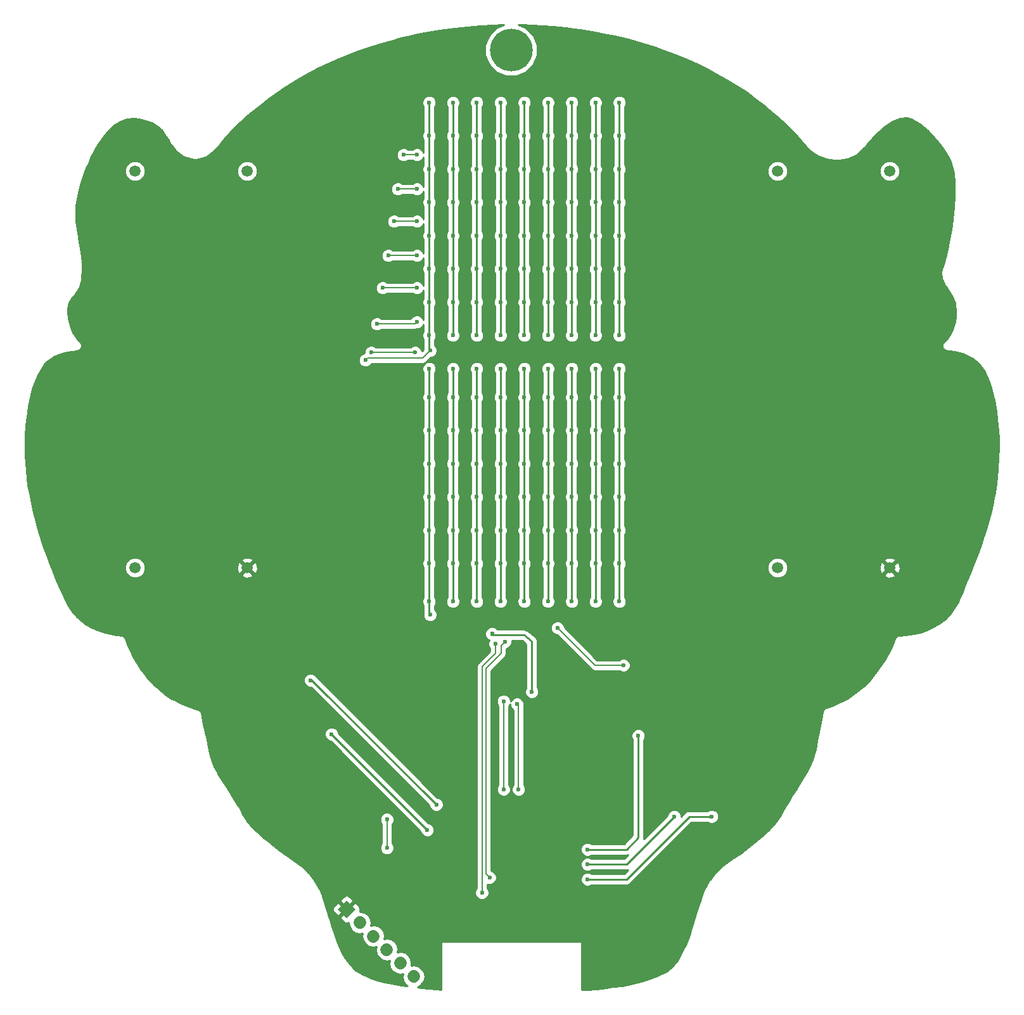
<source format=gbl>
G04 #@! TF.FileFunction,Copper,L2,Bot,Signal*
%FSLAX46Y46*%
G04 Gerber Fmt 4.6, Leading zero omitted, Abs format (unit mm)*
G04 Created by KiCad (PCBNEW 4.0.4-stable) date 05/15/17 11:58:30*
%MOMM*%
%LPD*%
G01*
G04 APERTURE LIST*
%ADD10C,0.100000*%
%ADD11C,1.500000*%
%ADD12C,1.700000*%
%ADD13C,5.700000*%
%ADD14C,0.600000*%
%ADD15C,0.250000*%
%ADD16C,0.170000*%
%ADD17C,0.254000*%
G04 APERTURE END LIST*
D10*
D11*
X118738000Y-46060000D03*
X133738000Y-46060000D03*
X133738000Y-99060000D03*
X118738000Y-99060000D03*
X32886000Y-46060000D03*
X47886000Y-46060000D03*
X47886000Y-99060000D03*
X32886000Y-99060000D03*
D10*
G36*
X61150000Y-145902082D02*
X59947918Y-144700000D01*
X61150000Y-143497918D01*
X62352082Y-144700000D01*
X61150000Y-145902082D01*
X61150000Y-145902082D01*
G37*
D12*
X62946051Y-146496051D02*
X62946051Y-146496051D01*
X64742102Y-148292102D02*
X64742102Y-148292102D01*
X66538154Y-150088154D02*
X66538154Y-150088154D01*
X68334205Y-151884205D02*
X68334205Y-151884205D01*
X70130256Y-153680256D02*
X70130256Y-153680256D01*
D13*
X83150000Y-29900000D03*
D14*
X52550000Y-114100000D03*
X68550000Y-118700000D03*
X73150000Y-132700000D03*
X59950000Y-135900000D03*
X121550000Y-126300000D03*
X84750000Y-116700000D03*
X77266800Y-106883200D03*
X119150000Y-111500000D03*
X109950000Y-132300000D03*
X93350000Y-140700000D03*
X104950000Y-132300000D03*
X93350000Y-138700000D03*
X89350000Y-107100000D03*
X98150000Y-112100000D03*
X66550000Y-132700000D03*
X66550000Y-136500000D03*
X70548500Y-43878500D03*
X68770500Y-43878500D03*
X94424500Y-41338500D03*
X94424500Y-45783500D03*
X94424500Y-50228500D03*
X94424500Y-54673500D03*
X94424500Y-59118500D03*
X94424500Y-63563500D03*
X94424500Y-68008500D03*
X94424500Y-36893500D03*
X97599500Y-41338500D03*
X97599500Y-45783500D03*
X97599500Y-50228500D03*
X97599500Y-54673500D03*
X97599500Y-59118500D03*
X97599500Y-63563500D03*
X97599500Y-68008500D03*
X97599500Y-36893500D03*
X68008500Y-48450500D03*
X70548500Y-48450500D03*
X91249500Y-41338500D03*
X91249500Y-45783500D03*
X91249500Y-50228500D03*
X91249500Y-54673500D03*
X91249500Y-59118500D03*
X91249500Y-63563500D03*
X91249500Y-68008500D03*
X91249500Y-36893500D03*
X70548500Y-52768500D03*
X67500500Y-52768500D03*
X88074500Y-41338500D03*
X88074500Y-45783500D03*
X88074500Y-50228500D03*
X88074500Y-54673500D03*
X88074500Y-59118500D03*
X88074500Y-63563500D03*
X88074500Y-68008500D03*
X88074500Y-36893500D03*
X70548500Y-57340500D03*
X66738500Y-57340500D03*
X84899500Y-41338500D03*
X84899500Y-45783500D03*
X84899500Y-50228500D03*
X84899500Y-54673500D03*
X84899500Y-59118500D03*
X84899500Y-63563500D03*
X84899500Y-68008500D03*
X84899500Y-36893500D03*
X70548500Y-61658500D03*
X65976500Y-61658500D03*
X81724500Y-41338500D03*
X81724500Y-45783500D03*
X81724500Y-50228500D03*
X81724500Y-54673500D03*
X81724500Y-59118500D03*
X81724500Y-63563500D03*
X81724500Y-68008500D03*
X81724500Y-36893500D03*
X70548500Y-66230500D03*
X65214500Y-66484500D03*
X78549500Y-41338500D03*
X78549500Y-45783500D03*
X78549500Y-50228500D03*
X78549500Y-54673500D03*
X78549500Y-59118500D03*
X78549500Y-63563500D03*
X78549500Y-68008500D03*
X78549500Y-36893500D03*
X70294500Y-70294500D03*
X64452500Y-70294500D03*
X75374500Y-41338500D03*
X75374500Y-45783500D03*
X75374500Y-50228500D03*
X75374500Y-54673500D03*
X75374500Y-59118500D03*
X75374500Y-63563500D03*
X75374500Y-68008500D03*
X75374500Y-36893500D03*
X63690500Y-71310500D03*
X72326500Y-70040500D03*
X72199500Y-41338500D03*
X72199500Y-45783500D03*
X72199500Y-50228500D03*
X72199500Y-54673500D03*
X72199500Y-59118500D03*
X72199500Y-63563500D03*
X72199500Y-68008500D03*
X72199500Y-36893500D03*
X94424500Y-76263500D03*
X94424500Y-80708500D03*
X94424500Y-85153500D03*
X94424500Y-89598500D03*
X94424500Y-94043500D03*
X94424500Y-98488500D03*
X94424500Y-72453500D03*
X94424500Y-103568500D03*
X97599500Y-76263500D03*
X97599500Y-80708500D03*
X97599500Y-85153500D03*
X97599500Y-89598500D03*
X97599500Y-94043500D03*
X97599500Y-98488500D03*
X97599500Y-103568500D03*
X97599500Y-72453500D03*
X91249500Y-76263500D03*
X91249500Y-80708500D03*
X91249500Y-85153500D03*
X91249500Y-89598500D03*
X91249500Y-94043500D03*
X91249500Y-98488500D03*
X91249500Y-72453500D03*
X91249500Y-103568500D03*
X88074500Y-76263500D03*
X88074500Y-80708500D03*
X88074500Y-85153500D03*
X88074500Y-89598500D03*
X88074500Y-94043500D03*
X88074500Y-98488500D03*
X88074500Y-72453500D03*
X88074500Y-103568500D03*
X84899500Y-76263500D03*
X84899500Y-80708500D03*
X84899500Y-85153500D03*
X84899500Y-89598500D03*
X84899500Y-94043500D03*
X84899500Y-98488500D03*
X84899500Y-72453500D03*
X84899500Y-103568500D03*
X81724500Y-76263500D03*
X81724500Y-80708500D03*
X81724500Y-85153500D03*
X81724500Y-89598500D03*
X81724500Y-94043500D03*
X81724500Y-98488500D03*
X81724500Y-72453500D03*
X81724500Y-103568500D03*
X78549500Y-76263500D03*
X78549500Y-80708500D03*
X78549500Y-85153500D03*
X78549500Y-89598500D03*
X78549500Y-94043500D03*
X78549500Y-98488500D03*
X78549500Y-72453500D03*
X78549500Y-103568500D03*
X75374500Y-76263500D03*
X75374500Y-80708500D03*
X75374500Y-85153500D03*
X75374500Y-89598500D03*
X75374500Y-94043500D03*
X75374500Y-98488500D03*
X75374500Y-103568500D03*
X75374500Y-72453500D03*
X72326500Y-105346500D03*
X72199500Y-76263500D03*
X72199500Y-80708500D03*
X72199500Y-85153500D03*
X72199500Y-89598500D03*
X72199500Y-94043500D03*
X72199500Y-98488500D03*
X72199500Y-103568500D03*
X72199500Y-72453500D03*
X81026000Y-109220000D03*
X79248000Y-142494000D03*
X80264000Y-140462000D03*
X82296000Y-108966000D03*
X80600000Y-107900000D03*
X85915500Y-115633500D03*
X59150000Y-121300000D03*
X71950000Y-134100000D03*
X100150000Y-121500000D03*
X93350000Y-136700000D03*
X56350000Y-114100000D03*
X73150000Y-130700000D03*
X84150000Y-128700000D03*
X83950000Y-117300000D03*
X82150000Y-128700000D03*
X82150000Y-116900000D03*
D15*
X52550000Y-114100000D02*
X52150000Y-113700000D01*
X68550000Y-118700000D02*
X68750000Y-118700000D01*
D16*
X73150000Y-132700000D02*
X73150000Y-132900000D01*
X59950000Y-135900000D02*
X60150000Y-135900000D01*
X121550000Y-126300000D02*
X121550000Y-125900000D01*
X84150000Y-114900000D02*
X84150000Y-116100000D01*
X84150000Y-116100000D02*
X84750000Y-116700000D01*
D15*
X77266800Y-106883200D02*
X76555600Y-106883200D01*
D16*
X119150000Y-111500000D02*
X119150000Y-111900000D01*
D15*
X106950000Y-132300000D02*
X109950000Y-132300000D01*
X98550000Y-140700000D02*
X106950000Y-132300000D01*
X93350000Y-140700000D02*
X98550000Y-140700000D01*
X98550000Y-138700000D02*
X104950000Y-132300000D01*
X93350000Y-138700000D02*
X98550000Y-138700000D01*
D16*
X94350000Y-112100000D02*
X98150000Y-112100000D01*
X89350000Y-107100000D02*
X94350000Y-112100000D01*
X66550000Y-132700000D02*
X66550000Y-136500000D01*
X70548500Y-43878500D02*
X68770500Y-43878500D01*
D15*
X94424500Y-41338500D02*
X94424500Y-40703500D01*
X94424500Y-45783500D02*
X94424500Y-45148500D01*
X94424500Y-50228500D02*
X94424500Y-49593500D01*
X94424500Y-54673500D02*
X94424500Y-54038500D01*
X94424500Y-59118500D02*
X94424500Y-58483500D01*
X94424500Y-63563500D02*
X94424500Y-62928500D01*
X94424500Y-36893500D02*
X94424500Y-40703500D01*
X94424500Y-40703500D02*
X94424500Y-45148500D01*
X94424500Y-45148500D02*
X94424500Y-49593500D01*
X94424500Y-49593500D02*
X94424500Y-54038500D01*
X94424500Y-54038500D02*
X94424500Y-58483500D01*
X94424500Y-58483500D02*
X94424500Y-62928500D01*
X94424500Y-62928500D02*
X94424500Y-68008500D01*
X97599500Y-41338500D02*
X97599500Y-40703500D01*
X97599500Y-45783500D02*
X97599500Y-45148500D01*
X97599500Y-50228500D02*
X97599500Y-49593500D01*
X97599500Y-54673500D02*
X97599500Y-54038500D01*
X97599500Y-59118500D02*
X97599500Y-58483500D01*
X97599500Y-63563500D02*
X97599500Y-62928500D01*
X97599500Y-36893500D02*
X97599500Y-40703500D01*
X97599500Y-40703500D02*
X97599500Y-45148500D01*
X97599500Y-45148500D02*
X97599500Y-49593500D01*
X97599500Y-49593500D02*
X97599500Y-54038500D01*
X97599500Y-54038500D02*
X97599500Y-58483500D01*
X97599500Y-58483500D02*
X97599500Y-62928500D01*
X97599500Y-62928500D02*
X97599500Y-68008500D01*
D16*
X70548500Y-48450500D02*
X68008500Y-48450500D01*
D15*
X91249500Y-41338500D02*
X91249500Y-40703500D01*
X91249500Y-45783500D02*
X91249500Y-45148500D01*
X91249500Y-50228500D02*
X91249500Y-49593500D01*
X91249500Y-54673500D02*
X91249500Y-54038500D01*
X91249500Y-59118500D02*
X91249500Y-58483500D01*
X91249500Y-63563500D02*
X91249500Y-62928500D01*
X91249500Y-67373500D02*
X91249500Y-68008500D01*
X91249500Y-36893500D02*
X91249500Y-40703500D01*
X91249500Y-40703500D02*
X91249500Y-45148500D01*
X91249500Y-45148500D02*
X91249500Y-49593500D01*
X91249500Y-49593500D02*
X91249500Y-54038500D01*
X91249500Y-54038500D02*
X91249500Y-58483500D01*
X91249500Y-58483500D02*
X91249500Y-62928500D01*
X91249500Y-62928500D02*
X91249500Y-67373500D01*
D16*
X70548500Y-52768500D02*
X67500500Y-52768500D01*
D15*
X88074500Y-41338500D02*
X88074500Y-40703500D01*
X88074500Y-45783500D02*
X88074500Y-45148500D01*
X88074500Y-50228500D02*
X88074500Y-49593500D01*
X88074500Y-54673500D02*
X88074500Y-54038500D01*
X88074500Y-59118500D02*
X88074500Y-58483500D01*
X88074500Y-63563500D02*
X88074500Y-62928500D01*
X88074500Y-36893500D02*
X88074500Y-40703500D01*
X88074500Y-40703500D02*
X88074500Y-45148500D01*
X88074500Y-45148500D02*
X88074500Y-49593500D01*
X88074500Y-49593500D02*
X88074500Y-54038500D01*
X88074500Y-54038500D02*
X88074500Y-58483500D01*
X88074500Y-58483500D02*
X88074500Y-62928500D01*
X88074500Y-62928500D02*
X88074500Y-68008500D01*
D16*
X70548500Y-57340500D02*
X66738500Y-57340500D01*
D15*
X84899500Y-41338500D02*
X84899500Y-40703500D01*
X84899500Y-45783500D02*
X84899500Y-45148500D01*
X84899500Y-50228500D02*
X84899500Y-49593500D01*
X84899500Y-54673500D02*
X84899500Y-54038500D01*
X84899500Y-59118500D02*
X84899500Y-58483500D01*
X84899500Y-63563500D02*
X84899500Y-62928500D01*
X84899500Y-36893500D02*
X84899500Y-40703500D01*
X84899500Y-40703500D02*
X84899500Y-45148500D01*
X84899500Y-45148500D02*
X84899500Y-49593500D01*
X84899500Y-49593500D02*
X84899500Y-54038500D01*
X84899500Y-54038500D02*
X84899500Y-58483500D01*
X84899500Y-58483500D02*
X84899500Y-62928500D01*
X84899500Y-62928500D02*
X84899500Y-68008500D01*
D16*
X70548500Y-61658500D02*
X65976500Y-61658500D01*
D15*
X81724500Y-41338500D02*
X81724500Y-40703500D01*
X81724500Y-45783500D02*
X81724500Y-45148500D01*
X81724500Y-50228500D02*
X81724500Y-49593500D01*
X81724500Y-54673500D02*
X81724500Y-54038500D01*
X81724500Y-59118500D02*
X81724500Y-58483500D01*
X81724500Y-63563500D02*
X81724500Y-62928500D01*
X81724500Y-36893500D02*
X81724500Y-40703500D01*
X81724500Y-40703500D02*
X81724500Y-45148500D01*
X81724500Y-45148500D02*
X81724500Y-49593500D01*
X81724500Y-49593500D02*
X81724500Y-54038500D01*
X81724500Y-54038500D02*
X81724500Y-58483500D01*
X81724500Y-58483500D02*
X81724500Y-62928500D01*
X81724500Y-62928500D02*
X81724500Y-68008500D01*
D16*
X70548500Y-66230500D02*
X70294500Y-66484500D01*
X70294500Y-66484500D02*
X65214500Y-66484500D01*
D15*
X78549500Y-41338500D02*
X78549500Y-40703500D01*
X78549500Y-45783500D02*
X78549500Y-45148500D01*
X78549500Y-50228500D02*
X78549500Y-49593500D01*
X78549500Y-54673500D02*
X78549500Y-54038500D01*
X78549500Y-59118500D02*
X78549500Y-58483500D01*
X78549500Y-63563500D02*
X78549500Y-62928500D01*
X78549500Y-36893500D02*
X78549500Y-40703500D01*
X78549500Y-40703500D02*
X78549500Y-45148500D01*
X78549500Y-45148500D02*
X78549500Y-49593500D01*
X78549500Y-49593500D02*
X78549500Y-54038500D01*
X78549500Y-54038500D02*
X78549500Y-58483500D01*
X78549500Y-58483500D02*
X78549500Y-62928500D01*
X78549500Y-62928500D02*
X78549500Y-68008500D01*
D16*
X70294500Y-70294500D02*
X64452500Y-70294500D01*
D15*
X75374500Y-41338500D02*
X75374500Y-40703500D01*
X75374500Y-45783500D02*
X75374500Y-45148500D01*
X75374500Y-50228500D02*
X75374500Y-49593500D01*
X75374500Y-54673500D02*
X75374500Y-54038500D01*
X75374500Y-59118500D02*
X75374500Y-58483500D01*
X75374500Y-63563500D02*
X75374500Y-62928500D01*
X75374500Y-62928500D02*
X75374500Y-68008500D01*
X75374500Y-36893500D02*
X75374500Y-40703500D01*
X75374500Y-40703500D02*
X75374500Y-45148500D01*
X75374500Y-45148500D02*
X75374500Y-49593500D01*
X75374500Y-49593500D02*
X75374500Y-54038500D01*
X75374500Y-54038500D02*
X75374500Y-58483500D01*
X75374500Y-58483500D02*
X75374500Y-62928500D01*
D16*
X72326500Y-70040500D02*
X71564500Y-70802500D01*
X63944500Y-71056500D02*
X63690500Y-71310500D01*
X71310500Y-71056500D02*
X63944500Y-71056500D01*
X71564500Y-70802500D02*
X71310500Y-71056500D01*
D15*
X72199500Y-69913500D02*
X72199500Y-68008500D01*
X72326500Y-70040500D02*
X72199500Y-69913500D01*
X72199500Y-41338500D02*
X72199500Y-40703500D01*
X72199500Y-45783500D02*
X72199500Y-45148500D01*
X72199500Y-50228500D02*
X72199500Y-49593500D01*
X72199500Y-54673500D02*
X72199500Y-54038500D01*
X72199500Y-59118500D02*
X72199500Y-58483500D01*
X72199500Y-63563500D02*
X72199500Y-62928500D01*
X72199500Y-36893500D02*
X72199500Y-40703500D01*
X72199500Y-40703500D02*
X72199500Y-45148500D01*
X72199500Y-45148500D02*
X72199500Y-49593500D01*
X72199500Y-49593500D02*
X72199500Y-54038500D01*
X72199500Y-54038500D02*
X72199500Y-58483500D01*
X72199500Y-58483500D02*
X72199500Y-62928500D01*
X72199500Y-62928500D02*
X72199500Y-68008500D01*
X94424500Y-76263500D02*
X94424500Y-75628500D01*
X94424500Y-80708500D02*
X94424500Y-80073500D01*
X94424500Y-85153500D02*
X94424500Y-85788500D01*
X94424500Y-89598500D02*
X94424500Y-88963500D01*
X94424500Y-94043500D02*
X94424500Y-93408500D01*
X94424500Y-98488500D02*
X94424500Y-97853500D01*
X94424500Y-72453500D02*
X94424500Y-75628500D01*
X94424500Y-75628500D02*
X94424500Y-80073500D01*
X94424500Y-80073500D02*
X94424500Y-85788500D01*
X94424500Y-85788500D02*
X94424500Y-88963500D01*
X94424500Y-88963500D02*
X94424500Y-93408500D01*
X94424500Y-93408500D02*
X94424500Y-97853500D01*
X94424500Y-97853500D02*
X94424500Y-103568500D01*
X97599500Y-76263500D02*
X97599500Y-75628500D01*
X97599500Y-80708500D02*
X97599500Y-80073500D01*
X97599500Y-85153500D02*
X97599500Y-84518500D01*
X97599500Y-94043500D02*
X97599500Y-93408500D01*
X97599500Y-98488500D02*
X97599500Y-97853500D01*
X97599500Y-72453500D02*
X97599500Y-75628500D01*
X97599500Y-75628500D02*
X97599500Y-80073500D01*
X97599500Y-80073500D02*
X97599500Y-84518500D01*
X97599500Y-84518500D02*
X97599500Y-89598500D01*
X97599500Y-89598500D02*
X97599500Y-93408500D01*
X97599500Y-93408500D02*
X97599500Y-97853500D01*
X97599500Y-97853500D02*
X97599500Y-103568500D01*
X91249500Y-76263500D02*
X91249500Y-75628500D01*
X91249500Y-80708500D02*
X91249500Y-80073500D01*
X91249500Y-85153500D02*
X91249500Y-85788500D01*
X91249500Y-89598500D02*
X91249500Y-88963500D01*
X91249500Y-94043500D02*
X91249500Y-93408500D01*
X91249500Y-98488500D02*
X91249500Y-97853500D01*
X91249500Y-72453500D02*
X91249500Y-75628500D01*
X91249500Y-75628500D02*
X91249500Y-80073500D01*
X91249500Y-80073500D02*
X91249500Y-85788500D01*
X91249500Y-85788500D02*
X91249500Y-88963500D01*
X91249500Y-88963500D02*
X91249500Y-93408500D01*
X91249500Y-93408500D02*
X91249500Y-97853500D01*
X91249500Y-97853500D02*
X91249500Y-103568500D01*
X88074500Y-76263500D02*
X88074500Y-75628500D01*
X88074500Y-80708500D02*
X88074500Y-80073500D01*
X88074500Y-85153500D02*
X88074500Y-85788500D01*
X88074500Y-89598500D02*
X88074500Y-88963500D01*
X88074500Y-94043500D02*
X88074500Y-93408500D01*
X88074500Y-98488500D02*
X88074500Y-97853500D01*
X88074500Y-85788500D02*
X88074500Y-80073500D01*
X88074500Y-80073500D02*
X88074500Y-75628500D01*
X88074500Y-75628500D02*
X88074500Y-72453500D01*
X88074500Y-103568500D02*
X88074500Y-97853500D01*
X88074500Y-97853500D02*
X88074500Y-93408500D01*
X88074500Y-93408500D02*
X88074500Y-88963500D01*
X88074500Y-88963500D02*
X88074500Y-85788500D01*
X84899500Y-76263500D02*
X84899500Y-75628500D01*
X84899500Y-80708500D02*
X84899500Y-80073500D01*
X84899500Y-85153500D02*
X84899500Y-84518500D01*
X84899500Y-89598500D02*
X84899500Y-88963500D01*
X84899500Y-98488500D02*
X84899500Y-97853500D01*
X84899500Y-72453500D02*
X84899500Y-75628500D01*
X84899500Y-75628500D02*
X84899500Y-80073500D01*
X84899500Y-80073500D02*
X84899500Y-84518500D01*
X84899500Y-84518500D02*
X84899500Y-88963500D01*
X84899500Y-88963500D02*
X84899500Y-94043500D01*
X84899500Y-94043500D02*
X84899500Y-97853500D01*
X84899500Y-97853500D02*
X84899500Y-103568500D01*
X81724500Y-76263500D02*
X81724500Y-75628500D01*
X81724500Y-80708500D02*
X81724500Y-80073500D01*
X81724500Y-85153500D02*
X81724500Y-84518500D01*
X81724500Y-89598500D02*
X81724500Y-88963500D01*
X81724500Y-94043500D02*
X81724500Y-94678500D01*
X81724500Y-98488500D02*
X81724500Y-97853500D01*
X81724500Y-72453500D02*
X81724500Y-75628500D01*
X81724500Y-75628500D02*
X81724500Y-80073500D01*
X81724500Y-80073500D02*
X81724500Y-84518500D01*
X81724500Y-84518500D02*
X81724500Y-88328500D01*
X81724500Y-88328500D02*
X81724500Y-88963500D01*
X81724500Y-88963500D02*
X81724500Y-94678500D01*
X81724500Y-94678500D02*
X81724500Y-97853500D01*
X81724500Y-97853500D02*
X81724500Y-103568500D01*
X78549500Y-76263500D02*
X78549500Y-75628500D01*
X78549500Y-80708500D02*
X78549500Y-80073500D01*
X78549500Y-85153500D02*
X78549500Y-84518500D01*
X78549500Y-89598500D02*
X78549500Y-88963500D01*
X78549500Y-98488500D02*
X78549500Y-99123500D01*
X78549500Y-72453500D02*
X78549500Y-75628500D01*
X78549500Y-75628500D02*
X78549500Y-80073500D01*
X78549500Y-80073500D02*
X78549500Y-84518500D01*
X78549500Y-84518500D02*
X78549500Y-88963500D01*
X78549500Y-88963500D02*
X78549500Y-94043500D01*
X78549500Y-94043500D02*
X78549500Y-99123500D01*
X78549500Y-99123500D02*
X78549500Y-103568500D01*
X75374500Y-76263500D02*
X75374500Y-75628500D01*
X75374500Y-80708500D02*
X75374500Y-80073500D01*
X75374500Y-85153500D02*
X75374500Y-84518500D01*
X75374500Y-89598500D02*
X75374500Y-88963500D01*
X75374500Y-94043500D02*
X75374500Y-93408500D01*
X75374500Y-98488500D02*
X75374500Y-97853500D01*
X75374500Y-97853500D02*
X75374500Y-103568500D01*
X75374500Y-72453500D02*
X75374500Y-75628500D01*
X75374500Y-75628500D02*
X75374500Y-80073500D01*
X75374500Y-80073500D02*
X75374500Y-84518500D01*
X75374500Y-84518500D02*
X75374500Y-88963500D01*
X75374500Y-88963500D02*
X75374500Y-93408500D01*
X75374500Y-93408500D02*
X75374500Y-97853500D01*
X72199500Y-103568500D02*
X72199500Y-105219500D01*
X72199500Y-105219500D02*
X72326500Y-105346500D01*
X72199500Y-80708500D02*
X72199500Y-80073500D01*
X72199500Y-85153500D02*
X72199500Y-84518500D01*
X72199500Y-89598500D02*
X72199500Y-88963500D01*
X72199500Y-94043500D02*
X72199500Y-93408500D01*
X72199500Y-98488500D02*
X72199500Y-97853500D01*
X72199500Y-102298500D02*
X72199500Y-103568500D01*
X72199500Y-97853500D02*
X72199500Y-102298500D01*
X72199500Y-72453500D02*
X72199500Y-76263500D01*
X72199500Y-76263500D02*
X72199500Y-80073500D01*
X72199500Y-80073500D02*
X72199500Y-84518500D01*
X72199500Y-84518500D02*
X72199500Y-88963500D01*
X72199500Y-88963500D02*
X72199500Y-93408500D01*
X72199500Y-93408500D02*
X72199500Y-97853500D01*
D16*
X81026000Y-110490000D02*
X81026000Y-109220000D01*
X79248000Y-112268000D02*
X81026000Y-110490000D01*
X79248000Y-142494000D02*
X79248000Y-112268000D01*
X79756000Y-139954000D02*
X80264000Y-140462000D01*
X79756000Y-112522000D02*
X79756000Y-139954000D01*
X81788000Y-110490000D02*
X79756000Y-112522000D01*
X81788000Y-109474000D02*
X81788000Y-110490000D01*
X82296000Y-108966000D02*
X81788000Y-109474000D01*
D15*
X84850000Y-108050000D02*
X85915500Y-108902500D01*
X85915500Y-108902500D02*
X85915500Y-115252500D01*
X80473000Y-108027000D02*
X84850000Y-108050000D01*
X80600000Y-107900000D02*
X80473000Y-108027000D01*
D16*
X85915500Y-115633500D02*
X85915500Y-115252500D01*
D15*
X85915500Y-115252500D02*
X85915500Y-115633500D01*
X71950000Y-134100000D02*
X59150000Y-121300000D01*
X100150000Y-135100000D02*
X100150000Y-121500000D01*
X98550000Y-136700000D02*
X100150000Y-135100000D01*
X93350000Y-136700000D02*
X98550000Y-136700000D01*
X56550000Y-114100000D02*
X56350000Y-114100000D01*
X73150000Y-130700000D02*
X56550000Y-114100000D01*
D16*
X84150000Y-117500000D02*
X84150000Y-128700000D01*
X83950000Y-117300000D02*
X84150000Y-117500000D01*
X82150000Y-116900000D02*
X82150000Y-128700000D01*
D17*
G36*
X84692426Y-26536633D02*
X85827501Y-26582396D01*
X87434377Y-26677075D01*
X88724515Y-26779281D01*
X90493685Y-26958840D01*
X91485055Y-27080081D01*
X92312140Y-27192963D01*
X93944437Y-27447993D01*
X95575125Y-27747167D01*
X96989545Y-28044326D01*
X98482564Y-28397778D01*
X99971240Y-28792855D01*
X101621752Y-29283296D01*
X102221313Y-29475734D01*
X103077577Y-29764340D01*
X104907194Y-30437431D01*
X106666551Y-31161641D01*
X107968505Y-31749803D01*
X109350389Y-32426250D01*
X111317031Y-33488998D01*
X112510614Y-34196359D01*
X114147182Y-35250608D01*
X114642773Y-35590588D01*
X115615441Y-36288140D01*
X116870472Y-37251599D01*
X117748684Y-37972262D01*
X118603025Y-38713753D01*
X119444671Y-39486892D01*
X120346714Y-40367640D01*
X121331473Y-41398770D01*
X121870601Y-41998269D01*
X122465166Y-42691969D01*
X122490207Y-42711639D01*
X122508295Y-42737842D01*
X123214713Y-43423175D01*
X123275969Y-43462776D01*
X123329133Y-43512712D01*
X124221472Y-44069369D01*
X124287898Y-44094478D01*
X124348540Y-44131432D01*
X125263256Y-44466300D01*
X125344422Y-44478948D01*
X125422712Y-44503817D01*
X126752329Y-44652314D01*
X126847410Y-44644200D01*
X126942803Y-44646919D01*
X128092567Y-44452090D01*
X128188391Y-44415561D01*
X128287184Y-44388034D01*
X129397045Y-43826928D01*
X129479895Y-43762036D01*
X129567933Y-43704362D01*
X130338926Y-42947256D01*
X130362670Y-42912410D01*
X130394863Y-42885183D01*
X130750657Y-42438325D01*
X131500101Y-41594419D01*
X132218033Y-40886531D01*
X133071502Y-40160631D01*
X134051115Y-39489221D01*
X135075008Y-39019365D01*
X136066972Y-38923769D01*
X136615627Y-39087866D01*
X137775797Y-39761754D01*
X138771766Y-40607100D01*
X139650269Y-41533123D01*
X140197603Y-42196890D01*
X140741899Y-42932310D01*
X141101571Y-43469348D01*
X141507447Y-44145620D01*
X141819247Y-44756346D01*
X142048053Y-45380193D01*
X142240256Y-46397503D01*
X142351619Y-47470834D01*
X142392495Y-48482723D01*
X142387168Y-49368916D01*
X142307284Y-50863760D01*
X142150150Y-52386692D01*
X142019327Y-53333352D01*
X141866450Y-54274109D01*
X141624297Y-55552289D01*
X141417073Y-56510671D01*
X141239964Y-57255823D01*
X140908100Y-58493151D01*
X140690947Y-59161200D01*
X140688127Y-59185004D01*
X140677884Y-59206674D01*
X140598311Y-59524669D01*
X140592213Y-59649417D01*
X140582872Y-59773975D01*
X140648522Y-60311639D01*
X140684414Y-60420731D01*
X140714153Y-60531663D01*
X140997679Y-61106410D01*
X141024556Y-61141428D01*
X141041330Y-61182261D01*
X141344623Y-61639060D01*
X142030044Y-62720827D01*
X142407847Y-63661353D01*
X142566601Y-64870054D01*
X142549103Y-65335949D01*
X142416815Y-66227180D01*
X142086096Y-67249011D01*
X141770575Y-67867180D01*
X141427360Y-68372413D01*
X141319100Y-68506411D01*
X140928019Y-68908125D01*
X140884582Y-68975059D01*
X140831040Y-69034220D01*
X140812516Y-69086109D01*
X140782523Y-69132327D01*
X140768008Y-69210785D01*
X140741180Y-69285935D01*
X140743924Y-69340966D01*
X140733901Y-69395141D01*
X140750516Y-69473184D01*
X140754489Y-69552877D01*
X140778081Y-69602665D01*
X140789554Y-69656556D01*
X140834771Y-69722302D01*
X140868938Y-69794407D01*
X140909788Y-69831378D01*
X140941010Y-69876774D01*
X141007944Y-69920211D01*
X141067105Y-69973753D01*
X141118994Y-69992277D01*
X141165212Y-70022270D01*
X141243670Y-70036785D01*
X141318820Y-70063613D01*
X141664525Y-70114637D01*
X142325578Y-70219784D01*
X143457896Y-70481364D01*
X144146697Y-70740697D01*
X144845721Y-71135723D01*
X145280161Y-71477327D01*
X145813288Y-72037377D01*
X146322169Y-72768231D01*
X146834990Y-73787079D01*
X147199745Y-74771785D01*
X147482479Y-75765889D01*
X147687448Y-76679524D01*
X147952145Y-78264825D01*
X148060002Y-79140283D01*
X148150531Y-80069084D01*
X148205444Y-80807596D01*
X148253875Y-81818975D01*
X148271557Y-83036798D01*
X148243886Y-84290904D01*
X148149168Y-85808331D01*
X148042695Y-86878600D01*
X147923566Y-87811206D01*
X147743323Y-88962509D01*
X147600925Y-89741494D01*
X147322284Y-91064080D01*
X147069590Y-92111374D01*
X146583317Y-93873182D01*
X146208384Y-95079574D01*
X145890983Y-96028474D01*
X145401054Y-97396931D01*
X144849267Y-98836244D01*
X144502639Y-99700479D01*
X143845163Y-101283710D01*
X143430386Y-102260782D01*
X143047348Y-103160297D01*
X142839433Y-103611658D01*
X141818922Y-105174285D01*
X141138850Y-105879783D01*
X140306192Y-106533441D01*
X139585450Y-106968531D01*
X138706402Y-107376664D01*
X137836597Y-107675582D01*
X137028409Y-107875139D01*
X136455442Y-107975472D01*
X135850933Y-108045345D01*
X135039577Y-108075098D01*
X134913982Y-108104903D01*
X134788060Y-108132975D01*
X134784161Y-108135712D01*
X134779526Y-108136812D01*
X134674921Y-108212394D01*
X134569303Y-108286534D01*
X134566749Y-108290554D01*
X134562886Y-108293345D01*
X134495170Y-108403202D01*
X134425962Y-108512119D01*
X134065701Y-109441764D01*
X133719671Y-110186496D01*
X133149563Y-111230573D01*
X132155395Y-112718456D01*
X131062652Y-114033561D01*
X130228086Y-114869742D01*
X129189743Y-115743503D01*
X128105781Y-116485588D01*
X127434317Y-116866559D01*
X126893401Y-117132161D01*
X126003495Y-117493708D01*
X125228697Y-117736913D01*
X125134981Y-117788172D01*
X125037468Y-117831804D01*
X125018467Y-117851901D01*
X124994208Y-117865170D01*
X124927240Y-117948392D01*
X124853848Y-118026018D01*
X124843986Y-118051852D01*
X124826648Y-118073398D01*
X124796624Y-118175920D01*
X124758527Y-118275716D01*
X124664577Y-118828599D01*
X124505621Y-119688054D01*
X124031321Y-122153719D01*
X123793669Y-123366198D01*
X123689793Y-123890749D01*
X123406949Y-124726035D01*
X123091385Y-125442037D01*
X122635624Y-126332252D01*
X122254922Y-127005025D01*
X121491626Y-128233522D01*
X121271067Y-128562201D01*
X121266373Y-128573470D01*
X121258033Y-128582381D01*
X120639879Y-129577273D01*
X120639879Y-129577274D01*
X120250780Y-130203511D01*
X120250780Y-130203512D01*
X119757828Y-130996897D01*
X119757827Y-130996898D01*
X119557876Y-131318712D01*
X119545910Y-131350542D01*
X119525222Y-131377527D01*
X119096857Y-132247138D01*
X118407013Y-133163251D01*
X118219805Y-133385456D01*
X117531851Y-134144276D01*
X116618067Y-134969974D01*
X115291266Y-136052714D01*
X114443025Y-136706978D01*
X113875833Y-137132604D01*
X112996851Y-137774164D01*
X112569521Y-138018183D01*
X112544258Y-138040126D01*
X112513696Y-138053744D01*
X111591958Y-138705556D01*
X111566026Y-138732899D01*
X111533477Y-138751888D01*
X110966991Y-139253249D01*
X110948829Y-139277142D01*
X110924309Y-139294454D01*
X110391869Y-139855015D01*
X110373829Y-139883578D01*
X110348260Y-139905661D01*
X109742036Y-140683446D01*
X109726642Y-140714075D01*
X109703041Y-140738938D01*
X109274062Y-141418608D01*
X109259637Y-141456172D01*
X109235511Y-141488377D01*
X108777487Y-142444889D01*
X108769415Y-142476470D01*
X108752413Y-142504277D01*
X108464699Y-143286543D01*
X108463446Y-143294504D01*
X108459401Y-143301477D01*
X108144976Y-144221520D01*
X108144263Y-144226854D01*
X108141635Y-144231549D01*
X107798318Y-145289198D01*
X107797898Y-145292756D01*
X107796179Y-145295903D01*
X107530249Y-146144749D01*
X107529889Y-146148092D01*
X107528305Y-146151060D01*
X107132796Y-147457527D01*
X107131764Y-147468065D01*
X107127065Y-147477552D01*
X106946665Y-148146117D01*
X106683228Y-148874075D01*
X106433150Y-149457797D01*
X106063317Y-150222776D01*
X105693980Y-150912000D01*
X105340262Y-151515497D01*
X104888665Y-152142208D01*
X104465965Y-152547505D01*
X103921690Y-152948623D01*
X102502810Y-153692001D01*
X100776408Y-154297362D01*
X99136159Y-154698719D01*
X98001006Y-154904021D01*
X96757665Y-155064333D01*
X95358977Y-155239171D01*
X93447326Y-155417148D01*
X92583000Y-155474490D01*
X92583000Y-149098000D01*
X92574315Y-149051841D01*
X92547035Y-149009447D01*
X92505410Y-148981006D01*
X92456000Y-148971000D01*
X73914000Y-148971000D01*
X73867841Y-148979685D01*
X73825447Y-149006965D01*
X73797006Y-149048590D01*
X73787000Y-149098000D01*
X73787000Y-155409036D01*
X73217808Y-155362144D01*
X71198458Y-155154274D01*
X70615005Y-155085314D01*
X70677969Y-155072789D01*
X71159738Y-154750882D01*
X71200881Y-154709738D01*
X71522789Y-154227969D01*
X71635828Y-153659684D01*
X71522789Y-153091400D01*
X71200881Y-152609631D01*
X70719112Y-152287723D01*
X70150828Y-152174684D01*
X69762542Y-152251919D01*
X69839777Y-151863633D01*
X69726738Y-151295349D01*
X69404830Y-150813580D01*
X68923061Y-150491672D01*
X68354777Y-150378633D01*
X67966491Y-150455868D01*
X68043726Y-150067582D01*
X67930687Y-149499298D01*
X67608779Y-149017529D01*
X67127010Y-148695621D01*
X66558726Y-148582582D01*
X66170439Y-148659817D01*
X66247674Y-148271530D01*
X66134635Y-147703246D01*
X65812727Y-147221477D01*
X65330958Y-146899569D01*
X64762674Y-146786530D01*
X64374388Y-146863765D01*
X64451623Y-146475479D01*
X64338584Y-145907195D01*
X64016676Y-145425426D01*
X63534907Y-145103518D01*
X62966623Y-144990479D01*
X62914811Y-145000785D01*
X62987081Y-144826310D01*
X62987082Y-144573691D01*
X62890409Y-144340302D01*
X62402109Y-143852002D01*
X62177603Y-143852002D01*
X61329605Y-144700000D01*
X61343748Y-144714143D01*
X61164143Y-144893748D01*
X61150000Y-144879605D01*
X60302002Y-145727603D01*
X60302002Y-145952109D01*
X60790302Y-146440409D01*
X61023691Y-146537082D01*
X61276310Y-146537081D01*
X61450784Y-146464811D01*
X61440478Y-146516623D01*
X61553518Y-147084908D01*
X61875425Y-147566677D01*
X62357194Y-147888584D01*
X62925479Y-148001624D01*
X63313765Y-147924388D01*
X63236529Y-148312674D01*
X63349569Y-148880959D01*
X63671476Y-149362728D01*
X64153245Y-149684635D01*
X64721530Y-149797675D01*
X65109817Y-149720439D01*
X65032581Y-150108726D01*
X65145621Y-150677011D01*
X65467528Y-151158780D01*
X65949297Y-151480687D01*
X66517582Y-151593727D01*
X66905868Y-151516491D01*
X66828632Y-151904777D01*
X66941672Y-152473062D01*
X67263579Y-152954831D01*
X67745348Y-153276738D01*
X68313633Y-153389778D01*
X68701919Y-153312542D01*
X68624683Y-153700828D01*
X68737723Y-154269113D01*
X69059630Y-154750882D01*
X69328482Y-154930523D01*
X68422465Y-154813043D01*
X67141618Y-154631556D01*
X66278266Y-154453549D01*
X65460555Y-154241822D01*
X64472347Y-153918751D01*
X64097929Y-153772882D01*
X63371129Y-153441956D01*
X62752523Y-153091809D01*
X62436025Y-152865732D01*
X62011829Y-152447882D01*
X61491639Y-151863151D01*
X60918566Y-151089435D01*
X60561545Y-150492621D01*
X60185388Y-149628255D01*
X59933875Y-148989465D01*
X59510093Y-147775118D01*
X59177224Y-146777506D01*
X59011835Y-146273534D01*
X58826561Y-145703965D01*
X58628307Y-145089505D01*
X58544063Y-144826309D01*
X59312918Y-144826309D01*
X59409591Y-145059698D01*
X59897891Y-145547998D01*
X60122397Y-145547998D01*
X60970395Y-144700000D01*
X60122397Y-143852002D01*
X59897891Y-143852002D01*
X59409592Y-144340301D01*
X59312919Y-144573690D01*
X59312918Y-144826309D01*
X58544063Y-144826309D01*
X58392927Y-144354130D01*
X58105504Y-143447891D01*
X60302002Y-143447891D01*
X60302002Y-143672397D01*
X61150000Y-144520395D01*
X61997998Y-143672397D01*
X61997998Y-143447891D01*
X61509698Y-142959591D01*
X61276309Y-142862918D01*
X61023690Y-142862919D01*
X60790301Y-142959592D01*
X60302002Y-143447891D01*
X58105504Y-143447891D01*
X58087821Y-143392137D01*
X57964405Y-142999774D01*
X57947896Y-142969633D01*
X57940809Y-142936006D01*
X57830991Y-142679167D01*
X78312838Y-142679167D01*
X78454883Y-143022943D01*
X78717673Y-143286192D01*
X79061201Y-143428838D01*
X79433167Y-143429162D01*
X79776943Y-143287117D01*
X80040192Y-143024327D01*
X80182838Y-142680799D01*
X80183162Y-142308833D01*
X80041117Y-141965057D01*
X79968000Y-141891812D01*
X79968000Y-141351494D01*
X80077201Y-141396838D01*
X80449167Y-141397162D01*
X80792943Y-141255117D01*
X81056192Y-140992327D01*
X81198838Y-140648799D01*
X81199162Y-140276833D01*
X81057117Y-139933057D01*
X80794327Y-139669808D01*
X80476000Y-139537626D01*
X80476000Y-136885167D01*
X92414838Y-136885167D01*
X92556883Y-137228943D01*
X92819673Y-137492192D01*
X93163201Y-137634838D01*
X93535167Y-137635162D01*
X93878943Y-137493117D01*
X93912118Y-137460000D01*
X98550000Y-137460000D01*
X98756218Y-137418980D01*
X98235198Y-137940000D01*
X93912463Y-137940000D01*
X93880327Y-137907808D01*
X93536799Y-137765162D01*
X93164833Y-137764838D01*
X92821057Y-137906883D01*
X92557808Y-138169673D01*
X92415162Y-138513201D01*
X92414838Y-138885167D01*
X92556883Y-139228943D01*
X92819673Y-139492192D01*
X93163201Y-139634838D01*
X93535167Y-139635162D01*
X93878943Y-139493117D01*
X93912118Y-139460000D01*
X98550000Y-139460000D01*
X98756218Y-139418980D01*
X98235198Y-139940000D01*
X93912463Y-139940000D01*
X93880327Y-139907808D01*
X93536799Y-139765162D01*
X93164833Y-139764838D01*
X92821057Y-139906883D01*
X92557808Y-140169673D01*
X92415162Y-140513201D01*
X92414838Y-140885167D01*
X92556883Y-141228943D01*
X92819673Y-141492192D01*
X93163201Y-141634838D01*
X93535167Y-141635162D01*
X93878943Y-141493117D01*
X93912118Y-141460000D01*
X98550000Y-141460000D01*
X98840839Y-141402148D01*
X99087401Y-141237401D01*
X107264802Y-133060000D01*
X109387537Y-133060000D01*
X109419673Y-133092192D01*
X109763201Y-133234838D01*
X110135167Y-133235162D01*
X110478943Y-133093117D01*
X110742192Y-132830327D01*
X110884838Y-132486799D01*
X110885162Y-132114833D01*
X110743117Y-131771057D01*
X110480327Y-131507808D01*
X110136799Y-131365162D01*
X109764833Y-131364838D01*
X109421057Y-131506883D01*
X109387882Y-131540000D01*
X106950000Y-131540000D01*
X106659161Y-131597852D01*
X106412599Y-131762599D01*
X105885009Y-132290189D01*
X105885162Y-132114833D01*
X105743117Y-131771057D01*
X105480327Y-131507808D01*
X105136799Y-131365162D01*
X104764833Y-131364838D01*
X104421057Y-131506883D01*
X104157808Y-131769673D01*
X104015162Y-132113201D01*
X104015121Y-132160077D01*
X100868980Y-135306218D01*
X100910000Y-135100000D01*
X100910000Y-122062463D01*
X100942192Y-122030327D01*
X101084838Y-121686799D01*
X101085162Y-121314833D01*
X100943117Y-120971057D01*
X100680327Y-120707808D01*
X100336799Y-120565162D01*
X99964833Y-120564838D01*
X99621057Y-120706883D01*
X99357808Y-120969673D01*
X99215162Y-121313201D01*
X99214838Y-121685167D01*
X99356883Y-122028943D01*
X99390000Y-122062118D01*
X99390000Y-134785198D01*
X98235198Y-135940000D01*
X93912463Y-135940000D01*
X93880327Y-135907808D01*
X93536799Y-135765162D01*
X93164833Y-135764838D01*
X92821057Y-135906883D01*
X92557808Y-136169673D01*
X92415162Y-136513201D01*
X92414838Y-136885167D01*
X80476000Y-136885167D01*
X80476000Y-117085167D01*
X81214838Y-117085167D01*
X81356883Y-117428943D01*
X81430000Y-117502188D01*
X81430000Y-128097607D01*
X81357808Y-128169673D01*
X81215162Y-128513201D01*
X81214838Y-128885167D01*
X81356883Y-129228943D01*
X81619673Y-129492192D01*
X81963201Y-129634838D01*
X82335167Y-129635162D01*
X82678943Y-129493117D01*
X82942192Y-129230327D01*
X83084838Y-128886799D01*
X83085162Y-128514833D01*
X82943117Y-128171057D01*
X82870000Y-128097812D01*
X82870000Y-117502393D01*
X82942192Y-117430327D01*
X83015039Y-117254894D01*
X83014838Y-117485167D01*
X83156883Y-117828943D01*
X83419673Y-118092192D01*
X83430000Y-118096480D01*
X83430000Y-128097607D01*
X83357808Y-128169673D01*
X83215162Y-128513201D01*
X83214838Y-128885167D01*
X83356883Y-129228943D01*
X83619673Y-129492192D01*
X83963201Y-129634838D01*
X84335167Y-129635162D01*
X84678943Y-129493117D01*
X84942192Y-129230327D01*
X85084838Y-128886799D01*
X85085162Y-128514833D01*
X84943117Y-128171057D01*
X84870000Y-128097812D01*
X84870000Y-117522533D01*
X84884838Y-117486799D01*
X84885162Y-117114833D01*
X84743117Y-116771057D01*
X84480327Y-116507808D01*
X84136799Y-116365162D01*
X83764833Y-116364838D01*
X83421057Y-116506883D01*
X83157808Y-116769673D01*
X83084961Y-116945106D01*
X83085162Y-116714833D01*
X82943117Y-116371057D01*
X82680327Y-116107808D01*
X82336799Y-115965162D01*
X81964833Y-115964838D01*
X81621057Y-116106883D01*
X81357808Y-116369673D01*
X81215162Y-116713201D01*
X81214838Y-117085167D01*
X80476000Y-117085167D01*
X80476000Y-112820234D01*
X82297117Y-110999117D01*
X82453193Y-110765532D01*
X82508000Y-110490000D01*
X82508000Y-109890075D01*
X82824943Y-109759117D01*
X83088192Y-109496327D01*
X83230838Y-109152799D01*
X83231144Y-108801504D01*
X84581634Y-108808601D01*
X85155500Y-109267748D01*
X85155500Y-115071037D01*
X85123308Y-115103173D01*
X84980662Y-115446701D01*
X84980338Y-115818667D01*
X85122383Y-116162443D01*
X85385173Y-116425692D01*
X85728701Y-116568338D01*
X86100667Y-116568662D01*
X86444443Y-116426617D01*
X86707692Y-116163827D01*
X86850338Y-115820299D01*
X86850662Y-115448333D01*
X86708617Y-115104557D01*
X86675500Y-115071382D01*
X86675500Y-108902500D01*
X86667222Y-108860886D01*
X86670856Y-108818615D01*
X86638524Y-108716613D01*
X86617648Y-108611661D01*
X86594076Y-108576382D01*
X86581256Y-108535938D01*
X86512351Y-108454073D01*
X86452901Y-108365099D01*
X86417623Y-108341527D01*
X86390302Y-108309067D01*
X85324802Y-107456567D01*
X85231553Y-107408204D01*
X85144524Y-107349390D01*
X85100999Y-107340494D01*
X85061563Y-107320041D01*
X84956913Y-107311045D01*
X84853993Y-107290010D01*
X83932336Y-107285167D01*
X88414838Y-107285167D01*
X88556883Y-107628943D01*
X88819673Y-107892192D01*
X89163201Y-108034838D01*
X89266694Y-108034928D01*
X93840883Y-112609117D01*
X94074468Y-112765193D01*
X94350000Y-112820000D01*
X97547607Y-112820000D01*
X97619673Y-112892192D01*
X97963201Y-113034838D01*
X98335167Y-113035162D01*
X98678943Y-112893117D01*
X98942192Y-112630327D01*
X99084838Y-112286799D01*
X99085162Y-111914833D01*
X98943117Y-111571057D01*
X98680327Y-111307808D01*
X98336799Y-111165162D01*
X97964833Y-111164838D01*
X97621057Y-111306883D01*
X97547812Y-111380000D01*
X94648234Y-111380000D01*
X90285073Y-107016839D01*
X90285162Y-106914833D01*
X90143117Y-106571057D01*
X89880327Y-106307808D01*
X89536799Y-106165162D01*
X89164833Y-106164838D01*
X88821057Y-106306883D01*
X88557808Y-106569673D01*
X88415162Y-106913201D01*
X88414838Y-107285167D01*
X83932336Y-107285167D01*
X81293535Y-107271301D01*
X81130327Y-107107808D01*
X80786799Y-106965162D01*
X80414833Y-106964838D01*
X80071057Y-107106883D01*
X79807808Y-107369673D01*
X79665162Y-107713201D01*
X79664838Y-108085167D01*
X79806883Y-108428943D01*
X79920074Y-108542332D01*
X79932783Y-108561570D01*
X79934468Y-108562709D01*
X79935599Y-108564401D01*
X79955137Y-108577456D01*
X80069673Y-108692192D01*
X80208777Y-108749953D01*
X80091162Y-109033201D01*
X80090838Y-109405167D01*
X80232883Y-109748943D01*
X80306000Y-109822188D01*
X80306000Y-110191766D01*
X78738883Y-111758883D01*
X78582807Y-111992468D01*
X78528000Y-112268000D01*
X78528000Y-141891607D01*
X78455808Y-141963673D01*
X78313162Y-142307201D01*
X78312838Y-142679167D01*
X57830991Y-142679167D01*
X57512869Y-141935157D01*
X57484149Y-141893213D01*
X57466473Y-141845552D01*
X56674635Y-140558339D01*
X56644415Y-140525759D01*
X56623743Y-140486422D01*
X56077715Y-139811467D01*
X56057513Y-139794649D01*
X56043556Y-139772370D01*
X55690126Y-139397528D01*
X55668131Y-139381877D01*
X55652063Y-139360184D01*
X55156766Y-138910714D01*
X55116271Y-138886408D01*
X55083247Y-138852649D01*
X54229183Y-138268279D01*
X53038692Y-137427680D01*
X52221885Y-136829358D01*
X51307342Y-136131009D01*
X50638216Y-135588182D01*
X50130604Y-135173703D01*
X49072327Y-134208402D01*
X48309709Y-133397209D01*
X47893694Y-132885167D01*
X65614838Y-132885167D01*
X65756883Y-133228943D01*
X65830000Y-133302188D01*
X65830000Y-135897607D01*
X65757808Y-135969673D01*
X65615162Y-136313201D01*
X65614838Y-136685167D01*
X65756883Y-137028943D01*
X66019673Y-137292192D01*
X66363201Y-137434838D01*
X66735167Y-137435162D01*
X67078943Y-137293117D01*
X67342192Y-137030327D01*
X67484838Y-136686799D01*
X67485162Y-136314833D01*
X67343117Y-135971057D01*
X67270000Y-135897812D01*
X67270000Y-133302393D01*
X67342192Y-133230327D01*
X67484838Y-132886799D01*
X67485162Y-132514833D01*
X67343117Y-132171057D01*
X67080327Y-131907808D01*
X66736799Y-131765162D01*
X66364833Y-131764838D01*
X66021057Y-131906883D01*
X65757808Y-132169673D01*
X65615162Y-132513201D01*
X65614838Y-132885167D01*
X47893694Y-132885167D01*
X47791096Y-132758887D01*
X47269718Y-131973267D01*
X46918152Y-131268516D01*
X46748866Y-130929163D01*
X46727238Y-130901243D01*
X46714519Y-130868298D01*
X46119837Y-129929803D01*
X45486513Y-128920157D01*
X44931704Y-128031790D01*
X44104851Y-126703540D01*
X44104850Y-126703539D01*
X43881659Y-126344187D01*
X43499877Y-125632346D01*
X43046700Y-124424298D01*
X42773073Y-123419192D01*
X42500759Y-122057911D01*
X42434108Y-121605926D01*
X42418516Y-121562232D01*
X42414602Y-121516009D01*
X42405706Y-121485167D01*
X58214838Y-121485167D01*
X58356883Y-121828943D01*
X58619673Y-122092192D01*
X58963201Y-122234838D01*
X59010077Y-122234879D01*
X71014878Y-134239680D01*
X71014838Y-134285167D01*
X71156883Y-134628943D01*
X71419673Y-134892192D01*
X71763201Y-135034838D01*
X72135167Y-135035162D01*
X72478943Y-134893117D01*
X72742192Y-134630327D01*
X72884838Y-134286799D01*
X72885162Y-133914833D01*
X72743117Y-133571057D01*
X72480327Y-133307808D01*
X72136799Y-133165162D01*
X72089923Y-133165121D01*
X60085122Y-121160320D01*
X60085162Y-121114833D01*
X59943117Y-120771057D01*
X59680327Y-120507808D01*
X59336799Y-120365162D01*
X58964833Y-120364838D01*
X58621057Y-120506883D01*
X58357808Y-120769673D01*
X58215162Y-121113201D01*
X58214838Y-121485167D01*
X42405706Y-121485167D01*
X42173177Y-120679038D01*
X42033024Y-120031445D01*
X41838883Y-118916256D01*
X41784599Y-118542931D01*
X41742716Y-118424808D01*
X41703747Y-118305651D01*
X41698151Y-118299125D01*
X41695279Y-118291024D01*
X41611361Y-118197899D01*
X41529778Y-118102747D01*
X41522114Y-118098860D01*
X41516358Y-118092473D01*
X41403187Y-118038550D01*
X41291404Y-117981862D01*
X40375992Y-117725577D01*
X39650329Y-117462936D01*
X39070022Y-117202042D01*
X38724770Y-117012505D01*
X38710495Y-117008000D01*
X38698623Y-116998874D01*
X38098759Y-116702411D01*
X37828786Y-116547205D01*
X37076660Y-116050653D01*
X36321730Y-115465200D01*
X35783714Y-114989369D01*
X35468540Y-114699632D01*
X35053006Y-114285167D01*
X55414838Y-114285167D01*
X55556883Y-114628943D01*
X55819673Y-114892192D01*
X56163201Y-115034838D01*
X56410251Y-115035053D01*
X72214878Y-130839680D01*
X72214838Y-130885167D01*
X72356883Y-131228943D01*
X72619673Y-131492192D01*
X72963201Y-131634838D01*
X73335167Y-131635162D01*
X73678943Y-131493117D01*
X73942192Y-131230327D01*
X74084838Y-130886799D01*
X74085162Y-130514833D01*
X73943117Y-130171057D01*
X73680327Y-129907808D01*
X73336799Y-129765162D01*
X73289923Y-129765121D01*
X57176393Y-113651591D01*
X57143117Y-113571057D01*
X56880327Y-113307808D01*
X56536799Y-113165162D01*
X56164833Y-113164838D01*
X55821057Y-113306883D01*
X55557808Y-113569673D01*
X55415162Y-113913201D01*
X55414838Y-114285167D01*
X35053006Y-114285167D01*
X34966004Y-114198389D01*
X34498786Y-113684084D01*
X34041580Y-113126322D01*
X33654183Y-112591883D01*
X33276238Y-112029898D01*
X32940617Y-111477593D01*
X32620780Y-110897393D01*
X32183105Y-110000426D01*
X31945090Y-109448480D01*
X31773711Y-109011660D01*
X31606583Y-108533586D01*
X31540709Y-108421838D01*
X31476155Y-108309345D01*
X31472927Y-108306854D01*
X31470855Y-108303340D01*
X31367196Y-108225281D01*
X31264542Y-108146081D01*
X31260608Y-108145016D01*
X31257348Y-108142561D01*
X31131735Y-108110120D01*
X31006559Y-108076225D01*
X30619969Y-108049863D01*
X30310274Y-108016086D01*
X29603287Y-107901081D01*
X28830510Y-107716204D01*
X27846627Y-107383564D01*
X27076268Y-107033741D01*
X26285720Y-106572548D01*
X25755881Y-106189890D01*
X25152582Y-105659249D01*
X24488882Y-104915076D01*
X23974368Y-104162615D01*
X23460009Y-103148418D01*
X23113467Y-102334569D01*
X23113466Y-102334567D01*
X22845389Y-101704510D01*
X22517602Y-100928180D01*
X22148414Y-100039580D01*
X21891332Y-99408065D01*
X21861913Y-99334285D01*
X31500760Y-99334285D01*
X31711169Y-99843515D01*
X32100436Y-100233461D01*
X32609298Y-100444759D01*
X33160285Y-100445240D01*
X33669515Y-100234831D01*
X33873183Y-100031517D01*
X47094088Y-100031517D01*
X47162077Y-100272460D01*
X47681171Y-100457201D01*
X48231448Y-100429230D01*
X48609923Y-100272460D01*
X48677912Y-100031517D01*
X47886000Y-99239605D01*
X47094088Y-100031517D01*
X33873183Y-100031517D01*
X34059461Y-99845564D01*
X34270759Y-99336702D01*
X34271179Y-98855171D01*
X46488799Y-98855171D01*
X46516770Y-99405448D01*
X46673540Y-99783923D01*
X46914483Y-99851912D01*
X47706395Y-99060000D01*
X48065605Y-99060000D01*
X48857517Y-99851912D01*
X49098460Y-99783923D01*
X49283201Y-99264829D01*
X49255230Y-98714552D01*
X49098460Y-98336077D01*
X48857517Y-98268088D01*
X48065605Y-99060000D01*
X47706395Y-99060000D01*
X46914483Y-98268088D01*
X46673540Y-98336077D01*
X46488799Y-98855171D01*
X34271179Y-98855171D01*
X34271240Y-98785715D01*
X34060831Y-98276485D01*
X33873157Y-98088483D01*
X47094088Y-98088483D01*
X47886000Y-98880395D01*
X48677912Y-98088483D01*
X48609923Y-97847540D01*
X48090829Y-97662799D01*
X47540552Y-97690770D01*
X47162077Y-97847540D01*
X47094088Y-98088483D01*
X33873157Y-98088483D01*
X33671564Y-97886539D01*
X33162702Y-97675241D01*
X32611715Y-97674760D01*
X32102485Y-97885169D01*
X31712539Y-98274436D01*
X31501241Y-98783298D01*
X31500760Y-99334285D01*
X21861913Y-99334285D01*
X21644483Y-98788997D01*
X21109063Y-97390797D01*
X20641839Y-96087659D01*
X20280740Y-95007638D01*
X19930570Y-93878350D01*
X19651643Y-92901807D01*
X19348246Y-91732473D01*
X18793989Y-89104861D01*
X18617692Y-88011369D01*
X18310241Y-85090305D01*
X18254847Y-83897981D01*
X18240933Y-82776157D01*
X18277187Y-81350862D01*
X18362239Y-80065042D01*
X18422360Y-79423666D01*
X18548321Y-78352559D01*
X18679509Y-77475472D01*
X18982038Y-75961988D01*
X19176944Y-75217164D01*
X19413378Y-74471600D01*
X19898979Y-73303261D01*
X20240315Y-72684797D01*
X20809409Y-71905496D01*
X21116697Y-71582672D01*
X21216819Y-71495667D01*
X62755338Y-71495667D01*
X62897383Y-71839443D01*
X63160173Y-72102692D01*
X63503701Y-72245338D01*
X63875667Y-72245662D01*
X64219443Y-72103617D01*
X64482692Y-71840827D01*
X64509403Y-71776500D01*
X71310500Y-71776500D01*
X71586032Y-71721693D01*
X71655917Y-71674998D01*
X71407308Y-71923173D01*
X71264662Y-72266701D01*
X71264338Y-72638667D01*
X71406383Y-72982443D01*
X71439500Y-73015618D01*
X71439500Y-75701037D01*
X71407308Y-75733173D01*
X71264662Y-76076701D01*
X71264338Y-76448667D01*
X71406383Y-76792443D01*
X71439500Y-76825618D01*
X71439500Y-80146037D01*
X71407308Y-80178173D01*
X71264662Y-80521701D01*
X71264338Y-80893667D01*
X71406383Y-81237443D01*
X71439500Y-81270618D01*
X71439500Y-84591037D01*
X71407308Y-84623173D01*
X71264662Y-84966701D01*
X71264338Y-85338667D01*
X71406383Y-85682443D01*
X71439500Y-85715618D01*
X71439500Y-89036037D01*
X71407308Y-89068173D01*
X71264662Y-89411701D01*
X71264338Y-89783667D01*
X71406383Y-90127443D01*
X71439500Y-90160618D01*
X71439500Y-93481037D01*
X71407308Y-93513173D01*
X71264662Y-93856701D01*
X71264338Y-94228667D01*
X71406383Y-94572443D01*
X71439500Y-94605618D01*
X71439500Y-97926037D01*
X71407308Y-97958173D01*
X71264662Y-98301701D01*
X71264338Y-98673667D01*
X71406383Y-99017443D01*
X71439500Y-99050618D01*
X71439500Y-103006037D01*
X71407308Y-103038173D01*
X71264662Y-103381701D01*
X71264338Y-103753667D01*
X71406383Y-104097443D01*
X71439500Y-104130618D01*
X71439500Y-105044495D01*
X71391662Y-105159701D01*
X71391338Y-105531667D01*
X71533383Y-105875443D01*
X71796173Y-106138692D01*
X72139701Y-106281338D01*
X72511667Y-106281662D01*
X72855443Y-106139617D01*
X73118692Y-105876827D01*
X73261338Y-105533299D01*
X73261662Y-105161333D01*
X73119617Y-104817557D01*
X72959500Y-104657160D01*
X72959500Y-104130963D01*
X72991692Y-104098827D01*
X73134338Y-103755299D01*
X73134662Y-103383333D01*
X72992617Y-103039557D01*
X72959500Y-103006382D01*
X72959500Y-99050963D01*
X72991692Y-99018827D01*
X73134338Y-98675299D01*
X73134662Y-98303333D01*
X72992617Y-97959557D01*
X72959500Y-97926382D01*
X72959500Y-94605963D01*
X72991692Y-94573827D01*
X73134338Y-94230299D01*
X73134662Y-93858333D01*
X72992617Y-93514557D01*
X72959500Y-93481382D01*
X72959500Y-90160963D01*
X72991692Y-90128827D01*
X73134338Y-89785299D01*
X73134662Y-89413333D01*
X72992617Y-89069557D01*
X72959500Y-89036382D01*
X72959500Y-85715963D01*
X72991692Y-85683827D01*
X73134338Y-85340299D01*
X73134662Y-84968333D01*
X72992617Y-84624557D01*
X72959500Y-84591382D01*
X72959500Y-81270963D01*
X72991692Y-81238827D01*
X73134338Y-80895299D01*
X73134662Y-80523333D01*
X72992617Y-80179557D01*
X72959500Y-80146382D01*
X72959500Y-76825963D01*
X72991692Y-76793827D01*
X73134338Y-76450299D01*
X73134662Y-76078333D01*
X72992617Y-75734557D01*
X72959500Y-75701382D01*
X72959500Y-73015963D01*
X72991692Y-72983827D01*
X73134338Y-72640299D01*
X73134339Y-72638667D01*
X74439338Y-72638667D01*
X74581383Y-72982443D01*
X74614500Y-73015618D01*
X74614500Y-75701037D01*
X74582308Y-75733173D01*
X74439662Y-76076701D01*
X74439338Y-76448667D01*
X74581383Y-76792443D01*
X74614500Y-76825618D01*
X74614500Y-80146037D01*
X74582308Y-80178173D01*
X74439662Y-80521701D01*
X74439338Y-80893667D01*
X74581383Y-81237443D01*
X74614500Y-81270618D01*
X74614500Y-84591037D01*
X74582308Y-84623173D01*
X74439662Y-84966701D01*
X74439338Y-85338667D01*
X74581383Y-85682443D01*
X74614500Y-85715618D01*
X74614500Y-89036037D01*
X74582308Y-89068173D01*
X74439662Y-89411701D01*
X74439338Y-89783667D01*
X74581383Y-90127443D01*
X74614500Y-90160618D01*
X74614500Y-93481037D01*
X74582308Y-93513173D01*
X74439662Y-93856701D01*
X74439338Y-94228667D01*
X74581383Y-94572443D01*
X74614500Y-94605618D01*
X74614500Y-97926037D01*
X74582308Y-97958173D01*
X74439662Y-98301701D01*
X74439338Y-98673667D01*
X74581383Y-99017443D01*
X74614500Y-99050618D01*
X74614500Y-103006037D01*
X74582308Y-103038173D01*
X74439662Y-103381701D01*
X74439338Y-103753667D01*
X74581383Y-104097443D01*
X74844173Y-104360692D01*
X75187701Y-104503338D01*
X75559667Y-104503662D01*
X75903443Y-104361617D01*
X76166692Y-104098827D01*
X76309338Y-103755299D01*
X76309662Y-103383333D01*
X76167617Y-103039557D01*
X76134500Y-103006382D01*
X76134500Y-99050963D01*
X76166692Y-99018827D01*
X76309338Y-98675299D01*
X76309662Y-98303333D01*
X76167617Y-97959557D01*
X76134500Y-97926382D01*
X76134500Y-94605963D01*
X76166692Y-94573827D01*
X76309338Y-94230299D01*
X76309662Y-93858333D01*
X76167617Y-93514557D01*
X76134500Y-93481382D01*
X76134500Y-90160963D01*
X76166692Y-90128827D01*
X76309338Y-89785299D01*
X76309662Y-89413333D01*
X76167617Y-89069557D01*
X76134500Y-89036382D01*
X76134500Y-85715963D01*
X76166692Y-85683827D01*
X76309338Y-85340299D01*
X76309662Y-84968333D01*
X76167617Y-84624557D01*
X76134500Y-84591382D01*
X76134500Y-81270963D01*
X76166692Y-81238827D01*
X76309338Y-80895299D01*
X76309662Y-80523333D01*
X76167617Y-80179557D01*
X76134500Y-80146382D01*
X76134500Y-76825963D01*
X76166692Y-76793827D01*
X76309338Y-76450299D01*
X76309662Y-76078333D01*
X76167617Y-75734557D01*
X76134500Y-75701382D01*
X76134500Y-73015963D01*
X76166692Y-72983827D01*
X76309338Y-72640299D01*
X76309339Y-72638667D01*
X77614338Y-72638667D01*
X77756383Y-72982443D01*
X77789500Y-73015618D01*
X77789500Y-75701037D01*
X77757308Y-75733173D01*
X77614662Y-76076701D01*
X77614338Y-76448667D01*
X77756383Y-76792443D01*
X77789500Y-76825618D01*
X77789500Y-80146037D01*
X77757308Y-80178173D01*
X77614662Y-80521701D01*
X77614338Y-80893667D01*
X77756383Y-81237443D01*
X77789500Y-81270618D01*
X77789500Y-84591037D01*
X77757308Y-84623173D01*
X77614662Y-84966701D01*
X77614338Y-85338667D01*
X77756383Y-85682443D01*
X77789500Y-85715618D01*
X77789500Y-89036037D01*
X77757308Y-89068173D01*
X77614662Y-89411701D01*
X77614338Y-89783667D01*
X77756383Y-90127443D01*
X77789500Y-90160618D01*
X77789500Y-93481037D01*
X77757308Y-93513173D01*
X77614662Y-93856701D01*
X77614338Y-94228667D01*
X77756383Y-94572443D01*
X77789500Y-94605618D01*
X77789500Y-97926037D01*
X77757308Y-97958173D01*
X77614662Y-98301701D01*
X77614338Y-98673667D01*
X77756383Y-99017443D01*
X77789500Y-99050618D01*
X77789500Y-103006037D01*
X77757308Y-103038173D01*
X77614662Y-103381701D01*
X77614338Y-103753667D01*
X77756383Y-104097443D01*
X78019173Y-104360692D01*
X78362701Y-104503338D01*
X78734667Y-104503662D01*
X79078443Y-104361617D01*
X79341692Y-104098827D01*
X79484338Y-103755299D01*
X79484662Y-103383333D01*
X79342617Y-103039557D01*
X79309500Y-103006382D01*
X79309500Y-99050963D01*
X79341692Y-99018827D01*
X79484338Y-98675299D01*
X79484662Y-98303333D01*
X79342617Y-97959557D01*
X79309500Y-97926382D01*
X79309500Y-94605963D01*
X79341692Y-94573827D01*
X79484338Y-94230299D01*
X79484662Y-93858333D01*
X79342617Y-93514557D01*
X79309500Y-93481382D01*
X79309500Y-90160963D01*
X79341692Y-90128827D01*
X79484338Y-89785299D01*
X79484662Y-89413333D01*
X79342617Y-89069557D01*
X79309500Y-89036382D01*
X79309500Y-85715963D01*
X79341692Y-85683827D01*
X79484338Y-85340299D01*
X79484662Y-84968333D01*
X79342617Y-84624557D01*
X79309500Y-84591382D01*
X79309500Y-81270963D01*
X79341692Y-81238827D01*
X79484338Y-80895299D01*
X79484662Y-80523333D01*
X79342617Y-80179557D01*
X79309500Y-80146382D01*
X79309500Y-76825963D01*
X79341692Y-76793827D01*
X79484338Y-76450299D01*
X79484662Y-76078333D01*
X79342617Y-75734557D01*
X79309500Y-75701382D01*
X79309500Y-73015963D01*
X79341692Y-72983827D01*
X79484338Y-72640299D01*
X79484339Y-72638667D01*
X80789338Y-72638667D01*
X80931383Y-72982443D01*
X80964500Y-73015618D01*
X80964500Y-75701037D01*
X80932308Y-75733173D01*
X80789662Y-76076701D01*
X80789338Y-76448667D01*
X80931383Y-76792443D01*
X80964500Y-76825618D01*
X80964500Y-80146037D01*
X80932308Y-80178173D01*
X80789662Y-80521701D01*
X80789338Y-80893667D01*
X80931383Y-81237443D01*
X80964500Y-81270618D01*
X80964500Y-84591037D01*
X80932308Y-84623173D01*
X80789662Y-84966701D01*
X80789338Y-85338667D01*
X80931383Y-85682443D01*
X80964500Y-85715618D01*
X80964500Y-89036037D01*
X80932308Y-89068173D01*
X80789662Y-89411701D01*
X80789338Y-89783667D01*
X80931383Y-90127443D01*
X80964500Y-90160618D01*
X80964500Y-93481037D01*
X80932308Y-93513173D01*
X80789662Y-93856701D01*
X80789338Y-94228667D01*
X80931383Y-94572443D01*
X80964500Y-94605618D01*
X80964500Y-97926037D01*
X80932308Y-97958173D01*
X80789662Y-98301701D01*
X80789338Y-98673667D01*
X80931383Y-99017443D01*
X80964500Y-99050618D01*
X80964500Y-103006037D01*
X80932308Y-103038173D01*
X80789662Y-103381701D01*
X80789338Y-103753667D01*
X80931383Y-104097443D01*
X81194173Y-104360692D01*
X81537701Y-104503338D01*
X81909667Y-104503662D01*
X82253443Y-104361617D01*
X82516692Y-104098827D01*
X82659338Y-103755299D01*
X82659662Y-103383333D01*
X82517617Y-103039557D01*
X82484500Y-103006382D01*
X82484500Y-99050963D01*
X82516692Y-99018827D01*
X82659338Y-98675299D01*
X82659662Y-98303333D01*
X82517617Y-97959557D01*
X82484500Y-97926382D01*
X82484500Y-94605963D01*
X82516692Y-94573827D01*
X82659338Y-94230299D01*
X82659662Y-93858333D01*
X82517617Y-93514557D01*
X82484500Y-93481382D01*
X82484500Y-90160963D01*
X82516692Y-90128827D01*
X82659338Y-89785299D01*
X82659662Y-89413333D01*
X82517617Y-89069557D01*
X82484500Y-89036382D01*
X82484500Y-85715963D01*
X82516692Y-85683827D01*
X82659338Y-85340299D01*
X82659662Y-84968333D01*
X82517617Y-84624557D01*
X82484500Y-84591382D01*
X82484500Y-81270963D01*
X82516692Y-81238827D01*
X82659338Y-80895299D01*
X82659662Y-80523333D01*
X82517617Y-80179557D01*
X82484500Y-80146382D01*
X82484500Y-76825963D01*
X82516692Y-76793827D01*
X82659338Y-76450299D01*
X82659662Y-76078333D01*
X82517617Y-75734557D01*
X82484500Y-75701382D01*
X82484500Y-73015963D01*
X82516692Y-72983827D01*
X82659338Y-72640299D01*
X82659339Y-72638667D01*
X83964338Y-72638667D01*
X84106383Y-72982443D01*
X84139500Y-73015618D01*
X84139500Y-75701037D01*
X84107308Y-75733173D01*
X83964662Y-76076701D01*
X83964338Y-76448667D01*
X84106383Y-76792443D01*
X84139500Y-76825618D01*
X84139500Y-80146037D01*
X84107308Y-80178173D01*
X83964662Y-80521701D01*
X83964338Y-80893667D01*
X84106383Y-81237443D01*
X84139500Y-81270618D01*
X84139500Y-84591037D01*
X84107308Y-84623173D01*
X83964662Y-84966701D01*
X83964338Y-85338667D01*
X84106383Y-85682443D01*
X84139500Y-85715618D01*
X84139500Y-89036037D01*
X84107308Y-89068173D01*
X83964662Y-89411701D01*
X83964338Y-89783667D01*
X84106383Y-90127443D01*
X84139500Y-90160618D01*
X84139500Y-93481037D01*
X84107308Y-93513173D01*
X83964662Y-93856701D01*
X83964338Y-94228667D01*
X84106383Y-94572443D01*
X84139500Y-94605618D01*
X84139500Y-97926037D01*
X84107308Y-97958173D01*
X83964662Y-98301701D01*
X83964338Y-98673667D01*
X84106383Y-99017443D01*
X84139500Y-99050618D01*
X84139500Y-103006037D01*
X84107308Y-103038173D01*
X83964662Y-103381701D01*
X83964338Y-103753667D01*
X84106383Y-104097443D01*
X84369173Y-104360692D01*
X84712701Y-104503338D01*
X85084667Y-104503662D01*
X85428443Y-104361617D01*
X85691692Y-104098827D01*
X85834338Y-103755299D01*
X85834662Y-103383333D01*
X85692617Y-103039557D01*
X85659500Y-103006382D01*
X85659500Y-99050963D01*
X85691692Y-99018827D01*
X85834338Y-98675299D01*
X85834662Y-98303333D01*
X85692617Y-97959557D01*
X85659500Y-97926382D01*
X85659500Y-94605963D01*
X85691692Y-94573827D01*
X85834338Y-94230299D01*
X85834662Y-93858333D01*
X85692617Y-93514557D01*
X85659500Y-93481382D01*
X85659500Y-90160963D01*
X85691692Y-90128827D01*
X85834338Y-89785299D01*
X85834662Y-89413333D01*
X85692617Y-89069557D01*
X85659500Y-89036382D01*
X85659500Y-85715963D01*
X85691692Y-85683827D01*
X85834338Y-85340299D01*
X85834662Y-84968333D01*
X85692617Y-84624557D01*
X85659500Y-84591382D01*
X85659500Y-81270963D01*
X85691692Y-81238827D01*
X85834338Y-80895299D01*
X85834662Y-80523333D01*
X85692617Y-80179557D01*
X85659500Y-80146382D01*
X85659500Y-76825963D01*
X85691692Y-76793827D01*
X85834338Y-76450299D01*
X85834662Y-76078333D01*
X85692617Y-75734557D01*
X85659500Y-75701382D01*
X85659500Y-73015963D01*
X85691692Y-72983827D01*
X85834338Y-72640299D01*
X85834339Y-72638667D01*
X87139338Y-72638667D01*
X87281383Y-72982443D01*
X87314500Y-73015618D01*
X87314500Y-75701037D01*
X87282308Y-75733173D01*
X87139662Y-76076701D01*
X87139338Y-76448667D01*
X87281383Y-76792443D01*
X87314500Y-76825618D01*
X87314500Y-80146037D01*
X87282308Y-80178173D01*
X87139662Y-80521701D01*
X87139338Y-80893667D01*
X87281383Y-81237443D01*
X87314500Y-81270618D01*
X87314500Y-84591037D01*
X87282308Y-84623173D01*
X87139662Y-84966701D01*
X87139338Y-85338667D01*
X87281383Y-85682443D01*
X87314500Y-85715618D01*
X87314500Y-89036037D01*
X87282308Y-89068173D01*
X87139662Y-89411701D01*
X87139338Y-89783667D01*
X87281383Y-90127443D01*
X87314500Y-90160618D01*
X87314500Y-93481037D01*
X87282308Y-93513173D01*
X87139662Y-93856701D01*
X87139338Y-94228667D01*
X87281383Y-94572443D01*
X87314500Y-94605618D01*
X87314500Y-97926037D01*
X87282308Y-97958173D01*
X87139662Y-98301701D01*
X87139338Y-98673667D01*
X87281383Y-99017443D01*
X87314500Y-99050618D01*
X87314500Y-103006037D01*
X87282308Y-103038173D01*
X87139662Y-103381701D01*
X87139338Y-103753667D01*
X87281383Y-104097443D01*
X87544173Y-104360692D01*
X87887701Y-104503338D01*
X88259667Y-104503662D01*
X88603443Y-104361617D01*
X88866692Y-104098827D01*
X89009338Y-103755299D01*
X89009662Y-103383333D01*
X88867617Y-103039557D01*
X88834500Y-103006382D01*
X88834500Y-99050963D01*
X88866692Y-99018827D01*
X89009338Y-98675299D01*
X89009662Y-98303333D01*
X88867617Y-97959557D01*
X88834500Y-97926382D01*
X88834500Y-94605963D01*
X88866692Y-94573827D01*
X89009338Y-94230299D01*
X89009662Y-93858333D01*
X88867617Y-93514557D01*
X88834500Y-93481382D01*
X88834500Y-90160963D01*
X88866692Y-90128827D01*
X89009338Y-89785299D01*
X89009662Y-89413333D01*
X88867617Y-89069557D01*
X88834500Y-89036382D01*
X88834500Y-85715963D01*
X88866692Y-85683827D01*
X89009338Y-85340299D01*
X89009662Y-84968333D01*
X88867617Y-84624557D01*
X88834500Y-84591382D01*
X88834500Y-81270963D01*
X88866692Y-81238827D01*
X89009338Y-80895299D01*
X89009662Y-80523333D01*
X88867617Y-80179557D01*
X88834500Y-80146382D01*
X88834500Y-76825963D01*
X88866692Y-76793827D01*
X89009338Y-76450299D01*
X89009662Y-76078333D01*
X88867617Y-75734557D01*
X88834500Y-75701382D01*
X88834500Y-73015963D01*
X88866692Y-72983827D01*
X89009338Y-72640299D01*
X89009339Y-72638667D01*
X90314338Y-72638667D01*
X90456383Y-72982443D01*
X90489500Y-73015618D01*
X90489500Y-75701037D01*
X90457308Y-75733173D01*
X90314662Y-76076701D01*
X90314338Y-76448667D01*
X90456383Y-76792443D01*
X90489500Y-76825618D01*
X90489500Y-80146037D01*
X90457308Y-80178173D01*
X90314662Y-80521701D01*
X90314338Y-80893667D01*
X90456383Y-81237443D01*
X90489500Y-81270618D01*
X90489500Y-84591037D01*
X90457308Y-84623173D01*
X90314662Y-84966701D01*
X90314338Y-85338667D01*
X90456383Y-85682443D01*
X90489500Y-85715618D01*
X90489500Y-89036037D01*
X90457308Y-89068173D01*
X90314662Y-89411701D01*
X90314338Y-89783667D01*
X90456383Y-90127443D01*
X90489500Y-90160618D01*
X90489500Y-93481037D01*
X90457308Y-93513173D01*
X90314662Y-93856701D01*
X90314338Y-94228667D01*
X90456383Y-94572443D01*
X90489500Y-94605618D01*
X90489500Y-97926037D01*
X90457308Y-97958173D01*
X90314662Y-98301701D01*
X90314338Y-98673667D01*
X90456383Y-99017443D01*
X90489500Y-99050618D01*
X90489500Y-103006037D01*
X90457308Y-103038173D01*
X90314662Y-103381701D01*
X90314338Y-103753667D01*
X90456383Y-104097443D01*
X90719173Y-104360692D01*
X91062701Y-104503338D01*
X91434667Y-104503662D01*
X91778443Y-104361617D01*
X92041692Y-104098827D01*
X92184338Y-103755299D01*
X92184662Y-103383333D01*
X92042617Y-103039557D01*
X92009500Y-103006382D01*
X92009500Y-99050963D01*
X92041692Y-99018827D01*
X92184338Y-98675299D01*
X92184662Y-98303333D01*
X92042617Y-97959557D01*
X92009500Y-97926382D01*
X92009500Y-94605963D01*
X92041692Y-94573827D01*
X92184338Y-94230299D01*
X92184662Y-93858333D01*
X92042617Y-93514557D01*
X92009500Y-93481382D01*
X92009500Y-90160963D01*
X92041692Y-90128827D01*
X92184338Y-89785299D01*
X92184662Y-89413333D01*
X92042617Y-89069557D01*
X92009500Y-89036382D01*
X92009500Y-85715963D01*
X92041692Y-85683827D01*
X92184338Y-85340299D01*
X92184662Y-84968333D01*
X92042617Y-84624557D01*
X92009500Y-84591382D01*
X92009500Y-81270963D01*
X92041692Y-81238827D01*
X92184338Y-80895299D01*
X92184662Y-80523333D01*
X92042617Y-80179557D01*
X92009500Y-80146382D01*
X92009500Y-76825963D01*
X92041692Y-76793827D01*
X92184338Y-76450299D01*
X92184662Y-76078333D01*
X92042617Y-75734557D01*
X92009500Y-75701382D01*
X92009500Y-73015963D01*
X92041692Y-72983827D01*
X92184338Y-72640299D01*
X92184339Y-72638667D01*
X93489338Y-72638667D01*
X93631383Y-72982443D01*
X93664500Y-73015618D01*
X93664500Y-75701037D01*
X93632308Y-75733173D01*
X93489662Y-76076701D01*
X93489338Y-76448667D01*
X93631383Y-76792443D01*
X93664500Y-76825618D01*
X93664500Y-80146037D01*
X93632308Y-80178173D01*
X93489662Y-80521701D01*
X93489338Y-80893667D01*
X93631383Y-81237443D01*
X93664500Y-81270618D01*
X93664500Y-84591037D01*
X93632308Y-84623173D01*
X93489662Y-84966701D01*
X93489338Y-85338667D01*
X93631383Y-85682443D01*
X93664500Y-85715618D01*
X93664500Y-89036037D01*
X93632308Y-89068173D01*
X93489662Y-89411701D01*
X93489338Y-89783667D01*
X93631383Y-90127443D01*
X93664500Y-90160618D01*
X93664500Y-93481037D01*
X93632308Y-93513173D01*
X93489662Y-93856701D01*
X93489338Y-94228667D01*
X93631383Y-94572443D01*
X93664500Y-94605618D01*
X93664500Y-97926037D01*
X93632308Y-97958173D01*
X93489662Y-98301701D01*
X93489338Y-98673667D01*
X93631383Y-99017443D01*
X93664500Y-99050618D01*
X93664500Y-103006037D01*
X93632308Y-103038173D01*
X93489662Y-103381701D01*
X93489338Y-103753667D01*
X93631383Y-104097443D01*
X93894173Y-104360692D01*
X94237701Y-104503338D01*
X94609667Y-104503662D01*
X94953443Y-104361617D01*
X95216692Y-104098827D01*
X95359338Y-103755299D01*
X95359662Y-103383333D01*
X95217617Y-103039557D01*
X95184500Y-103006382D01*
X95184500Y-99050963D01*
X95216692Y-99018827D01*
X95359338Y-98675299D01*
X95359662Y-98303333D01*
X95217617Y-97959557D01*
X95184500Y-97926382D01*
X95184500Y-94605963D01*
X95216692Y-94573827D01*
X95359338Y-94230299D01*
X95359662Y-93858333D01*
X95217617Y-93514557D01*
X95184500Y-93481382D01*
X95184500Y-90160963D01*
X95216692Y-90128827D01*
X95359338Y-89785299D01*
X95359662Y-89413333D01*
X95217617Y-89069557D01*
X95184500Y-89036382D01*
X95184500Y-85715963D01*
X95216692Y-85683827D01*
X95359338Y-85340299D01*
X95359662Y-84968333D01*
X95217617Y-84624557D01*
X95184500Y-84591382D01*
X95184500Y-81270963D01*
X95216692Y-81238827D01*
X95359338Y-80895299D01*
X95359662Y-80523333D01*
X95217617Y-80179557D01*
X95184500Y-80146382D01*
X95184500Y-76825963D01*
X95216692Y-76793827D01*
X95359338Y-76450299D01*
X95359662Y-76078333D01*
X95217617Y-75734557D01*
X95184500Y-75701382D01*
X95184500Y-73015963D01*
X95216692Y-72983827D01*
X95359338Y-72640299D01*
X95359339Y-72638667D01*
X96664338Y-72638667D01*
X96806383Y-72982443D01*
X96839500Y-73015618D01*
X96839500Y-75701037D01*
X96807308Y-75733173D01*
X96664662Y-76076701D01*
X96664338Y-76448667D01*
X96806383Y-76792443D01*
X96839500Y-76825618D01*
X96839500Y-80146037D01*
X96807308Y-80178173D01*
X96664662Y-80521701D01*
X96664338Y-80893667D01*
X96806383Y-81237443D01*
X96839500Y-81270618D01*
X96839500Y-84591037D01*
X96807308Y-84623173D01*
X96664662Y-84966701D01*
X96664338Y-85338667D01*
X96806383Y-85682443D01*
X96839500Y-85715618D01*
X96839500Y-89036037D01*
X96807308Y-89068173D01*
X96664662Y-89411701D01*
X96664338Y-89783667D01*
X96806383Y-90127443D01*
X96839500Y-90160618D01*
X96839500Y-93481037D01*
X96807308Y-93513173D01*
X96664662Y-93856701D01*
X96664338Y-94228667D01*
X96806383Y-94572443D01*
X96839500Y-94605618D01*
X96839500Y-97926037D01*
X96807308Y-97958173D01*
X96664662Y-98301701D01*
X96664338Y-98673667D01*
X96806383Y-99017443D01*
X96839500Y-99050618D01*
X96839500Y-103006037D01*
X96807308Y-103038173D01*
X96664662Y-103381701D01*
X96664338Y-103753667D01*
X96806383Y-104097443D01*
X97069173Y-104360692D01*
X97412701Y-104503338D01*
X97784667Y-104503662D01*
X98128443Y-104361617D01*
X98391692Y-104098827D01*
X98534338Y-103755299D01*
X98534662Y-103383333D01*
X98392617Y-103039557D01*
X98359500Y-103006382D01*
X98359500Y-99334285D01*
X117352760Y-99334285D01*
X117563169Y-99843515D01*
X117952436Y-100233461D01*
X118461298Y-100444759D01*
X119012285Y-100445240D01*
X119521515Y-100234831D01*
X119725183Y-100031517D01*
X132946088Y-100031517D01*
X133014077Y-100272460D01*
X133533171Y-100457201D01*
X134083448Y-100429230D01*
X134461923Y-100272460D01*
X134529912Y-100031517D01*
X133738000Y-99239605D01*
X132946088Y-100031517D01*
X119725183Y-100031517D01*
X119911461Y-99845564D01*
X120122759Y-99336702D01*
X120123179Y-98855171D01*
X132340799Y-98855171D01*
X132368770Y-99405448D01*
X132525540Y-99783923D01*
X132766483Y-99851912D01*
X133558395Y-99060000D01*
X133917605Y-99060000D01*
X134709517Y-99851912D01*
X134950460Y-99783923D01*
X135135201Y-99264829D01*
X135107230Y-98714552D01*
X134950460Y-98336077D01*
X134709517Y-98268088D01*
X133917605Y-99060000D01*
X133558395Y-99060000D01*
X132766483Y-98268088D01*
X132525540Y-98336077D01*
X132340799Y-98855171D01*
X120123179Y-98855171D01*
X120123240Y-98785715D01*
X119912831Y-98276485D01*
X119725157Y-98088483D01*
X132946088Y-98088483D01*
X133738000Y-98880395D01*
X134529912Y-98088483D01*
X134461923Y-97847540D01*
X133942829Y-97662799D01*
X133392552Y-97690770D01*
X133014077Y-97847540D01*
X132946088Y-98088483D01*
X119725157Y-98088483D01*
X119523564Y-97886539D01*
X119014702Y-97675241D01*
X118463715Y-97674760D01*
X117954485Y-97885169D01*
X117564539Y-98274436D01*
X117353241Y-98783298D01*
X117352760Y-99334285D01*
X98359500Y-99334285D01*
X98359500Y-99050963D01*
X98391692Y-99018827D01*
X98534338Y-98675299D01*
X98534662Y-98303333D01*
X98392617Y-97959557D01*
X98359500Y-97926382D01*
X98359500Y-94605963D01*
X98391692Y-94573827D01*
X98534338Y-94230299D01*
X98534662Y-93858333D01*
X98392617Y-93514557D01*
X98359500Y-93481382D01*
X98359500Y-90160963D01*
X98391692Y-90128827D01*
X98534338Y-89785299D01*
X98534662Y-89413333D01*
X98392617Y-89069557D01*
X98359500Y-89036382D01*
X98359500Y-85715963D01*
X98391692Y-85683827D01*
X98534338Y-85340299D01*
X98534662Y-84968333D01*
X98392617Y-84624557D01*
X98359500Y-84591382D01*
X98359500Y-81270963D01*
X98391692Y-81238827D01*
X98534338Y-80895299D01*
X98534662Y-80523333D01*
X98392617Y-80179557D01*
X98359500Y-80146382D01*
X98359500Y-76825963D01*
X98391692Y-76793827D01*
X98534338Y-76450299D01*
X98534662Y-76078333D01*
X98392617Y-75734557D01*
X98359500Y-75701382D01*
X98359500Y-73015963D01*
X98391692Y-72983827D01*
X98534338Y-72640299D01*
X98534662Y-72268333D01*
X98392617Y-71924557D01*
X98129827Y-71661308D01*
X97786299Y-71518662D01*
X97414333Y-71518338D01*
X97070557Y-71660383D01*
X96807308Y-71923173D01*
X96664662Y-72266701D01*
X96664338Y-72638667D01*
X95359339Y-72638667D01*
X95359662Y-72268333D01*
X95217617Y-71924557D01*
X94954827Y-71661308D01*
X94611299Y-71518662D01*
X94239333Y-71518338D01*
X93895557Y-71660383D01*
X93632308Y-71923173D01*
X93489662Y-72266701D01*
X93489338Y-72638667D01*
X92184339Y-72638667D01*
X92184662Y-72268333D01*
X92042617Y-71924557D01*
X91779827Y-71661308D01*
X91436299Y-71518662D01*
X91064333Y-71518338D01*
X90720557Y-71660383D01*
X90457308Y-71923173D01*
X90314662Y-72266701D01*
X90314338Y-72638667D01*
X89009339Y-72638667D01*
X89009662Y-72268333D01*
X88867617Y-71924557D01*
X88604827Y-71661308D01*
X88261299Y-71518662D01*
X87889333Y-71518338D01*
X87545557Y-71660383D01*
X87282308Y-71923173D01*
X87139662Y-72266701D01*
X87139338Y-72638667D01*
X85834339Y-72638667D01*
X85834662Y-72268333D01*
X85692617Y-71924557D01*
X85429827Y-71661308D01*
X85086299Y-71518662D01*
X84714333Y-71518338D01*
X84370557Y-71660383D01*
X84107308Y-71923173D01*
X83964662Y-72266701D01*
X83964338Y-72638667D01*
X82659339Y-72638667D01*
X82659662Y-72268333D01*
X82517617Y-71924557D01*
X82254827Y-71661308D01*
X81911299Y-71518662D01*
X81539333Y-71518338D01*
X81195557Y-71660383D01*
X80932308Y-71923173D01*
X80789662Y-72266701D01*
X80789338Y-72638667D01*
X79484339Y-72638667D01*
X79484662Y-72268333D01*
X79342617Y-71924557D01*
X79079827Y-71661308D01*
X78736299Y-71518662D01*
X78364333Y-71518338D01*
X78020557Y-71660383D01*
X77757308Y-71923173D01*
X77614662Y-72266701D01*
X77614338Y-72638667D01*
X76309339Y-72638667D01*
X76309662Y-72268333D01*
X76167617Y-71924557D01*
X75904827Y-71661308D01*
X75561299Y-71518662D01*
X75189333Y-71518338D01*
X74845557Y-71660383D01*
X74582308Y-71923173D01*
X74439662Y-72266701D01*
X74439338Y-72638667D01*
X73134339Y-72638667D01*
X73134662Y-72268333D01*
X72992617Y-71924557D01*
X72729827Y-71661308D01*
X72386299Y-71518662D01*
X72014333Y-71518338D01*
X71689509Y-71652552D01*
X71819617Y-71565617D01*
X72409661Y-70975573D01*
X72511667Y-70975662D01*
X72855443Y-70833617D01*
X73118692Y-70570827D01*
X73261338Y-70227299D01*
X73261662Y-69855333D01*
X73119617Y-69511557D01*
X72959500Y-69351160D01*
X72959500Y-68570963D01*
X72991692Y-68538827D01*
X73134338Y-68195299D01*
X73134662Y-67823333D01*
X72992617Y-67479557D01*
X72959500Y-67446382D01*
X72959500Y-64125963D01*
X72991692Y-64093827D01*
X73134338Y-63750299D01*
X73134662Y-63378333D01*
X72992617Y-63034557D01*
X72959500Y-63001382D01*
X72959500Y-59680963D01*
X72991692Y-59648827D01*
X73134338Y-59305299D01*
X73134662Y-58933333D01*
X72992617Y-58589557D01*
X72959500Y-58556382D01*
X72959500Y-55235963D01*
X72991692Y-55203827D01*
X73134338Y-54860299D01*
X73134662Y-54488333D01*
X72992617Y-54144557D01*
X72959500Y-54111382D01*
X72959500Y-50790963D01*
X72991692Y-50758827D01*
X73134338Y-50415299D01*
X73134662Y-50043333D01*
X72992617Y-49699557D01*
X72959500Y-49666382D01*
X72959500Y-46345963D01*
X72991692Y-46313827D01*
X73134338Y-45970299D01*
X73134662Y-45598333D01*
X72992617Y-45254557D01*
X72959500Y-45221382D01*
X72959500Y-41900963D01*
X72991692Y-41868827D01*
X73134338Y-41525299D01*
X73134662Y-41153333D01*
X72992617Y-40809557D01*
X72959500Y-40776382D01*
X72959500Y-37455963D01*
X72991692Y-37423827D01*
X73134338Y-37080299D01*
X73134339Y-37078667D01*
X74439338Y-37078667D01*
X74581383Y-37422443D01*
X74614500Y-37455618D01*
X74614500Y-40776037D01*
X74582308Y-40808173D01*
X74439662Y-41151701D01*
X74439338Y-41523667D01*
X74581383Y-41867443D01*
X74614500Y-41900618D01*
X74614500Y-45221037D01*
X74582308Y-45253173D01*
X74439662Y-45596701D01*
X74439338Y-45968667D01*
X74581383Y-46312443D01*
X74614500Y-46345618D01*
X74614500Y-49666037D01*
X74582308Y-49698173D01*
X74439662Y-50041701D01*
X74439338Y-50413667D01*
X74581383Y-50757443D01*
X74614500Y-50790618D01*
X74614500Y-54111037D01*
X74582308Y-54143173D01*
X74439662Y-54486701D01*
X74439338Y-54858667D01*
X74581383Y-55202443D01*
X74614500Y-55235618D01*
X74614500Y-58556037D01*
X74582308Y-58588173D01*
X74439662Y-58931701D01*
X74439338Y-59303667D01*
X74581383Y-59647443D01*
X74614500Y-59680618D01*
X74614500Y-63001037D01*
X74582308Y-63033173D01*
X74439662Y-63376701D01*
X74439338Y-63748667D01*
X74581383Y-64092443D01*
X74614500Y-64125618D01*
X74614500Y-67446037D01*
X74582308Y-67478173D01*
X74439662Y-67821701D01*
X74439338Y-68193667D01*
X74581383Y-68537443D01*
X74844173Y-68800692D01*
X75187701Y-68943338D01*
X75559667Y-68943662D01*
X75903443Y-68801617D01*
X76166692Y-68538827D01*
X76309338Y-68195299D01*
X76309662Y-67823333D01*
X76167617Y-67479557D01*
X76134500Y-67446382D01*
X76134500Y-64125963D01*
X76166692Y-64093827D01*
X76309338Y-63750299D01*
X76309662Y-63378333D01*
X76167617Y-63034557D01*
X76134500Y-63001382D01*
X76134500Y-59680963D01*
X76166692Y-59648827D01*
X76309338Y-59305299D01*
X76309662Y-58933333D01*
X76167617Y-58589557D01*
X76134500Y-58556382D01*
X76134500Y-55235963D01*
X76166692Y-55203827D01*
X76309338Y-54860299D01*
X76309662Y-54488333D01*
X76167617Y-54144557D01*
X76134500Y-54111382D01*
X76134500Y-50790963D01*
X76166692Y-50758827D01*
X76309338Y-50415299D01*
X76309662Y-50043333D01*
X76167617Y-49699557D01*
X76134500Y-49666382D01*
X76134500Y-46345963D01*
X76166692Y-46313827D01*
X76309338Y-45970299D01*
X76309662Y-45598333D01*
X76167617Y-45254557D01*
X76134500Y-45221382D01*
X76134500Y-41900963D01*
X76166692Y-41868827D01*
X76309338Y-41525299D01*
X76309662Y-41153333D01*
X76167617Y-40809557D01*
X76134500Y-40776382D01*
X76134500Y-37455963D01*
X76166692Y-37423827D01*
X76309338Y-37080299D01*
X76309339Y-37078667D01*
X77614338Y-37078667D01*
X77756383Y-37422443D01*
X77789500Y-37455618D01*
X77789500Y-40776037D01*
X77757308Y-40808173D01*
X77614662Y-41151701D01*
X77614338Y-41523667D01*
X77756383Y-41867443D01*
X77789500Y-41900618D01*
X77789500Y-45221037D01*
X77757308Y-45253173D01*
X77614662Y-45596701D01*
X77614338Y-45968667D01*
X77756383Y-46312443D01*
X77789500Y-46345618D01*
X77789500Y-49666037D01*
X77757308Y-49698173D01*
X77614662Y-50041701D01*
X77614338Y-50413667D01*
X77756383Y-50757443D01*
X77789500Y-50790618D01*
X77789500Y-54111037D01*
X77757308Y-54143173D01*
X77614662Y-54486701D01*
X77614338Y-54858667D01*
X77756383Y-55202443D01*
X77789500Y-55235618D01*
X77789500Y-58556037D01*
X77757308Y-58588173D01*
X77614662Y-58931701D01*
X77614338Y-59303667D01*
X77756383Y-59647443D01*
X77789500Y-59680618D01*
X77789500Y-63001037D01*
X77757308Y-63033173D01*
X77614662Y-63376701D01*
X77614338Y-63748667D01*
X77756383Y-64092443D01*
X77789500Y-64125618D01*
X77789500Y-67446037D01*
X77757308Y-67478173D01*
X77614662Y-67821701D01*
X77614338Y-68193667D01*
X77756383Y-68537443D01*
X78019173Y-68800692D01*
X78362701Y-68943338D01*
X78734667Y-68943662D01*
X79078443Y-68801617D01*
X79341692Y-68538827D01*
X79484338Y-68195299D01*
X79484662Y-67823333D01*
X79342617Y-67479557D01*
X79309500Y-67446382D01*
X79309500Y-64125963D01*
X79341692Y-64093827D01*
X79484338Y-63750299D01*
X79484662Y-63378333D01*
X79342617Y-63034557D01*
X79309500Y-63001382D01*
X79309500Y-59680963D01*
X79341692Y-59648827D01*
X79484338Y-59305299D01*
X79484662Y-58933333D01*
X79342617Y-58589557D01*
X79309500Y-58556382D01*
X79309500Y-55235963D01*
X79341692Y-55203827D01*
X79484338Y-54860299D01*
X79484662Y-54488333D01*
X79342617Y-54144557D01*
X79309500Y-54111382D01*
X79309500Y-50790963D01*
X79341692Y-50758827D01*
X79484338Y-50415299D01*
X79484662Y-50043333D01*
X79342617Y-49699557D01*
X79309500Y-49666382D01*
X79309500Y-46345963D01*
X79341692Y-46313827D01*
X79484338Y-45970299D01*
X79484662Y-45598333D01*
X79342617Y-45254557D01*
X79309500Y-45221382D01*
X79309500Y-41900963D01*
X79341692Y-41868827D01*
X79484338Y-41525299D01*
X79484662Y-41153333D01*
X79342617Y-40809557D01*
X79309500Y-40776382D01*
X79309500Y-37455963D01*
X79341692Y-37423827D01*
X79484338Y-37080299D01*
X79484339Y-37078667D01*
X80789338Y-37078667D01*
X80931383Y-37422443D01*
X80964500Y-37455618D01*
X80964500Y-40776037D01*
X80932308Y-40808173D01*
X80789662Y-41151701D01*
X80789338Y-41523667D01*
X80931383Y-41867443D01*
X80964500Y-41900618D01*
X80964500Y-45221037D01*
X80932308Y-45253173D01*
X80789662Y-45596701D01*
X80789338Y-45968667D01*
X80931383Y-46312443D01*
X80964500Y-46345618D01*
X80964500Y-49666037D01*
X80932308Y-49698173D01*
X80789662Y-50041701D01*
X80789338Y-50413667D01*
X80931383Y-50757443D01*
X80964500Y-50790618D01*
X80964500Y-54111037D01*
X80932308Y-54143173D01*
X80789662Y-54486701D01*
X80789338Y-54858667D01*
X80931383Y-55202443D01*
X80964500Y-55235618D01*
X80964500Y-58556037D01*
X80932308Y-58588173D01*
X80789662Y-58931701D01*
X80789338Y-59303667D01*
X80931383Y-59647443D01*
X80964500Y-59680618D01*
X80964500Y-63001037D01*
X80932308Y-63033173D01*
X80789662Y-63376701D01*
X80789338Y-63748667D01*
X80931383Y-64092443D01*
X80964500Y-64125618D01*
X80964500Y-67446037D01*
X80932308Y-67478173D01*
X80789662Y-67821701D01*
X80789338Y-68193667D01*
X80931383Y-68537443D01*
X81194173Y-68800692D01*
X81537701Y-68943338D01*
X81909667Y-68943662D01*
X82253443Y-68801617D01*
X82516692Y-68538827D01*
X82659338Y-68195299D01*
X82659662Y-67823333D01*
X82517617Y-67479557D01*
X82484500Y-67446382D01*
X82484500Y-64125963D01*
X82516692Y-64093827D01*
X82659338Y-63750299D01*
X82659662Y-63378333D01*
X82517617Y-63034557D01*
X82484500Y-63001382D01*
X82484500Y-59680963D01*
X82516692Y-59648827D01*
X82659338Y-59305299D01*
X82659662Y-58933333D01*
X82517617Y-58589557D01*
X82484500Y-58556382D01*
X82484500Y-55235963D01*
X82516692Y-55203827D01*
X82659338Y-54860299D01*
X82659662Y-54488333D01*
X82517617Y-54144557D01*
X82484500Y-54111382D01*
X82484500Y-50790963D01*
X82516692Y-50758827D01*
X82659338Y-50415299D01*
X82659662Y-50043333D01*
X82517617Y-49699557D01*
X82484500Y-49666382D01*
X82484500Y-46345963D01*
X82516692Y-46313827D01*
X82659338Y-45970299D01*
X82659662Y-45598333D01*
X82517617Y-45254557D01*
X82484500Y-45221382D01*
X82484500Y-41900963D01*
X82516692Y-41868827D01*
X82659338Y-41525299D01*
X82659662Y-41153333D01*
X82517617Y-40809557D01*
X82484500Y-40776382D01*
X82484500Y-37455963D01*
X82516692Y-37423827D01*
X82659338Y-37080299D01*
X82659339Y-37078667D01*
X83964338Y-37078667D01*
X84106383Y-37422443D01*
X84139500Y-37455618D01*
X84139500Y-40776037D01*
X84107308Y-40808173D01*
X83964662Y-41151701D01*
X83964338Y-41523667D01*
X84106383Y-41867443D01*
X84139500Y-41900618D01*
X84139500Y-45221037D01*
X84107308Y-45253173D01*
X83964662Y-45596701D01*
X83964338Y-45968667D01*
X84106383Y-46312443D01*
X84139500Y-46345618D01*
X84139500Y-49666037D01*
X84107308Y-49698173D01*
X83964662Y-50041701D01*
X83964338Y-50413667D01*
X84106383Y-50757443D01*
X84139500Y-50790618D01*
X84139500Y-54111037D01*
X84107308Y-54143173D01*
X83964662Y-54486701D01*
X83964338Y-54858667D01*
X84106383Y-55202443D01*
X84139500Y-55235618D01*
X84139500Y-58556037D01*
X84107308Y-58588173D01*
X83964662Y-58931701D01*
X83964338Y-59303667D01*
X84106383Y-59647443D01*
X84139500Y-59680618D01*
X84139500Y-63001037D01*
X84107308Y-63033173D01*
X83964662Y-63376701D01*
X83964338Y-63748667D01*
X84106383Y-64092443D01*
X84139500Y-64125618D01*
X84139500Y-67446037D01*
X84107308Y-67478173D01*
X83964662Y-67821701D01*
X83964338Y-68193667D01*
X84106383Y-68537443D01*
X84369173Y-68800692D01*
X84712701Y-68943338D01*
X85084667Y-68943662D01*
X85428443Y-68801617D01*
X85691692Y-68538827D01*
X85834338Y-68195299D01*
X85834662Y-67823333D01*
X85692617Y-67479557D01*
X85659500Y-67446382D01*
X85659500Y-64125963D01*
X85691692Y-64093827D01*
X85834338Y-63750299D01*
X85834662Y-63378333D01*
X85692617Y-63034557D01*
X85659500Y-63001382D01*
X85659500Y-59680963D01*
X85691692Y-59648827D01*
X85834338Y-59305299D01*
X85834662Y-58933333D01*
X85692617Y-58589557D01*
X85659500Y-58556382D01*
X85659500Y-55235963D01*
X85691692Y-55203827D01*
X85834338Y-54860299D01*
X85834662Y-54488333D01*
X85692617Y-54144557D01*
X85659500Y-54111382D01*
X85659500Y-50790963D01*
X85691692Y-50758827D01*
X85834338Y-50415299D01*
X85834662Y-50043333D01*
X85692617Y-49699557D01*
X85659500Y-49666382D01*
X85659500Y-46345963D01*
X85691692Y-46313827D01*
X85834338Y-45970299D01*
X85834662Y-45598333D01*
X85692617Y-45254557D01*
X85659500Y-45221382D01*
X85659500Y-41900963D01*
X85691692Y-41868827D01*
X85834338Y-41525299D01*
X85834662Y-41153333D01*
X85692617Y-40809557D01*
X85659500Y-40776382D01*
X85659500Y-37455963D01*
X85691692Y-37423827D01*
X85834338Y-37080299D01*
X85834339Y-37078667D01*
X87139338Y-37078667D01*
X87281383Y-37422443D01*
X87314500Y-37455618D01*
X87314500Y-40776037D01*
X87282308Y-40808173D01*
X87139662Y-41151701D01*
X87139338Y-41523667D01*
X87281383Y-41867443D01*
X87314500Y-41900618D01*
X87314500Y-45221037D01*
X87282308Y-45253173D01*
X87139662Y-45596701D01*
X87139338Y-45968667D01*
X87281383Y-46312443D01*
X87314500Y-46345618D01*
X87314500Y-49666037D01*
X87282308Y-49698173D01*
X87139662Y-50041701D01*
X87139338Y-50413667D01*
X87281383Y-50757443D01*
X87314500Y-50790618D01*
X87314500Y-54111037D01*
X87282308Y-54143173D01*
X87139662Y-54486701D01*
X87139338Y-54858667D01*
X87281383Y-55202443D01*
X87314500Y-55235618D01*
X87314500Y-58556037D01*
X87282308Y-58588173D01*
X87139662Y-58931701D01*
X87139338Y-59303667D01*
X87281383Y-59647443D01*
X87314500Y-59680618D01*
X87314500Y-63001037D01*
X87282308Y-63033173D01*
X87139662Y-63376701D01*
X87139338Y-63748667D01*
X87281383Y-64092443D01*
X87314500Y-64125618D01*
X87314500Y-67446037D01*
X87282308Y-67478173D01*
X87139662Y-67821701D01*
X87139338Y-68193667D01*
X87281383Y-68537443D01*
X87544173Y-68800692D01*
X87887701Y-68943338D01*
X88259667Y-68943662D01*
X88603443Y-68801617D01*
X88866692Y-68538827D01*
X89009338Y-68195299D01*
X89009662Y-67823333D01*
X88867617Y-67479557D01*
X88834500Y-67446382D01*
X88834500Y-64125963D01*
X88866692Y-64093827D01*
X89009338Y-63750299D01*
X89009662Y-63378333D01*
X88867617Y-63034557D01*
X88834500Y-63001382D01*
X88834500Y-59680963D01*
X88866692Y-59648827D01*
X89009338Y-59305299D01*
X89009662Y-58933333D01*
X88867617Y-58589557D01*
X88834500Y-58556382D01*
X88834500Y-55235963D01*
X88866692Y-55203827D01*
X89009338Y-54860299D01*
X89009662Y-54488333D01*
X88867617Y-54144557D01*
X88834500Y-54111382D01*
X88834500Y-50790963D01*
X88866692Y-50758827D01*
X89009338Y-50415299D01*
X89009662Y-50043333D01*
X88867617Y-49699557D01*
X88834500Y-49666382D01*
X88834500Y-46345963D01*
X88866692Y-46313827D01*
X89009338Y-45970299D01*
X89009662Y-45598333D01*
X88867617Y-45254557D01*
X88834500Y-45221382D01*
X88834500Y-41900963D01*
X88866692Y-41868827D01*
X89009338Y-41525299D01*
X89009662Y-41153333D01*
X88867617Y-40809557D01*
X88834500Y-40776382D01*
X88834500Y-37455963D01*
X88866692Y-37423827D01*
X89009338Y-37080299D01*
X89009339Y-37078667D01*
X90314338Y-37078667D01*
X90456383Y-37422443D01*
X90489500Y-37455618D01*
X90489500Y-40776037D01*
X90457308Y-40808173D01*
X90314662Y-41151701D01*
X90314338Y-41523667D01*
X90456383Y-41867443D01*
X90489500Y-41900618D01*
X90489500Y-45221037D01*
X90457308Y-45253173D01*
X90314662Y-45596701D01*
X90314338Y-45968667D01*
X90456383Y-46312443D01*
X90489500Y-46345618D01*
X90489500Y-49666037D01*
X90457308Y-49698173D01*
X90314662Y-50041701D01*
X90314338Y-50413667D01*
X90456383Y-50757443D01*
X90489500Y-50790618D01*
X90489500Y-54111037D01*
X90457308Y-54143173D01*
X90314662Y-54486701D01*
X90314338Y-54858667D01*
X90456383Y-55202443D01*
X90489500Y-55235618D01*
X90489500Y-58556037D01*
X90457308Y-58588173D01*
X90314662Y-58931701D01*
X90314338Y-59303667D01*
X90456383Y-59647443D01*
X90489500Y-59680618D01*
X90489500Y-63001037D01*
X90457308Y-63033173D01*
X90314662Y-63376701D01*
X90314338Y-63748667D01*
X90456383Y-64092443D01*
X90489500Y-64125618D01*
X90489500Y-67446037D01*
X90457308Y-67478173D01*
X90314662Y-67821701D01*
X90314338Y-68193667D01*
X90456383Y-68537443D01*
X90719173Y-68800692D01*
X91062701Y-68943338D01*
X91434667Y-68943662D01*
X91778443Y-68801617D01*
X92041692Y-68538827D01*
X92184338Y-68195299D01*
X92184662Y-67823333D01*
X92042617Y-67479557D01*
X92009500Y-67446382D01*
X92009500Y-64125963D01*
X92041692Y-64093827D01*
X92184338Y-63750299D01*
X92184662Y-63378333D01*
X92042617Y-63034557D01*
X92009500Y-63001382D01*
X92009500Y-59680963D01*
X92041692Y-59648827D01*
X92184338Y-59305299D01*
X92184662Y-58933333D01*
X92042617Y-58589557D01*
X92009500Y-58556382D01*
X92009500Y-55235963D01*
X92041692Y-55203827D01*
X92184338Y-54860299D01*
X92184662Y-54488333D01*
X92042617Y-54144557D01*
X92009500Y-54111382D01*
X92009500Y-50790963D01*
X92041692Y-50758827D01*
X92184338Y-50415299D01*
X92184662Y-50043333D01*
X92042617Y-49699557D01*
X92009500Y-49666382D01*
X92009500Y-46345963D01*
X92041692Y-46313827D01*
X92184338Y-45970299D01*
X92184662Y-45598333D01*
X92042617Y-45254557D01*
X92009500Y-45221382D01*
X92009500Y-41900963D01*
X92041692Y-41868827D01*
X92184338Y-41525299D01*
X92184662Y-41153333D01*
X92042617Y-40809557D01*
X92009500Y-40776382D01*
X92009500Y-37455963D01*
X92041692Y-37423827D01*
X92184338Y-37080299D01*
X92184339Y-37078667D01*
X93489338Y-37078667D01*
X93631383Y-37422443D01*
X93664500Y-37455618D01*
X93664500Y-40776037D01*
X93632308Y-40808173D01*
X93489662Y-41151701D01*
X93489338Y-41523667D01*
X93631383Y-41867443D01*
X93664500Y-41900618D01*
X93664500Y-45221037D01*
X93632308Y-45253173D01*
X93489662Y-45596701D01*
X93489338Y-45968667D01*
X93631383Y-46312443D01*
X93664500Y-46345618D01*
X93664500Y-49666037D01*
X93632308Y-49698173D01*
X93489662Y-50041701D01*
X93489338Y-50413667D01*
X93631383Y-50757443D01*
X93664500Y-50790618D01*
X93664500Y-54111037D01*
X93632308Y-54143173D01*
X93489662Y-54486701D01*
X93489338Y-54858667D01*
X93631383Y-55202443D01*
X93664500Y-55235618D01*
X93664500Y-58556037D01*
X93632308Y-58588173D01*
X93489662Y-58931701D01*
X93489338Y-59303667D01*
X93631383Y-59647443D01*
X93664500Y-59680618D01*
X93664500Y-63001037D01*
X93632308Y-63033173D01*
X93489662Y-63376701D01*
X93489338Y-63748667D01*
X93631383Y-64092443D01*
X93664500Y-64125618D01*
X93664500Y-67446037D01*
X93632308Y-67478173D01*
X93489662Y-67821701D01*
X93489338Y-68193667D01*
X93631383Y-68537443D01*
X93894173Y-68800692D01*
X94237701Y-68943338D01*
X94609667Y-68943662D01*
X94953443Y-68801617D01*
X95216692Y-68538827D01*
X95359338Y-68195299D01*
X95359662Y-67823333D01*
X95217617Y-67479557D01*
X95184500Y-67446382D01*
X95184500Y-64125963D01*
X95216692Y-64093827D01*
X95359338Y-63750299D01*
X95359662Y-63378333D01*
X95217617Y-63034557D01*
X95184500Y-63001382D01*
X95184500Y-59680963D01*
X95216692Y-59648827D01*
X95359338Y-59305299D01*
X95359662Y-58933333D01*
X95217617Y-58589557D01*
X95184500Y-58556382D01*
X95184500Y-55235963D01*
X95216692Y-55203827D01*
X95359338Y-54860299D01*
X95359662Y-54488333D01*
X95217617Y-54144557D01*
X95184500Y-54111382D01*
X95184500Y-50790963D01*
X95216692Y-50758827D01*
X95359338Y-50415299D01*
X95359662Y-50043333D01*
X95217617Y-49699557D01*
X95184500Y-49666382D01*
X95184500Y-46345963D01*
X95216692Y-46313827D01*
X95359338Y-45970299D01*
X95359662Y-45598333D01*
X95217617Y-45254557D01*
X95184500Y-45221382D01*
X95184500Y-41900963D01*
X95216692Y-41868827D01*
X95359338Y-41525299D01*
X95359662Y-41153333D01*
X95217617Y-40809557D01*
X95184500Y-40776382D01*
X95184500Y-37455963D01*
X95216692Y-37423827D01*
X95359338Y-37080299D01*
X95359339Y-37078667D01*
X96664338Y-37078667D01*
X96806383Y-37422443D01*
X96839500Y-37455618D01*
X96839500Y-40776037D01*
X96807308Y-40808173D01*
X96664662Y-41151701D01*
X96664338Y-41523667D01*
X96806383Y-41867443D01*
X96839500Y-41900618D01*
X96839500Y-45221037D01*
X96807308Y-45253173D01*
X96664662Y-45596701D01*
X96664338Y-45968667D01*
X96806383Y-46312443D01*
X96839500Y-46345618D01*
X96839500Y-49666037D01*
X96807308Y-49698173D01*
X96664662Y-50041701D01*
X96664338Y-50413667D01*
X96806383Y-50757443D01*
X96839500Y-50790618D01*
X96839500Y-54111037D01*
X96807308Y-54143173D01*
X96664662Y-54486701D01*
X96664338Y-54858667D01*
X96806383Y-55202443D01*
X96839500Y-55235618D01*
X96839500Y-58556037D01*
X96807308Y-58588173D01*
X96664662Y-58931701D01*
X96664338Y-59303667D01*
X96806383Y-59647443D01*
X96839500Y-59680618D01*
X96839500Y-63001037D01*
X96807308Y-63033173D01*
X96664662Y-63376701D01*
X96664338Y-63748667D01*
X96806383Y-64092443D01*
X96839500Y-64125618D01*
X96839500Y-67446037D01*
X96807308Y-67478173D01*
X96664662Y-67821701D01*
X96664338Y-68193667D01*
X96806383Y-68537443D01*
X97069173Y-68800692D01*
X97412701Y-68943338D01*
X97784667Y-68943662D01*
X98128443Y-68801617D01*
X98391692Y-68538827D01*
X98534338Y-68195299D01*
X98534662Y-67823333D01*
X98392617Y-67479557D01*
X98359500Y-67446382D01*
X98359500Y-64125963D01*
X98391692Y-64093827D01*
X98534338Y-63750299D01*
X98534662Y-63378333D01*
X98392617Y-63034557D01*
X98359500Y-63001382D01*
X98359500Y-59680963D01*
X98391692Y-59648827D01*
X98534338Y-59305299D01*
X98534662Y-58933333D01*
X98392617Y-58589557D01*
X98359500Y-58556382D01*
X98359500Y-55235963D01*
X98391692Y-55203827D01*
X98534338Y-54860299D01*
X98534662Y-54488333D01*
X98392617Y-54144557D01*
X98359500Y-54111382D01*
X98359500Y-50790963D01*
X98391692Y-50758827D01*
X98534338Y-50415299D01*
X98534662Y-50043333D01*
X98392617Y-49699557D01*
X98359500Y-49666382D01*
X98359500Y-46345963D01*
X98371198Y-46334285D01*
X117352760Y-46334285D01*
X117563169Y-46843515D01*
X117952436Y-47233461D01*
X118461298Y-47444759D01*
X119012285Y-47445240D01*
X119521515Y-47234831D01*
X119911461Y-46845564D01*
X120122759Y-46336702D01*
X120122761Y-46334285D01*
X132352760Y-46334285D01*
X132563169Y-46843515D01*
X132952436Y-47233461D01*
X133461298Y-47444759D01*
X134012285Y-47445240D01*
X134521515Y-47234831D01*
X134911461Y-46845564D01*
X135122759Y-46336702D01*
X135123240Y-45785715D01*
X134912831Y-45276485D01*
X134523564Y-44886539D01*
X134014702Y-44675241D01*
X133463715Y-44674760D01*
X132954485Y-44885169D01*
X132564539Y-45274436D01*
X132353241Y-45783298D01*
X132352760Y-46334285D01*
X120122761Y-46334285D01*
X120123240Y-45785715D01*
X119912831Y-45276485D01*
X119523564Y-44886539D01*
X119014702Y-44675241D01*
X118463715Y-44674760D01*
X117954485Y-44885169D01*
X117564539Y-45274436D01*
X117353241Y-45783298D01*
X117352760Y-46334285D01*
X98371198Y-46334285D01*
X98391692Y-46313827D01*
X98534338Y-45970299D01*
X98534662Y-45598333D01*
X98392617Y-45254557D01*
X98359500Y-45221382D01*
X98359500Y-41900963D01*
X98391692Y-41868827D01*
X98534338Y-41525299D01*
X98534662Y-41153333D01*
X98392617Y-40809557D01*
X98359500Y-40776382D01*
X98359500Y-37455963D01*
X98391692Y-37423827D01*
X98534338Y-37080299D01*
X98534662Y-36708333D01*
X98392617Y-36364557D01*
X98129827Y-36101308D01*
X97786299Y-35958662D01*
X97414333Y-35958338D01*
X97070557Y-36100383D01*
X96807308Y-36363173D01*
X96664662Y-36706701D01*
X96664338Y-37078667D01*
X95359339Y-37078667D01*
X95359662Y-36708333D01*
X95217617Y-36364557D01*
X94954827Y-36101308D01*
X94611299Y-35958662D01*
X94239333Y-35958338D01*
X93895557Y-36100383D01*
X93632308Y-36363173D01*
X93489662Y-36706701D01*
X93489338Y-37078667D01*
X92184339Y-37078667D01*
X92184662Y-36708333D01*
X92042617Y-36364557D01*
X91779827Y-36101308D01*
X91436299Y-35958662D01*
X91064333Y-35958338D01*
X90720557Y-36100383D01*
X90457308Y-36363173D01*
X90314662Y-36706701D01*
X90314338Y-37078667D01*
X89009339Y-37078667D01*
X89009662Y-36708333D01*
X88867617Y-36364557D01*
X88604827Y-36101308D01*
X88261299Y-35958662D01*
X87889333Y-35958338D01*
X87545557Y-36100383D01*
X87282308Y-36363173D01*
X87139662Y-36706701D01*
X87139338Y-37078667D01*
X85834339Y-37078667D01*
X85834662Y-36708333D01*
X85692617Y-36364557D01*
X85429827Y-36101308D01*
X85086299Y-35958662D01*
X84714333Y-35958338D01*
X84370557Y-36100383D01*
X84107308Y-36363173D01*
X83964662Y-36706701D01*
X83964338Y-37078667D01*
X82659339Y-37078667D01*
X82659662Y-36708333D01*
X82517617Y-36364557D01*
X82254827Y-36101308D01*
X81911299Y-35958662D01*
X81539333Y-35958338D01*
X81195557Y-36100383D01*
X80932308Y-36363173D01*
X80789662Y-36706701D01*
X80789338Y-37078667D01*
X79484339Y-37078667D01*
X79484662Y-36708333D01*
X79342617Y-36364557D01*
X79079827Y-36101308D01*
X78736299Y-35958662D01*
X78364333Y-35958338D01*
X78020557Y-36100383D01*
X77757308Y-36363173D01*
X77614662Y-36706701D01*
X77614338Y-37078667D01*
X76309339Y-37078667D01*
X76309662Y-36708333D01*
X76167617Y-36364557D01*
X75904827Y-36101308D01*
X75561299Y-35958662D01*
X75189333Y-35958338D01*
X74845557Y-36100383D01*
X74582308Y-36363173D01*
X74439662Y-36706701D01*
X74439338Y-37078667D01*
X73134339Y-37078667D01*
X73134662Y-36708333D01*
X72992617Y-36364557D01*
X72729827Y-36101308D01*
X72386299Y-35958662D01*
X72014333Y-35958338D01*
X71670557Y-36100383D01*
X71407308Y-36363173D01*
X71264662Y-36706701D01*
X71264338Y-37078667D01*
X71406383Y-37422443D01*
X71439500Y-37455618D01*
X71439500Y-40776037D01*
X71407308Y-40808173D01*
X71264662Y-41151701D01*
X71264338Y-41523667D01*
X71406383Y-41867443D01*
X71439500Y-41900618D01*
X71439500Y-43586453D01*
X71341617Y-43349557D01*
X71078827Y-43086308D01*
X70735299Y-42943662D01*
X70363333Y-42943338D01*
X70019557Y-43085383D01*
X69946312Y-43158500D01*
X69372893Y-43158500D01*
X69300827Y-43086308D01*
X68957299Y-42943662D01*
X68585333Y-42943338D01*
X68241557Y-43085383D01*
X67978308Y-43348173D01*
X67835662Y-43691701D01*
X67835338Y-44063667D01*
X67977383Y-44407443D01*
X68240173Y-44670692D01*
X68583701Y-44813338D01*
X68955667Y-44813662D01*
X69299443Y-44671617D01*
X69372688Y-44598500D01*
X69946107Y-44598500D01*
X70018173Y-44670692D01*
X70361701Y-44813338D01*
X70733667Y-44813662D01*
X71077443Y-44671617D01*
X71340692Y-44408827D01*
X71439500Y-44170872D01*
X71439500Y-45221037D01*
X71407308Y-45253173D01*
X71264662Y-45596701D01*
X71264338Y-45968667D01*
X71406383Y-46312443D01*
X71439500Y-46345618D01*
X71439500Y-48158453D01*
X71341617Y-47921557D01*
X71078827Y-47658308D01*
X70735299Y-47515662D01*
X70363333Y-47515338D01*
X70019557Y-47657383D01*
X69946312Y-47730500D01*
X68610893Y-47730500D01*
X68538827Y-47658308D01*
X68195299Y-47515662D01*
X67823333Y-47515338D01*
X67479557Y-47657383D01*
X67216308Y-47920173D01*
X67073662Y-48263701D01*
X67073338Y-48635667D01*
X67215383Y-48979443D01*
X67478173Y-49242692D01*
X67821701Y-49385338D01*
X68193667Y-49385662D01*
X68537443Y-49243617D01*
X68610688Y-49170500D01*
X69946107Y-49170500D01*
X70018173Y-49242692D01*
X70361701Y-49385338D01*
X70733667Y-49385662D01*
X71077443Y-49243617D01*
X71340692Y-48980827D01*
X71439500Y-48742872D01*
X71439500Y-49666037D01*
X71407308Y-49698173D01*
X71264662Y-50041701D01*
X71264338Y-50413667D01*
X71406383Y-50757443D01*
X71439500Y-50790618D01*
X71439500Y-52476453D01*
X71341617Y-52239557D01*
X71078827Y-51976308D01*
X70735299Y-51833662D01*
X70363333Y-51833338D01*
X70019557Y-51975383D01*
X69946312Y-52048500D01*
X68102893Y-52048500D01*
X68030827Y-51976308D01*
X67687299Y-51833662D01*
X67315333Y-51833338D01*
X66971557Y-51975383D01*
X66708308Y-52238173D01*
X66565662Y-52581701D01*
X66565338Y-52953667D01*
X66707383Y-53297443D01*
X66970173Y-53560692D01*
X67313701Y-53703338D01*
X67685667Y-53703662D01*
X68029443Y-53561617D01*
X68102688Y-53488500D01*
X69946107Y-53488500D01*
X70018173Y-53560692D01*
X70361701Y-53703338D01*
X70733667Y-53703662D01*
X71077443Y-53561617D01*
X71340692Y-53298827D01*
X71439500Y-53060872D01*
X71439500Y-54111037D01*
X71407308Y-54143173D01*
X71264662Y-54486701D01*
X71264338Y-54858667D01*
X71406383Y-55202443D01*
X71439500Y-55235618D01*
X71439500Y-57048453D01*
X71341617Y-56811557D01*
X71078827Y-56548308D01*
X70735299Y-56405662D01*
X70363333Y-56405338D01*
X70019557Y-56547383D01*
X69946312Y-56620500D01*
X67340893Y-56620500D01*
X67268827Y-56548308D01*
X66925299Y-56405662D01*
X66553333Y-56405338D01*
X66209557Y-56547383D01*
X65946308Y-56810173D01*
X65803662Y-57153701D01*
X65803338Y-57525667D01*
X65945383Y-57869443D01*
X66208173Y-58132692D01*
X66551701Y-58275338D01*
X66923667Y-58275662D01*
X67267443Y-58133617D01*
X67340688Y-58060500D01*
X69946107Y-58060500D01*
X70018173Y-58132692D01*
X70361701Y-58275338D01*
X70733667Y-58275662D01*
X71077443Y-58133617D01*
X71340692Y-57870827D01*
X71439500Y-57632872D01*
X71439500Y-58556037D01*
X71407308Y-58588173D01*
X71264662Y-58931701D01*
X71264338Y-59303667D01*
X71406383Y-59647443D01*
X71439500Y-59680618D01*
X71439500Y-61366453D01*
X71341617Y-61129557D01*
X71078827Y-60866308D01*
X70735299Y-60723662D01*
X70363333Y-60723338D01*
X70019557Y-60865383D01*
X69946312Y-60938500D01*
X66578893Y-60938500D01*
X66506827Y-60866308D01*
X66163299Y-60723662D01*
X65791333Y-60723338D01*
X65447557Y-60865383D01*
X65184308Y-61128173D01*
X65041662Y-61471701D01*
X65041338Y-61843667D01*
X65183383Y-62187443D01*
X65446173Y-62450692D01*
X65789701Y-62593338D01*
X66161667Y-62593662D01*
X66505443Y-62451617D01*
X66578688Y-62378500D01*
X69946107Y-62378500D01*
X70018173Y-62450692D01*
X70361701Y-62593338D01*
X70733667Y-62593662D01*
X71077443Y-62451617D01*
X71340692Y-62188827D01*
X71439500Y-61950872D01*
X71439500Y-63001037D01*
X71407308Y-63033173D01*
X71264662Y-63376701D01*
X71264338Y-63748667D01*
X71406383Y-64092443D01*
X71439500Y-64125618D01*
X71439500Y-65938453D01*
X71341617Y-65701557D01*
X71078827Y-65438308D01*
X70735299Y-65295662D01*
X70363333Y-65295338D01*
X70019557Y-65437383D01*
X69756308Y-65700173D01*
X69729597Y-65764500D01*
X65816893Y-65764500D01*
X65744827Y-65692308D01*
X65401299Y-65549662D01*
X65029333Y-65549338D01*
X64685557Y-65691383D01*
X64422308Y-65954173D01*
X64279662Y-66297701D01*
X64279338Y-66669667D01*
X64421383Y-67013443D01*
X64684173Y-67276692D01*
X65027701Y-67419338D01*
X65399667Y-67419662D01*
X65743443Y-67277617D01*
X65816688Y-67204500D01*
X70294500Y-67204500D01*
X70490814Y-67165450D01*
X70733667Y-67165662D01*
X71077443Y-67023617D01*
X71340692Y-66760827D01*
X71439500Y-66522872D01*
X71439500Y-67446037D01*
X71407308Y-67478173D01*
X71264662Y-67821701D01*
X71264338Y-68193667D01*
X71406383Y-68537443D01*
X71439500Y-68570618D01*
X71439500Y-69738495D01*
X71391662Y-69853701D01*
X71391572Y-69957194D01*
X71229653Y-70119113D01*
X71229662Y-70109333D01*
X71087617Y-69765557D01*
X70824827Y-69502308D01*
X70481299Y-69359662D01*
X70109333Y-69359338D01*
X69765557Y-69501383D01*
X69692312Y-69574500D01*
X65054893Y-69574500D01*
X64982827Y-69502308D01*
X64639299Y-69359662D01*
X64267333Y-69359338D01*
X63923557Y-69501383D01*
X63660308Y-69764173D01*
X63517662Y-70107701D01*
X63517429Y-70375349D01*
X63505333Y-70375338D01*
X63161557Y-70517383D01*
X62898308Y-70780173D01*
X62755662Y-71123701D01*
X62755338Y-71495667D01*
X21216819Y-71495667D01*
X21431009Y-71309539D01*
X22078863Y-70883219D01*
X22641441Y-70623302D01*
X23116060Y-70461992D01*
X23872734Y-70278410D01*
X25203462Y-70062078D01*
X25273400Y-70035952D01*
X25346816Y-70022412D01*
X25397384Y-69989637D01*
X25453837Y-69968548D01*
X25508451Y-69917649D01*
X25571099Y-69877044D01*
X25605276Y-69827411D01*
X25649361Y-69786324D01*
X25680341Y-69718396D01*
X25722679Y-69656910D01*
X25735260Y-69597979D01*
X25760267Y-69543147D01*
X25762894Y-69468535D01*
X25778480Y-69395526D01*
X25767551Y-69336265D01*
X25769671Y-69276039D01*
X25743545Y-69206101D01*
X25730005Y-69132685D01*
X25697230Y-69082117D01*
X25676141Y-69025664D01*
X25625243Y-68971051D01*
X25584637Y-68908402D01*
X25201098Y-68513991D01*
X24827810Y-68006913D01*
X24601956Y-67618490D01*
X24302757Y-66941211D01*
X24129216Y-66374948D01*
X24005283Y-65730752D01*
X23944590Y-64822503D01*
X23949544Y-64589869D01*
X24031103Y-63926904D01*
X24170314Y-63506073D01*
X24418476Y-63105376D01*
X24751673Y-62717264D01*
X24756646Y-62708437D01*
X24764434Y-62701955D01*
X25055695Y-62342010D01*
X25079038Y-62297604D01*
X25112541Y-62260255D01*
X25377048Y-61813762D01*
X25397589Y-61755410D01*
X25429992Y-61702717D01*
X25621011Y-61187409D01*
X25628588Y-61140045D01*
X25647808Y-61096101D01*
X25751548Y-60623210D01*
X25752148Y-60592609D01*
X25761891Y-60563592D01*
X25814646Y-60152372D01*
X25812802Y-60125600D01*
X25819351Y-60099578D01*
X25854129Y-59407327D01*
X25851374Y-59388612D01*
X25854986Y-59370042D01*
X25852994Y-58901981D01*
X25850308Y-58888772D01*
X25852367Y-58875451D01*
X25823629Y-58207518D01*
X25819874Y-58192131D01*
X25821578Y-58176387D01*
X25758302Y-57463660D01*
X25753488Y-57447222D01*
X25754490Y-57430120D01*
X25614375Y-56420004D01*
X25610217Y-56408028D01*
X25610497Y-56395355D01*
X25462231Y-55553154D01*
X25461301Y-55550761D01*
X25461339Y-55548196D01*
X25233188Y-54305795D01*
X25083987Y-53299257D01*
X25023310Y-52668396D01*
X24994919Y-52051569D01*
X25001312Y-51384355D01*
X25057918Y-50604289D01*
X25175614Y-49761643D01*
X25344873Y-48927531D01*
X25549914Y-48132007D01*
X25792106Y-47337971D01*
X26048707Y-46595354D01*
X26149939Y-46334285D01*
X31500760Y-46334285D01*
X31711169Y-46843515D01*
X32100436Y-47233461D01*
X32609298Y-47444759D01*
X33160285Y-47445240D01*
X33669515Y-47234831D01*
X34059461Y-46845564D01*
X34270759Y-46336702D01*
X34270761Y-46334285D01*
X46500760Y-46334285D01*
X46711169Y-46843515D01*
X47100436Y-47233461D01*
X47609298Y-47444759D01*
X48160285Y-47445240D01*
X48669515Y-47234831D01*
X49059461Y-46845564D01*
X49270759Y-46336702D01*
X49271240Y-45785715D01*
X49060831Y-45276485D01*
X48671564Y-44886539D01*
X48162702Y-44675241D01*
X47611715Y-44674760D01*
X47102485Y-44885169D01*
X46712539Y-45274436D01*
X46501241Y-45783298D01*
X46500760Y-46334285D01*
X34270761Y-46334285D01*
X34271240Y-45785715D01*
X34060831Y-45276485D01*
X33671564Y-44886539D01*
X33162702Y-44675241D01*
X32611715Y-44674760D01*
X32102485Y-44885169D01*
X31712539Y-45274436D01*
X31501241Y-45783298D01*
X31500760Y-46334285D01*
X26149939Y-46334285D01*
X26473857Y-45498931D01*
X26670169Y-45033225D01*
X26996601Y-44311094D01*
X27660917Y-43023730D01*
X28088639Y-42311746D01*
X28499008Y-41707444D01*
X29106174Y-40942957D01*
X29729428Y-40305209D01*
X30203998Y-39912993D01*
X30967400Y-39439416D01*
X31812308Y-39123009D01*
X32730900Y-39005204D01*
X33506907Y-39074476D01*
X34654885Y-39425699D01*
X35146363Y-39646436D01*
X35965175Y-40116658D01*
X36476783Y-40585664D01*
X36909905Y-41237741D01*
X37338792Y-41949136D01*
X37351949Y-41963578D01*
X37359601Y-41981554D01*
X37575985Y-42298672D01*
X37928502Y-42833441D01*
X37937327Y-42842376D01*
X37942478Y-42853833D01*
X38183538Y-43192278D01*
X38256754Y-43261247D01*
X38322853Y-43337076D01*
X39312786Y-44101402D01*
X39328571Y-44109245D01*
X39340812Y-44121928D01*
X39447729Y-44168452D01*
X39552141Y-44220331D01*
X39569725Y-44221536D01*
X39585889Y-44228570D01*
X40789157Y-44490171D01*
X40796403Y-44490299D01*
X40803109Y-44493053D01*
X40929763Y-44492664D01*
X41056388Y-44494909D01*
X41063133Y-44492254D01*
X41070381Y-44492232D01*
X42132802Y-44277510D01*
X42150854Y-44269967D01*
X42170385Y-44268806D01*
X42273580Y-44218691D01*
X42379415Y-44174471D01*
X42393205Y-44160596D01*
X42410807Y-44152048D01*
X43508465Y-43320295D01*
X43563148Y-43258697D01*
X43626542Y-43206113D01*
X43874961Y-42900159D01*
X44862505Y-41749693D01*
X45704264Y-40841137D01*
X46899457Y-39646984D01*
X47983605Y-38647752D01*
X49472468Y-37387646D01*
X50857789Y-36317215D01*
X52750787Y-34993114D01*
X54384828Y-33963983D01*
X56131320Y-32967899D01*
X57485848Y-32262760D01*
X59911438Y-31133410D01*
X62641910Y-30046600D01*
X65452245Y-29110192D01*
X67657148Y-28492560D01*
X68029867Y-28397720D01*
X69646121Y-28016979D01*
X70632899Y-27808076D01*
X71987708Y-27549241D01*
X73650848Y-27273988D01*
X75530286Y-27016723D01*
X77306354Y-26823581D01*
X78913534Y-26688804D01*
X80846195Y-26574845D01*
X81887291Y-26534448D01*
X82187525Y-26526912D01*
X81178485Y-26943838D01*
X80197284Y-27923329D01*
X79665606Y-29203749D01*
X79664397Y-30590168D01*
X80193838Y-31871515D01*
X81173329Y-32852716D01*
X82453749Y-33384394D01*
X83840168Y-33385603D01*
X85121515Y-32856162D01*
X86102716Y-31876671D01*
X86634394Y-30596251D01*
X86635603Y-29209832D01*
X86106162Y-27928485D01*
X85126671Y-26947284D01*
X84104652Y-26522904D01*
X84692426Y-26536633D01*
X84692426Y-26536633D01*
G37*
X84692426Y-26536633D02*
X85827501Y-26582396D01*
X87434377Y-26677075D01*
X88724515Y-26779281D01*
X90493685Y-26958840D01*
X91485055Y-27080081D01*
X92312140Y-27192963D01*
X93944437Y-27447993D01*
X95575125Y-27747167D01*
X96989545Y-28044326D01*
X98482564Y-28397778D01*
X99971240Y-28792855D01*
X101621752Y-29283296D01*
X102221313Y-29475734D01*
X103077577Y-29764340D01*
X104907194Y-30437431D01*
X106666551Y-31161641D01*
X107968505Y-31749803D01*
X109350389Y-32426250D01*
X111317031Y-33488998D01*
X112510614Y-34196359D01*
X114147182Y-35250608D01*
X114642773Y-35590588D01*
X115615441Y-36288140D01*
X116870472Y-37251599D01*
X117748684Y-37972262D01*
X118603025Y-38713753D01*
X119444671Y-39486892D01*
X120346714Y-40367640D01*
X121331473Y-41398770D01*
X121870601Y-41998269D01*
X122465166Y-42691969D01*
X122490207Y-42711639D01*
X122508295Y-42737842D01*
X123214713Y-43423175D01*
X123275969Y-43462776D01*
X123329133Y-43512712D01*
X124221472Y-44069369D01*
X124287898Y-44094478D01*
X124348540Y-44131432D01*
X125263256Y-44466300D01*
X125344422Y-44478948D01*
X125422712Y-44503817D01*
X126752329Y-44652314D01*
X126847410Y-44644200D01*
X126942803Y-44646919D01*
X128092567Y-44452090D01*
X128188391Y-44415561D01*
X128287184Y-44388034D01*
X129397045Y-43826928D01*
X129479895Y-43762036D01*
X129567933Y-43704362D01*
X130338926Y-42947256D01*
X130362670Y-42912410D01*
X130394863Y-42885183D01*
X130750657Y-42438325D01*
X131500101Y-41594419D01*
X132218033Y-40886531D01*
X133071502Y-40160631D01*
X134051115Y-39489221D01*
X135075008Y-39019365D01*
X136066972Y-38923769D01*
X136615627Y-39087866D01*
X137775797Y-39761754D01*
X138771766Y-40607100D01*
X139650269Y-41533123D01*
X140197603Y-42196890D01*
X140741899Y-42932310D01*
X141101571Y-43469348D01*
X141507447Y-44145620D01*
X141819247Y-44756346D01*
X142048053Y-45380193D01*
X142240256Y-46397503D01*
X142351619Y-47470834D01*
X142392495Y-48482723D01*
X142387168Y-49368916D01*
X142307284Y-50863760D01*
X142150150Y-52386692D01*
X142019327Y-53333352D01*
X141866450Y-54274109D01*
X141624297Y-55552289D01*
X141417073Y-56510671D01*
X141239964Y-57255823D01*
X140908100Y-58493151D01*
X140690947Y-59161200D01*
X140688127Y-59185004D01*
X140677884Y-59206674D01*
X140598311Y-59524669D01*
X140592213Y-59649417D01*
X140582872Y-59773975D01*
X140648522Y-60311639D01*
X140684414Y-60420731D01*
X140714153Y-60531663D01*
X140997679Y-61106410D01*
X141024556Y-61141428D01*
X141041330Y-61182261D01*
X141344623Y-61639060D01*
X142030044Y-62720827D01*
X142407847Y-63661353D01*
X142566601Y-64870054D01*
X142549103Y-65335949D01*
X142416815Y-66227180D01*
X142086096Y-67249011D01*
X141770575Y-67867180D01*
X141427360Y-68372413D01*
X141319100Y-68506411D01*
X140928019Y-68908125D01*
X140884582Y-68975059D01*
X140831040Y-69034220D01*
X140812516Y-69086109D01*
X140782523Y-69132327D01*
X140768008Y-69210785D01*
X140741180Y-69285935D01*
X140743924Y-69340966D01*
X140733901Y-69395141D01*
X140750516Y-69473184D01*
X140754489Y-69552877D01*
X140778081Y-69602665D01*
X140789554Y-69656556D01*
X140834771Y-69722302D01*
X140868938Y-69794407D01*
X140909788Y-69831378D01*
X140941010Y-69876774D01*
X141007944Y-69920211D01*
X141067105Y-69973753D01*
X141118994Y-69992277D01*
X141165212Y-70022270D01*
X141243670Y-70036785D01*
X141318820Y-70063613D01*
X141664525Y-70114637D01*
X142325578Y-70219784D01*
X143457896Y-70481364D01*
X144146697Y-70740697D01*
X144845721Y-71135723D01*
X145280161Y-71477327D01*
X145813288Y-72037377D01*
X146322169Y-72768231D01*
X146834990Y-73787079D01*
X147199745Y-74771785D01*
X147482479Y-75765889D01*
X147687448Y-76679524D01*
X147952145Y-78264825D01*
X148060002Y-79140283D01*
X148150531Y-80069084D01*
X148205444Y-80807596D01*
X148253875Y-81818975D01*
X148271557Y-83036798D01*
X148243886Y-84290904D01*
X148149168Y-85808331D01*
X148042695Y-86878600D01*
X147923566Y-87811206D01*
X147743323Y-88962509D01*
X147600925Y-89741494D01*
X147322284Y-91064080D01*
X147069590Y-92111374D01*
X146583317Y-93873182D01*
X146208384Y-95079574D01*
X145890983Y-96028474D01*
X145401054Y-97396931D01*
X144849267Y-98836244D01*
X144502639Y-99700479D01*
X143845163Y-101283710D01*
X143430386Y-102260782D01*
X143047348Y-103160297D01*
X142839433Y-103611658D01*
X141818922Y-105174285D01*
X141138850Y-105879783D01*
X140306192Y-106533441D01*
X139585450Y-106968531D01*
X138706402Y-107376664D01*
X137836597Y-107675582D01*
X137028409Y-107875139D01*
X136455442Y-107975472D01*
X135850933Y-108045345D01*
X135039577Y-108075098D01*
X134913982Y-108104903D01*
X134788060Y-108132975D01*
X134784161Y-108135712D01*
X134779526Y-108136812D01*
X134674921Y-108212394D01*
X134569303Y-108286534D01*
X134566749Y-108290554D01*
X134562886Y-108293345D01*
X134495170Y-108403202D01*
X134425962Y-108512119D01*
X134065701Y-109441764D01*
X133719671Y-110186496D01*
X133149563Y-111230573D01*
X132155395Y-112718456D01*
X131062652Y-114033561D01*
X130228086Y-114869742D01*
X129189743Y-115743503D01*
X128105781Y-116485588D01*
X127434317Y-116866559D01*
X126893401Y-117132161D01*
X126003495Y-117493708D01*
X125228697Y-117736913D01*
X125134981Y-117788172D01*
X125037468Y-117831804D01*
X125018467Y-117851901D01*
X124994208Y-117865170D01*
X124927240Y-117948392D01*
X124853848Y-118026018D01*
X124843986Y-118051852D01*
X124826648Y-118073398D01*
X124796624Y-118175920D01*
X124758527Y-118275716D01*
X124664577Y-118828599D01*
X124505621Y-119688054D01*
X124031321Y-122153719D01*
X123793669Y-123366198D01*
X123689793Y-123890749D01*
X123406949Y-124726035D01*
X123091385Y-125442037D01*
X122635624Y-126332252D01*
X122254922Y-127005025D01*
X121491626Y-128233522D01*
X121271067Y-128562201D01*
X121266373Y-128573470D01*
X121258033Y-128582381D01*
X120639879Y-129577273D01*
X120639879Y-129577274D01*
X120250780Y-130203511D01*
X120250780Y-130203512D01*
X119757828Y-130996897D01*
X119757827Y-130996898D01*
X119557876Y-131318712D01*
X119545910Y-131350542D01*
X119525222Y-131377527D01*
X119096857Y-132247138D01*
X118407013Y-133163251D01*
X118219805Y-133385456D01*
X117531851Y-134144276D01*
X116618067Y-134969974D01*
X115291266Y-136052714D01*
X114443025Y-136706978D01*
X113875833Y-137132604D01*
X112996851Y-137774164D01*
X112569521Y-138018183D01*
X112544258Y-138040126D01*
X112513696Y-138053744D01*
X111591958Y-138705556D01*
X111566026Y-138732899D01*
X111533477Y-138751888D01*
X110966991Y-139253249D01*
X110948829Y-139277142D01*
X110924309Y-139294454D01*
X110391869Y-139855015D01*
X110373829Y-139883578D01*
X110348260Y-139905661D01*
X109742036Y-140683446D01*
X109726642Y-140714075D01*
X109703041Y-140738938D01*
X109274062Y-141418608D01*
X109259637Y-141456172D01*
X109235511Y-141488377D01*
X108777487Y-142444889D01*
X108769415Y-142476470D01*
X108752413Y-142504277D01*
X108464699Y-143286543D01*
X108463446Y-143294504D01*
X108459401Y-143301477D01*
X108144976Y-144221520D01*
X108144263Y-144226854D01*
X108141635Y-144231549D01*
X107798318Y-145289198D01*
X107797898Y-145292756D01*
X107796179Y-145295903D01*
X107530249Y-146144749D01*
X107529889Y-146148092D01*
X107528305Y-146151060D01*
X107132796Y-147457527D01*
X107131764Y-147468065D01*
X107127065Y-147477552D01*
X106946665Y-148146117D01*
X106683228Y-148874075D01*
X106433150Y-149457797D01*
X106063317Y-150222776D01*
X105693980Y-150912000D01*
X105340262Y-151515497D01*
X104888665Y-152142208D01*
X104465965Y-152547505D01*
X103921690Y-152948623D01*
X102502810Y-153692001D01*
X100776408Y-154297362D01*
X99136159Y-154698719D01*
X98001006Y-154904021D01*
X96757665Y-155064333D01*
X95358977Y-155239171D01*
X93447326Y-155417148D01*
X92583000Y-155474490D01*
X92583000Y-149098000D01*
X92574315Y-149051841D01*
X92547035Y-149009447D01*
X92505410Y-148981006D01*
X92456000Y-148971000D01*
X73914000Y-148971000D01*
X73867841Y-148979685D01*
X73825447Y-149006965D01*
X73797006Y-149048590D01*
X73787000Y-149098000D01*
X73787000Y-155409036D01*
X73217808Y-155362144D01*
X71198458Y-155154274D01*
X70615005Y-155085314D01*
X70677969Y-155072789D01*
X71159738Y-154750882D01*
X71200881Y-154709738D01*
X71522789Y-154227969D01*
X71635828Y-153659684D01*
X71522789Y-153091400D01*
X71200881Y-152609631D01*
X70719112Y-152287723D01*
X70150828Y-152174684D01*
X69762542Y-152251919D01*
X69839777Y-151863633D01*
X69726738Y-151295349D01*
X69404830Y-150813580D01*
X68923061Y-150491672D01*
X68354777Y-150378633D01*
X67966491Y-150455868D01*
X68043726Y-150067582D01*
X67930687Y-149499298D01*
X67608779Y-149017529D01*
X67127010Y-148695621D01*
X66558726Y-148582582D01*
X66170439Y-148659817D01*
X66247674Y-148271530D01*
X66134635Y-147703246D01*
X65812727Y-147221477D01*
X65330958Y-146899569D01*
X64762674Y-146786530D01*
X64374388Y-146863765D01*
X64451623Y-146475479D01*
X64338584Y-145907195D01*
X64016676Y-145425426D01*
X63534907Y-145103518D01*
X62966623Y-144990479D01*
X62914811Y-145000785D01*
X62987081Y-144826310D01*
X62987082Y-144573691D01*
X62890409Y-144340302D01*
X62402109Y-143852002D01*
X62177603Y-143852002D01*
X61329605Y-144700000D01*
X61343748Y-144714143D01*
X61164143Y-144893748D01*
X61150000Y-144879605D01*
X60302002Y-145727603D01*
X60302002Y-145952109D01*
X60790302Y-146440409D01*
X61023691Y-146537082D01*
X61276310Y-146537081D01*
X61450784Y-146464811D01*
X61440478Y-146516623D01*
X61553518Y-147084908D01*
X61875425Y-147566677D01*
X62357194Y-147888584D01*
X62925479Y-148001624D01*
X63313765Y-147924388D01*
X63236529Y-148312674D01*
X63349569Y-148880959D01*
X63671476Y-149362728D01*
X64153245Y-149684635D01*
X64721530Y-149797675D01*
X65109817Y-149720439D01*
X65032581Y-150108726D01*
X65145621Y-150677011D01*
X65467528Y-151158780D01*
X65949297Y-151480687D01*
X66517582Y-151593727D01*
X66905868Y-151516491D01*
X66828632Y-151904777D01*
X66941672Y-152473062D01*
X67263579Y-152954831D01*
X67745348Y-153276738D01*
X68313633Y-153389778D01*
X68701919Y-153312542D01*
X68624683Y-153700828D01*
X68737723Y-154269113D01*
X69059630Y-154750882D01*
X69328482Y-154930523D01*
X68422465Y-154813043D01*
X67141618Y-154631556D01*
X66278266Y-154453549D01*
X65460555Y-154241822D01*
X64472347Y-153918751D01*
X64097929Y-153772882D01*
X63371129Y-153441956D01*
X62752523Y-153091809D01*
X62436025Y-152865732D01*
X62011829Y-152447882D01*
X61491639Y-151863151D01*
X60918566Y-151089435D01*
X60561545Y-150492621D01*
X60185388Y-149628255D01*
X59933875Y-148989465D01*
X59510093Y-147775118D01*
X59177224Y-146777506D01*
X59011835Y-146273534D01*
X58826561Y-145703965D01*
X58628307Y-145089505D01*
X58544063Y-144826309D01*
X59312918Y-144826309D01*
X59409591Y-145059698D01*
X59897891Y-145547998D01*
X60122397Y-145547998D01*
X60970395Y-144700000D01*
X60122397Y-143852002D01*
X59897891Y-143852002D01*
X59409592Y-144340301D01*
X59312919Y-144573690D01*
X59312918Y-144826309D01*
X58544063Y-144826309D01*
X58392927Y-144354130D01*
X58105504Y-143447891D01*
X60302002Y-143447891D01*
X60302002Y-143672397D01*
X61150000Y-144520395D01*
X61997998Y-143672397D01*
X61997998Y-143447891D01*
X61509698Y-142959591D01*
X61276309Y-142862918D01*
X61023690Y-142862919D01*
X60790301Y-142959592D01*
X60302002Y-143447891D01*
X58105504Y-143447891D01*
X58087821Y-143392137D01*
X57964405Y-142999774D01*
X57947896Y-142969633D01*
X57940809Y-142936006D01*
X57830991Y-142679167D01*
X78312838Y-142679167D01*
X78454883Y-143022943D01*
X78717673Y-143286192D01*
X79061201Y-143428838D01*
X79433167Y-143429162D01*
X79776943Y-143287117D01*
X80040192Y-143024327D01*
X80182838Y-142680799D01*
X80183162Y-142308833D01*
X80041117Y-141965057D01*
X79968000Y-141891812D01*
X79968000Y-141351494D01*
X80077201Y-141396838D01*
X80449167Y-141397162D01*
X80792943Y-141255117D01*
X81056192Y-140992327D01*
X81198838Y-140648799D01*
X81199162Y-140276833D01*
X81057117Y-139933057D01*
X80794327Y-139669808D01*
X80476000Y-139537626D01*
X80476000Y-136885167D01*
X92414838Y-136885167D01*
X92556883Y-137228943D01*
X92819673Y-137492192D01*
X93163201Y-137634838D01*
X93535167Y-137635162D01*
X93878943Y-137493117D01*
X93912118Y-137460000D01*
X98550000Y-137460000D01*
X98756218Y-137418980D01*
X98235198Y-137940000D01*
X93912463Y-137940000D01*
X93880327Y-137907808D01*
X93536799Y-137765162D01*
X93164833Y-137764838D01*
X92821057Y-137906883D01*
X92557808Y-138169673D01*
X92415162Y-138513201D01*
X92414838Y-138885167D01*
X92556883Y-139228943D01*
X92819673Y-139492192D01*
X93163201Y-139634838D01*
X93535167Y-139635162D01*
X93878943Y-139493117D01*
X93912118Y-139460000D01*
X98550000Y-139460000D01*
X98756218Y-139418980D01*
X98235198Y-139940000D01*
X93912463Y-139940000D01*
X93880327Y-139907808D01*
X93536799Y-139765162D01*
X93164833Y-139764838D01*
X92821057Y-139906883D01*
X92557808Y-140169673D01*
X92415162Y-140513201D01*
X92414838Y-140885167D01*
X92556883Y-141228943D01*
X92819673Y-141492192D01*
X93163201Y-141634838D01*
X93535167Y-141635162D01*
X93878943Y-141493117D01*
X93912118Y-141460000D01*
X98550000Y-141460000D01*
X98840839Y-141402148D01*
X99087401Y-141237401D01*
X107264802Y-133060000D01*
X109387537Y-133060000D01*
X109419673Y-133092192D01*
X109763201Y-133234838D01*
X110135167Y-133235162D01*
X110478943Y-133093117D01*
X110742192Y-132830327D01*
X110884838Y-132486799D01*
X110885162Y-132114833D01*
X110743117Y-131771057D01*
X110480327Y-131507808D01*
X110136799Y-131365162D01*
X109764833Y-131364838D01*
X109421057Y-131506883D01*
X109387882Y-131540000D01*
X106950000Y-131540000D01*
X106659161Y-131597852D01*
X106412599Y-131762599D01*
X105885009Y-132290189D01*
X105885162Y-132114833D01*
X105743117Y-131771057D01*
X105480327Y-131507808D01*
X105136799Y-131365162D01*
X104764833Y-131364838D01*
X104421057Y-131506883D01*
X104157808Y-131769673D01*
X104015162Y-132113201D01*
X104015121Y-132160077D01*
X100868980Y-135306218D01*
X100910000Y-135100000D01*
X100910000Y-122062463D01*
X100942192Y-122030327D01*
X101084838Y-121686799D01*
X101085162Y-121314833D01*
X100943117Y-120971057D01*
X100680327Y-120707808D01*
X100336799Y-120565162D01*
X99964833Y-120564838D01*
X99621057Y-120706883D01*
X99357808Y-120969673D01*
X99215162Y-121313201D01*
X99214838Y-121685167D01*
X99356883Y-122028943D01*
X99390000Y-122062118D01*
X99390000Y-134785198D01*
X98235198Y-135940000D01*
X93912463Y-135940000D01*
X93880327Y-135907808D01*
X93536799Y-135765162D01*
X93164833Y-135764838D01*
X92821057Y-135906883D01*
X92557808Y-136169673D01*
X92415162Y-136513201D01*
X92414838Y-136885167D01*
X80476000Y-136885167D01*
X80476000Y-117085167D01*
X81214838Y-117085167D01*
X81356883Y-117428943D01*
X81430000Y-117502188D01*
X81430000Y-128097607D01*
X81357808Y-128169673D01*
X81215162Y-128513201D01*
X81214838Y-128885167D01*
X81356883Y-129228943D01*
X81619673Y-129492192D01*
X81963201Y-129634838D01*
X82335167Y-129635162D01*
X82678943Y-129493117D01*
X82942192Y-129230327D01*
X83084838Y-128886799D01*
X83085162Y-128514833D01*
X82943117Y-128171057D01*
X82870000Y-128097812D01*
X82870000Y-117502393D01*
X82942192Y-117430327D01*
X83015039Y-117254894D01*
X83014838Y-117485167D01*
X83156883Y-117828943D01*
X83419673Y-118092192D01*
X83430000Y-118096480D01*
X83430000Y-128097607D01*
X83357808Y-128169673D01*
X83215162Y-128513201D01*
X83214838Y-128885167D01*
X83356883Y-129228943D01*
X83619673Y-129492192D01*
X83963201Y-129634838D01*
X84335167Y-129635162D01*
X84678943Y-129493117D01*
X84942192Y-129230327D01*
X85084838Y-128886799D01*
X85085162Y-128514833D01*
X84943117Y-128171057D01*
X84870000Y-128097812D01*
X84870000Y-117522533D01*
X84884838Y-117486799D01*
X84885162Y-117114833D01*
X84743117Y-116771057D01*
X84480327Y-116507808D01*
X84136799Y-116365162D01*
X83764833Y-116364838D01*
X83421057Y-116506883D01*
X83157808Y-116769673D01*
X83084961Y-116945106D01*
X83085162Y-116714833D01*
X82943117Y-116371057D01*
X82680327Y-116107808D01*
X82336799Y-115965162D01*
X81964833Y-115964838D01*
X81621057Y-116106883D01*
X81357808Y-116369673D01*
X81215162Y-116713201D01*
X81214838Y-117085167D01*
X80476000Y-117085167D01*
X80476000Y-112820234D01*
X82297117Y-110999117D01*
X82453193Y-110765532D01*
X82508000Y-110490000D01*
X82508000Y-109890075D01*
X82824943Y-109759117D01*
X83088192Y-109496327D01*
X83230838Y-109152799D01*
X83231144Y-108801504D01*
X84581634Y-108808601D01*
X85155500Y-109267748D01*
X85155500Y-115071037D01*
X85123308Y-115103173D01*
X84980662Y-115446701D01*
X84980338Y-115818667D01*
X85122383Y-116162443D01*
X85385173Y-116425692D01*
X85728701Y-116568338D01*
X86100667Y-116568662D01*
X86444443Y-116426617D01*
X86707692Y-116163827D01*
X86850338Y-115820299D01*
X86850662Y-115448333D01*
X86708617Y-115104557D01*
X86675500Y-115071382D01*
X86675500Y-108902500D01*
X86667222Y-108860886D01*
X86670856Y-108818615D01*
X86638524Y-108716613D01*
X86617648Y-108611661D01*
X86594076Y-108576382D01*
X86581256Y-108535938D01*
X86512351Y-108454073D01*
X86452901Y-108365099D01*
X86417623Y-108341527D01*
X86390302Y-108309067D01*
X85324802Y-107456567D01*
X85231553Y-107408204D01*
X85144524Y-107349390D01*
X85100999Y-107340494D01*
X85061563Y-107320041D01*
X84956913Y-107311045D01*
X84853993Y-107290010D01*
X83932336Y-107285167D01*
X88414838Y-107285167D01*
X88556883Y-107628943D01*
X88819673Y-107892192D01*
X89163201Y-108034838D01*
X89266694Y-108034928D01*
X93840883Y-112609117D01*
X94074468Y-112765193D01*
X94350000Y-112820000D01*
X97547607Y-112820000D01*
X97619673Y-112892192D01*
X97963201Y-113034838D01*
X98335167Y-113035162D01*
X98678943Y-112893117D01*
X98942192Y-112630327D01*
X99084838Y-112286799D01*
X99085162Y-111914833D01*
X98943117Y-111571057D01*
X98680327Y-111307808D01*
X98336799Y-111165162D01*
X97964833Y-111164838D01*
X97621057Y-111306883D01*
X97547812Y-111380000D01*
X94648234Y-111380000D01*
X90285073Y-107016839D01*
X90285162Y-106914833D01*
X90143117Y-106571057D01*
X89880327Y-106307808D01*
X89536799Y-106165162D01*
X89164833Y-106164838D01*
X88821057Y-106306883D01*
X88557808Y-106569673D01*
X88415162Y-106913201D01*
X88414838Y-107285167D01*
X83932336Y-107285167D01*
X81293535Y-107271301D01*
X81130327Y-107107808D01*
X80786799Y-106965162D01*
X80414833Y-106964838D01*
X80071057Y-107106883D01*
X79807808Y-107369673D01*
X79665162Y-107713201D01*
X79664838Y-108085167D01*
X79806883Y-108428943D01*
X79920074Y-108542332D01*
X79932783Y-108561570D01*
X79934468Y-108562709D01*
X79935599Y-108564401D01*
X79955137Y-108577456D01*
X80069673Y-108692192D01*
X80208777Y-108749953D01*
X80091162Y-109033201D01*
X80090838Y-109405167D01*
X80232883Y-109748943D01*
X80306000Y-109822188D01*
X80306000Y-110191766D01*
X78738883Y-111758883D01*
X78582807Y-111992468D01*
X78528000Y-112268000D01*
X78528000Y-141891607D01*
X78455808Y-141963673D01*
X78313162Y-142307201D01*
X78312838Y-142679167D01*
X57830991Y-142679167D01*
X57512869Y-141935157D01*
X57484149Y-141893213D01*
X57466473Y-141845552D01*
X56674635Y-140558339D01*
X56644415Y-140525759D01*
X56623743Y-140486422D01*
X56077715Y-139811467D01*
X56057513Y-139794649D01*
X56043556Y-139772370D01*
X55690126Y-139397528D01*
X55668131Y-139381877D01*
X55652063Y-139360184D01*
X55156766Y-138910714D01*
X55116271Y-138886408D01*
X55083247Y-138852649D01*
X54229183Y-138268279D01*
X53038692Y-137427680D01*
X52221885Y-136829358D01*
X51307342Y-136131009D01*
X50638216Y-135588182D01*
X50130604Y-135173703D01*
X49072327Y-134208402D01*
X48309709Y-133397209D01*
X47893694Y-132885167D01*
X65614838Y-132885167D01*
X65756883Y-133228943D01*
X65830000Y-133302188D01*
X65830000Y-135897607D01*
X65757808Y-135969673D01*
X65615162Y-136313201D01*
X65614838Y-136685167D01*
X65756883Y-137028943D01*
X66019673Y-137292192D01*
X66363201Y-137434838D01*
X66735167Y-137435162D01*
X67078943Y-137293117D01*
X67342192Y-137030327D01*
X67484838Y-136686799D01*
X67485162Y-136314833D01*
X67343117Y-135971057D01*
X67270000Y-135897812D01*
X67270000Y-133302393D01*
X67342192Y-133230327D01*
X67484838Y-132886799D01*
X67485162Y-132514833D01*
X67343117Y-132171057D01*
X67080327Y-131907808D01*
X66736799Y-131765162D01*
X66364833Y-131764838D01*
X66021057Y-131906883D01*
X65757808Y-132169673D01*
X65615162Y-132513201D01*
X65614838Y-132885167D01*
X47893694Y-132885167D01*
X47791096Y-132758887D01*
X47269718Y-131973267D01*
X46918152Y-131268516D01*
X46748866Y-130929163D01*
X46727238Y-130901243D01*
X46714519Y-130868298D01*
X46119837Y-129929803D01*
X45486513Y-128920157D01*
X44931704Y-128031790D01*
X44104851Y-126703540D01*
X44104850Y-126703539D01*
X43881659Y-126344187D01*
X43499877Y-125632346D01*
X43046700Y-124424298D01*
X42773073Y-123419192D01*
X42500759Y-122057911D01*
X42434108Y-121605926D01*
X42418516Y-121562232D01*
X42414602Y-121516009D01*
X42405706Y-121485167D01*
X58214838Y-121485167D01*
X58356883Y-121828943D01*
X58619673Y-122092192D01*
X58963201Y-122234838D01*
X59010077Y-122234879D01*
X71014878Y-134239680D01*
X71014838Y-134285167D01*
X71156883Y-134628943D01*
X71419673Y-134892192D01*
X71763201Y-135034838D01*
X72135167Y-135035162D01*
X72478943Y-134893117D01*
X72742192Y-134630327D01*
X72884838Y-134286799D01*
X72885162Y-133914833D01*
X72743117Y-133571057D01*
X72480327Y-133307808D01*
X72136799Y-133165162D01*
X72089923Y-133165121D01*
X60085122Y-121160320D01*
X60085162Y-121114833D01*
X59943117Y-120771057D01*
X59680327Y-120507808D01*
X59336799Y-120365162D01*
X58964833Y-120364838D01*
X58621057Y-120506883D01*
X58357808Y-120769673D01*
X58215162Y-121113201D01*
X58214838Y-121485167D01*
X42405706Y-121485167D01*
X42173177Y-120679038D01*
X42033024Y-120031445D01*
X41838883Y-118916256D01*
X41784599Y-118542931D01*
X41742716Y-118424808D01*
X41703747Y-118305651D01*
X41698151Y-118299125D01*
X41695279Y-118291024D01*
X41611361Y-118197899D01*
X41529778Y-118102747D01*
X41522114Y-118098860D01*
X41516358Y-118092473D01*
X41403187Y-118038550D01*
X41291404Y-117981862D01*
X40375992Y-117725577D01*
X39650329Y-117462936D01*
X39070022Y-117202042D01*
X38724770Y-117012505D01*
X38710495Y-117008000D01*
X38698623Y-116998874D01*
X38098759Y-116702411D01*
X37828786Y-116547205D01*
X37076660Y-116050653D01*
X36321730Y-115465200D01*
X35783714Y-114989369D01*
X35468540Y-114699632D01*
X35053006Y-114285167D01*
X55414838Y-114285167D01*
X55556883Y-114628943D01*
X55819673Y-114892192D01*
X56163201Y-115034838D01*
X56410251Y-115035053D01*
X72214878Y-130839680D01*
X72214838Y-130885167D01*
X72356883Y-131228943D01*
X72619673Y-131492192D01*
X72963201Y-131634838D01*
X73335167Y-131635162D01*
X73678943Y-131493117D01*
X73942192Y-131230327D01*
X74084838Y-130886799D01*
X74085162Y-130514833D01*
X73943117Y-130171057D01*
X73680327Y-129907808D01*
X73336799Y-129765162D01*
X73289923Y-129765121D01*
X57176393Y-113651591D01*
X57143117Y-113571057D01*
X56880327Y-113307808D01*
X56536799Y-113165162D01*
X56164833Y-113164838D01*
X55821057Y-113306883D01*
X55557808Y-113569673D01*
X55415162Y-113913201D01*
X55414838Y-114285167D01*
X35053006Y-114285167D01*
X34966004Y-114198389D01*
X34498786Y-113684084D01*
X34041580Y-113126322D01*
X33654183Y-112591883D01*
X33276238Y-112029898D01*
X32940617Y-111477593D01*
X32620780Y-110897393D01*
X32183105Y-110000426D01*
X31945090Y-109448480D01*
X31773711Y-109011660D01*
X31606583Y-108533586D01*
X31540709Y-108421838D01*
X31476155Y-108309345D01*
X31472927Y-108306854D01*
X31470855Y-108303340D01*
X31367196Y-108225281D01*
X31264542Y-108146081D01*
X31260608Y-108145016D01*
X31257348Y-108142561D01*
X31131735Y-108110120D01*
X31006559Y-108076225D01*
X30619969Y-108049863D01*
X30310274Y-108016086D01*
X29603287Y-107901081D01*
X28830510Y-107716204D01*
X27846627Y-107383564D01*
X27076268Y-107033741D01*
X26285720Y-106572548D01*
X25755881Y-106189890D01*
X25152582Y-105659249D01*
X24488882Y-104915076D01*
X23974368Y-104162615D01*
X23460009Y-103148418D01*
X23113467Y-102334569D01*
X23113466Y-102334567D01*
X22845389Y-101704510D01*
X22517602Y-100928180D01*
X22148414Y-100039580D01*
X21891332Y-99408065D01*
X21861913Y-99334285D01*
X31500760Y-99334285D01*
X31711169Y-99843515D01*
X32100436Y-100233461D01*
X32609298Y-100444759D01*
X33160285Y-100445240D01*
X33669515Y-100234831D01*
X33873183Y-100031517D01*
X47094088Y-100031517D01*
X47162077Y-100272460D01*
X47681171Y-100457201D01*
X48231448Y-100429230D01*
X48609923Y-100272460D01*
X48677912Y-100031517D01*
X47886000Y-99239605D01*
X47094088Y-100031517D01*
X33873183Y-100031517D01*
X34059461Y-99845564D01*
X34270759Y-99336702D01*
X34271179Y-98855171D01*
X46488799Y-98855171D01*
X46516770Y-99405448D01*
X46673540Y-99783923D01*
X46914483Y-99851912D01*
X47706395Y-99060000D01*
X48065605Y-99060000D01*
X48857517Y-99851912D01*
X49098460Y-99783923D01*
X49283201Y-99264829D01*
X49255230Y-98714552D01*
X49098460Y-98336077D01*
X48857517Y-98268088D01*
X48065605Y-99060000D01*
X47706395Y-99060000D01*
X46914483Y-98268088D01*
X46673540Y-98336077D01*
X46488799Y-98855171D01*
X34271179Y-98855171D01*
X34271240Y-98785715D01*
X34060831Y-98276485D01*
X33873157Y-98088483D01*
X47094088Y-98088483D01*
X47886000Y-98880395D01*
X48677912Y-98088483D01*
X48609923Y-97847540D01*
X48090829Y-97662799D01*
X47540552Y-97690770D01*
X47162077Y-97847540D01*
X47094088Y-98088483D01*
X33873157Y-98088483D01*
X33671564Y-97886539D01*
X33162702Y-97675241D01*
X32611715Y-97674760D01*
X32102485Y-97885169D01*
X31712539Y-98274436D01*
X31501241Y-98783298D01*
X31500760Y-99334285D01*
X21861913Y-99334285D01*
X21644483Y-98788997D01*
X21109063Y-97390797D01*
X20641839Y-96087659D01*
X20280740Y-95007638D01*
X19930570Y-93878350D01*
X19651643Y-92901807D01*
X19348246Y-91732473D01*
X18793989Y-89104861D01*
X18617692Y-88011369D01*
X18310241Y-85090305D01*
X18254847Y-83897981D01*
X18240933Y-82776157D01*
X18277187Y-81350862D01*
X18362239Y-80065042D01*
X18422360Y-79423666D01*
X18548321Y-78352559D01*
X18679509Y-77475472D01*
X18982038Y-75961988D01*
X19176944Y-75217164D01*
X19413378Y-74471600D01*
X19898979Y-73303261D01*
X20240315Y-72684797D01*
X20809409Y-71905496D01*
X21116697Y-71582672D01*
X21216819Y-71495667D01*
X62755338Y-71495667D01*
X62897383Y-71839443D01*
X63160173Y-72102692D01*
X63503701Y-72245338D01*
X63875667Y-72245662D01*
X64219443Y-72103617D01*
X64482692Y-71840827D01*
X64509403Y-71776500D01*
X71310500Y-71776500D01*
X71586032Y-71721693D01*
X71655917Y-71674998D01*
X71407308Y-71923173D01*
X71264662Y-72266701D01*
X71264338Y-72638667D01*
X71406383Y-72982443D01*
X71439500Y-73015618D01*
X71439500Y-75701037D01*
X71407308Y-75733173D01*
X71264662Y-76076701D01*
X71264338Y-76448667D01*
X71406383Y-76792443D01*
X71439500Y-76825618D01*
X71439500Y-80146037D01*
X71407308Y-80178173D01*
X71264662Y-80521701D01*
X71264338Y-80893667D01*
X71406383Y-81237443D01*
X71439500Y-81270618D01*
X71439500Y-84591037D01*
X71407308Y-84623173D01*
X71264662Y-84966701D01*
X71264338Y-85338667D01*
X71406383Y-85682443D01*
X71439500Y-85715618D01*
X71439500Y-89036037D01*
X71407308Y-89068173D01*
X71264662Y-89411701D01*
X71264338Y-89783667D01*
X71406383Y-90127443D01*
X71439500Y-90160618D01*
X71439500Y-93481037D01*
X71407308Y-93513173D01*
X71264662Y-93856701D01*
X71264338Y-94228667D01*
X71406383Y-94572443D01*
X71439500Y-94605618D01*
X71439500Y-97926037D01*
X71407308Y-97958173D01*
X71264662Y-98301701D01*
X71264338Y-98673667D01*
X71406383Y-99017443D01*
X71439500Y-99050618D01*
X71439500Y-103006037D01*
X71407308Y-103038173D01*
X71264662Y-103381701D01*
X71264338Y-103753667D01*
X71406383Y-104097443D01*
X71439500Y-104130618D01*
X71439500Y-105044495D01*
X71391662Y-105159701D01*
X71391338Y-105531667D01*
X71533383Y-105875443D01*
X71796173Y-106138692D01*
X72139701Y-106281338D01*
X72511667Y-106281662D01*
X72855443Y-106139617D01*
X73118692Y-105876827D01*
X73261338Y-105533299D01*
X73261662Y-105161333D01*
X73119617Y-104817557D01*
X72959500Y-104657160D01*
X72959500Y-104130963D01*
X72991692Y-104098827D01*
X73134338Y-103755299D01*
X73134662Y-103383333D01*
X72992617Y-103039557D01*
X72959500Y-103006382D01*
X72959500Y-99050963D01*
X72991692Y-99018827D01*
X73134338Y-98675299D01*
X73134662Y-98303333D01*
X72992617Y-97959557D01*
X72959500Y-97926382D01*
X72959500Y-94605963D01*
X72991692Y-94573827D01*
X73134338Y-94230299D01*
X73134662Y-93858333D01*
X72992617Y-93514557D01*
X72959500Y-93481382D01*
X72959500Y-90160963D01*
X72991692Y-90128827D01*
X73134338Y-89785299D01*
X73134662Y-89413333D01*
X72992617Y-89069557D01*
X72959500Y-89036382D01*
X72959500Y-85715963D01*
X72991692Y-85683827D01*
X73134338Y-85340299D01*
X73134662Y-84968333D01*
X72992617Y-84624557D01*
X72959500Y-84591382D01*
X72959500Y-81270963D01*
X72991692Y-81238827D01*
X73134338Y-80895299D01*
X73134662Y-80523333D01*
X72992617Y-80179557D01*
X72959500Y-80146382D01*
X72959500Y-76825963D01*
X72991692Y-76793827D01*
X73134338Y-76450299D01*
X73134662Y-76078333D01*
X72992617Y-75734557D01*
X72959500Y-75701382D01*
X72959500Y-73015963D01*
X72991692Y-72983827D01*
X73134338Y-72640299D01*
X73134339Y-72638667D01*
X74439338Y-72638667D01*
X74581383Y-72982443D01*
X74614500Y-73015618D01*
X74614500Y-75701037D01*
X74582308Y-75733173D01*
X74439662Y-76076701D01*
X74439338Y-76448667D01*
X74581383Y-76792443D01*
X74614500Y-76825618D01*
X74614500Y-80146037D01*
X74582308Y-80178173D01*
X74439662Y-80521701D01*
X74439338Y-80893667D01*
X74581383Y-81237443D01*
X74614500Y-81270618D01*
X74614500Y-84591037D01*
X74582308Y-84623173D01*
X74439662Y-84966701D01*
X74439338Y-85338667D01*
X74581383Y-85682443D01*
X74614500Y-85715618D01*
X74614500Y-89036037D01*
X74582308Y-89068173D01*
X74439662Y-89411701D01*
X74439338Y-89783667D01*
X74581383Y-90127443D01*
X74614500Y-90160618D01*
X74614500Y-93481037D01*
X74582308Y-93513173D01*
X74439662Y-93856701D01*
X74439338Y-94228667D01*
X74581383Y-94572443D01*
X74614500Y-94605618D01*
X74614500Y-97926037D01*
X74582308Y-97958173D01*
X74439662Y-98301701D01*
X74439338Y-98673667D01*
X74581383Y-99017443D01*
X74614500Y-99050618D01*
X74614500Y-103006037D01*
X74582308Y-103038173D01*
X74439662Y-103381701D01*
X74439338Y-103753667D01*
X74581383Y-104097443D01*
X74844173Y-104360692D01*
X75187701Y-104503338D01*
X75559667Y-104503662D01*
X75903443Y-104361617D01*
X76166692Y-104098827D01*
X76309338Y-103755299D01*
X76309662Y-103383333D01*
X76167617Y-103039557D01*
X76134500Y-103006382D01*
X76134500Y-99050963D01*
X76166692Y-99018827D01*
X76309338Y-98675299D01*
X76309662Y-98303333D01*
X76167617Y-97959557D01*
X76134500Y-97926382D01*
X76134500Y-94605963D01*
X76166692Y-94573827D01*
X76309338Y-94230299D01*
X76309662Y-93858333D01*
X76167617Y-93514557D01*
X76134500Y-93481382D01*
X76134500Y-90160963D01*
X76166692Y-90128827D01*
X76309338Y-89785299D01*
X76309662Y-89413333D01*
X76167617Y-89069557D01*
X76134500Y-89036382D01*
X76134500Y-85715963D01*
X76166692Y-85683827D01*
X76309338Y-85340299D01*
X76309662Y-84968333D01*
X76167617Y-84624557D01*
X76134500Y-84591382D01*
X76134500Y-81270963D01*
X76166692Y-81238827D01*
X76309338Y-80895299D01*
X76309662Y-80523333D01*
X76167617Y-80179557D01*
X76134500Y-80146382D01*
X76134500Y-76825963D01*
X76166692Y-76793827D01*
X76309338Y-76450299D01*
X76309662Y-76078333D01*
X76167617Y-75734557D01*
X76134500Y-75701382D01*
X76134500Y-73015963D01*
X76166692Y-72983827D01*
X76309338Y-72640299D01*
X76309339Y-72638667D01*
X77614338Y-72638667D01*
X77756383Y-72982443D01*
X77789500Y-73015618D01*
X77789500Y-75701037D01*
X77757308Y-75733173D01*
X77614662Y-76076701D01*
X77614338Y-76448667D01*
X77756383Y-76792443D01*
X77789500Y-76825618D01*
X77789500Y-80146037D01*
X77757308Y-80178173D01*
X77614662Y-80521701D01*
X77614338Y-80893667D01*
X77756383Y-81237443D01*
X77789500Y-81270618D01*
X77789500Y-84591037D01*
X77757308Y-84623173D01*
X77614662Y-84966701D01*
X77614338Y-85338667D01*
X77756383Y-85682443D01*
X77789500Y-85715618D01*
X77789500Y-89036037D01*
X77757308Y-89068173D01*
X77614662Y-89411701D01*
X77614338Y-89783667D01*
X77756383Y-90127443D01*
X77789500Y-90160618D01*
X77789500Y-93481037D01*
X77757308Y-93513173D01*
X77614662Y-93856701D01*
X77614338Y-94228667D01*
X77756383Y-94572443D01*
X77789500Y-94605618D01*
X77789500Y-97926037D01*
X77757308Y-97958173D01*
X77614662Y-98301701D01*
X77614338Y-98673667D01*
X77756383Y-99017443D01*
X77789500Y-99050618D01*
X77789500Y-103006037D01*
X77757308Y-103038173D01*
X77614662Y-103381701D01*
X77614338Y-103753667D01*
X77756383Y-104097443D01*
X78019173Y-104360692D01*
X78362701Y-104503338D01*
X78734667Y-104503662D01*
X79078443Y-104361617D01*
X79341692Y-104098827D01*
X79484338Y-103755299D01*
X79484662Y-103383333D01*
X79342617Y-103039557D01*
X79309500Y-103006382D01*
X79309500Y-99050963D01*
X79341692Y-99018827D01*
X79484338Y-98675299D01*
X79484662Y-98303333D01*
X79342617Y-97959557D01*
X79309500Y-97926382D01*
X79309500Y-94605963D01*
X79341692Y-94573827D01*
X79484338Y-94230299D01*
X79484662Y-93858333D01*
X79342617Y-93514557D01*
X79309500Y-93481382D01*
X79309500Y-90160963D01*
X79341692Y-90128827D01*
X79484338Y-89785299D01*
X79484662Y-89413333D01*
X79342617Y-89069557D01*
X79309500Y-89036382D01*
X79309500Y-85715963D01*
X79341692Y-85683827D01*
X79484338Y-85340299D01*
X79484662Y-84968333D01*
X79342617Y-84624557D01*
X79309500Y-84591382D01*
X79309500Y-81270963D01*
X79341692Y-81238827D01*
X79484338Y-80895299D01*
X79484662Y-80523333D01*
X79342617Y-80179557D01*
X79309500Y-80146382D01*
X79309500Y-76825963D01*
X79341692Y-76793827D01*
X79484338Y-76450299D01*
X79484662Y-76078333D01*
X79342617Y-75734557D01*
X79309500Y-75701382D01*
X79309500Y-73015963D01*
X79341692Y-72983827D01*
X79484338Y-72640299D01*
X79484339Y-72638667D01*
X80789338Y-72638667D01*
X80931383Y-72982443D01*
X80964500Y-73015618D01*
X80964500Y-75701037D01*
X80932308Y-75733173D01*
X80789662Y-76076701D01*
X80789338Y-76448667D01*
X80931383Y-76792443D01*
X80964500Y-76825618D01*
X80964500Y-80146037D01*
X80932308Y-80178173D01*
X80789662Y-80521701D01*
X80789338Y-80893667D01*
X80931383Y-81237443D01*
X80964500Y-81270618D01*
X80964500Y-84591037D01*
X80932308Y-84623173D01*
X80789662Y-84966701D01*
X80789338Y-85338667D01*
X80931383Y-85682443D01*
X80964500Y-85715618D01*
X80964500Y-89036037D01*
X80932308Y-89068173D01*
X80789662Y-89411701D01*
X80789338Y-89783667D01*
X80931383Y-90127443D01*
X80964500Y-90160618D01*
X80964500Y-93481037D01*
X80932308Y-93513173D01*
X80789662Y-93856701D01*
X80789338Y-94228667D01*
X80931383Y-94572443D01*
X80964500Y-94605618D01*
X80964500Y-97926037D01*
X80932308Y-97958173D01*
X80789662Y-98301701D01*
X80789338Y-98673667D01*
X80931383Y-99017443D01*
X80964500Y-99050618D01*
X80964500Y-103006037D01*
X80932308Y-103038173D01*
X80789662Y-103381701D01*
X80789338Y-103753667D01*
X80931383Y-104097443D01*
X81194173Y-104360692D01*
X81537701Y-104503338D01*
X81909667Y-104503662D01*
X82253443Y-104361617D01*
X82516692Y-104098827D01*
X82659338Y-103755299D01*
X82659662Y-103383333D01*
X82517617Y-103039557D01*
X82484500Y-103006382D01*
X82484500Y-99050963D01*
X82516692Y-99018827D01*
X82659338Y-98675299D01*
X82659662Y-98303333D01*
X82517617Y-97959557D01*
X82484500Y-97926382D01*
X82484500Y-94605963D01*
X82516692Y-94573827D01*
X82659338Y-94230299D01*
X82659662Y-93858333D01*
X82517617Y-93514557D01*
X82484500Y-93481382D01*
X82484500Y-90160963D01*
X82516692Y-90128827D01*
X82659338Y-89785299D01*
X82659662Y-89413333D01*
X82517617Y-89069557D01*
X82484500Y-89036382D01*
X82484500Y-85715963D01*
X82516692Y-85683827D01*
X82659338Y-85340299D01*
X82659662Y-84968333D01*
X82517617Y-84624557D01*
X82484500Y-84591382D01*
X82484500Y-81270963D01*
X82516692Y-81238827D01*
X82659338Y-80895299D01*
X82659662Y-80523333D01*
X82517617Y-80179557D01*
X82484500Y-80146382D01*
X82484500Y-76825963D01*
X82516692Y-76793827D01*
X82659338Y-76450299D01*
X82659662Y-76078333D01*
X82517617Y-75734557D01*
X82484500Y-75701382D01*
X82484500Y-73015963D01*
X82516692Y-72983827D01*
X82659338Y-72640299D01*
X82659339Y-72638667D01*
X83964338Y-72638667D01*
X84106383Y-72982443D01*
X84139500Y-73015618D01*
X84139500Y-75701037D01*
X84107308Y-75733173D01*
X83964662Y-76076701D01*
X83964338Y-76448667D01*
X84106383Y-76792443D01*
X84139500Y-76825618D01*
X84139500Y-80146037D01*
X84107308Y-80178173D01*
X83964662Y-80521701D01*
X83964338Y-80893667D01*
X84106383Y-81237443D01*
X84139500Y-81270618D01*
X84139500Y-84591037D01*
X84107308Y-84623173D01*
X83964662Y-84966701D01*
X83964338Y-85338667D01*
X84106383Y-85682443D01*
X84139500Y-85715618D01*
X84139500Y-89036037D01*
X84107308Y-89068173D01*
X83964662Y-89411701D01*
X83964338Y-89783667D01*
X84106383Y-90127443D01*
X84139500Y-90160618D01*
X84139500Y-93481037D01*
X84107308Y-93513173D01*
X83964662Y-93856701D01*
X83964338Y-94228667D01*
X84106383Y-94572443D01*
X84139500Y-94605618D01*
X84139500Y-97926037D01*
X84107308Y-97958173D01*
X83964662Y-98301701D01*
X83964338Y-98673667D01*
X84106383Y-99017443D01*
X84139500Y-99050618D01*
X84139500Y-103006037D01*
X84107308Y-103038173D01*
X83964662Y-103381701D01*
X83964338Y-103753667D01*
X84106383Y-104097443D01*
X84369173Y-104360692D01*
X84712701Y-104503338D01*
X85084667Y-104503662D01*
X85428443Y-104361617D01*
X85691692Y-104098827D01*
X85834338Y-103755299D01*
X85834662Y-103383333D01*
X85692617Y-103039557D01*
X85659500Y-103006382D01*
X85659500Y-99050963D01*
X85691692Y-99018827D01*
X85834338Y-98675299D01*
X85834662Y-98303333D01*
X85692617Y-97959557D01*
X85659500Y-97926382D01*
X85659500Y-94605963D01*
X85691692Y-94573827D01*
X85834338Y-94230299D01*
X85834662Y-93858333D01*
X85692617Y-93514557D01*
X85659500Y-93481382D01*
X85659500Y-90160963D01*
X85691692Y-90128827D01*
X85834338Y-89785299D01*
X85834662Y-89413333D01*
X85692617Y-89069557D01*
X85659500Y-89036382D01*
X85659500Y-85715963D01*
X85691692Y-85683827D01*
X85834338Y-85340299D01*
X85834662Y-84968333D01*
X85692617Y-84624557D01*
X85659500Y-84591382D01*
X85659500Y-81270963D01*
X85691692Y-81238827D01*
X85834338Y-80895299D01*
X85834662Y-80523333D01*
X85692617Y-80179557D01*
X85659500Y-80146382D01*
X85659500Y-76825963D01*
X85691692Y-76793827D01*
X85834338Y-76450299D01*
X85834662Y-76078333D01*
X85692617Y-75734557D01*
X85659500Y-75701382D01*
X85659500Y-73015963D01*
X85691692Y-72983827D01*
X85834338Y-72640299D01*
X85834339Y-72638667D01*
X87139338Y-72638667D01*
X87281383Y-72982443D01*
X87314500Y-73015618D01*
X87314500Y-75701037D01*
X87282308Y-75733173D01*
X87139662Y-76076701D01*
X87139338Y-76448667D01*
X87281383Y-76792443D01*
X87314500Y-76825618D01*
X87314500Y-80146037D01*
X87282308Y-80178173D01*
X87139662Y-80521701D01*
X87139338Y-80893667D01*
X87281383Y-81237443D01*
X87314500Y-81270618D01*
X87314500Y-84591037D01*
X87282308Y-84623173D01*
X87139662Y-84966701D01*
X87139338Y-85338667D01*
X87281383Y-85682443D01*
X87314500Y-85715618D01*
X87314500Y-89036037D01*
X87282308Y-89068173D01*
X87139662Y-89411701D01*
X87139338Y-89783667D01*
X87281383Y-90127443D01*
X87314500Y-90160618D01*
X87314500Y-93481037D01*
X87282308Y-93513173D01*
X87139662Y-93856701D01*
X87139338Y-94228667D01*
X87281383Y-94572443D01*
X87314500Y-94605618D01*
X87314500Y-97926037D01*
X87282308Y-97958173D01*
X87139662Y-98301701D01*
X87139338Y-98673667D01*
X87281383Y-99017443D01*
X87314500Y-99050618D01*
X87314500Y-103006037D01*
X87282308Y-103038173D01*
X87139662Y-103381701D01*
X87139338Y-103753667D01*
X87281383Y-104097443D01*
X87544173Y-104360692D01*
X87887701Y-104503338D01*
X88259667Y-104503662D01*
X88603443Y-104361617D01*
X88866692Y-104098827D01*
X89009338Y-103755299D01*
X89009662Y-103383333D01*
X88867617Y-103039557D01*
X88834500Y-103006382D01*
X88834500Y-99050963D01*
X88866692Y-99018827D01*
X89009338Y-98675299D01*
X89009662Y-98303333D01*
X88867617Y-97959557D01*
X88834500Y-97926382D01*
X88834500Y-94605963D01*
X88866692Y-94573827D01*
X89009338Y-94230299D01*
X89009662Y-93858333D01*
X88867617Y-93514557D01*
X88834500Y-93481382D01*
X88834500Y-90160963D01*
X88866692Y-90128827D01*
X89009338Y-89785299D01*
X89009662Y-89413333D01*
X88867617Y-89069557D01*
X88834500Y-89036382D01*
X88834500Y-85715963D01*
X88866692Y-85683827D01*
X89009338Y-85340299D01*
X89009662Y-84968333D01*
X88867617Y-84624557D01*
X88834500Y-84591382D01*
X88834500Y-81270963D01*
X88866692Y-81238827D01*
X89009338Y-80895299D01*
X89009662Y-80523333D01*
X88867617Y-80179557D01*
X88834500Y-80146382D01*
X88834500Y-76825963D01*
X88866692Y-76793827D01*
X89009338Y-76450299D01*
X89009662Y-76078333D01*
X88867617Y-75734557D01*
X88834500Y-75701382D01*
X88834500Y-73015963D01*
X88866692Y-72983827D01*
X89009338Y-72640299D01*
X89009339Y-72638667D01*
X90314338Y-72638667D01*
X90456383Y-72982443D01*
X90489500Y-73015618D01*
X90489500Y-75701037D01*
X90457308Y-75733173D01*
X90314662Y-76076701D01*
X90314338Y-76448667D01*
X90456383Y-76792443D01*
X90489500Y-76825618D01*
X90489500Y-80146037D01*
X90457308Y-80178173D01*
X90314662Y-80521701D01*
X90314338Y-80893667D01*
X90456383Y-81237443D01*
X90489500Y-81270618D01*
X90489500Y-84591037D01*
X90457308Y-84623173D01*
X90314662Y-84966701D01*
X90314338Y-85338667D01*
X90456383Y-85682443D01*
X90489500Y-85715618D01*
X90489500Y-89036037D01*
X90457308Y-89068173D01*
X90314662Y-89411701D01*
X90314338Y-89783667D01*
X90456383Y-90127443D01*
X90489500Y-90160618D01*
X90489500Y-93481037D01*
X90457308Y-93513173D01*
X90314662Y-93856701D01*
X90314338Y-94228667D01*
X90456383Y-94572443D01*
X90489500Y-94605618D01*
X90489500Y-97926037D01*
X90457308Y-97958173D01*
X90314662Y-98301701D01*
X90314338Y-98673667D01*
X90456383Y-99017443D01*
X90489500Y-99050618D01*
X90489500Y-103006037D01*
X90457308Y-103038173D01*
X90314662Y-103381701D01*
X90314338Y-103753667D01*
X90456383Y-104097443D01*
X90719173Y-104360692D01*
X91062701Y-104503338D01*
X91434667Y-104503662D01*
X91778443Y-104361617D01*
X92041692Y-104098827D01*
X92184338Y-103755299D01*
X92184662Y-103383333D01*
X92042617Y-103039557D01*
X92009500Y-103006382D01*
X92009500Y-99050963D01*
X92041692Y-99018827D01*
X92184338Y-98675299D01*
X92184662Y-98303333D01*
X92042617Y-97959557D01*
X92009500Y-97926382D01*
X92009500Y-94605963D01*
X92041692Y-94573827D01*
X92184338Y-94230299D01*
X92184662Y-93858333D01*
X92042617Y-93514557D01*
X92009500Y-93481382D01*
X92009500Y-90160963D01*
X92041692Y-90128827D01*
X92184338Y-89785299D01*
X92184662Y-89413333D01*
X92042617Y-89069557D01*
X92009500Y-89036382D01*
X92009500Y-85715963D01*
X92041692Y-85683827D01*
X92184338Y-85340299D01*
X92184662Y-84968333D01*
X92042617Y-84624557D01*
X92009500Y-84591382D01*
X92009500Y-81270963D01*
X92041692Y-81238827D01*
X92184338Y-80895299D01*
X92184662Y-80523333D01*
X92042617Y-80179557D01*
X92009500Y-80146382D01*
X92009500Y-76825963D01*
X92041692Y-76793827D01*
X92184338Y-76450299D01*
X92184662Y-76078333D01*
X92042617Y-75734557D01*
X92009500Y-75701382D01*
X92009500Y-73015963D01*
X92041692Y-72983827D01*
X92184338Y-72640299D01*
X92184339Y-72638667D01*
X93489338Y-72638667D01*
X93631383Y-72982443D01*
X93664500Y-73015618D01*
X93664500Y-75701037D01*
X93632308Y-75733173D01*
X93489662Y-76076701D01*
X93489338Y-76448667D01*
X93631383Y-76792443D01*
X93664500Y-76825618D01*
X93664500Y-80146037D01*
X93632308Y-80178173D01*
X93489662Y-80521701D01*
X93489338Y-80893667D01*
X93631383Y-81237443D01*
X93664500Y-81270618D01*
X93664500Y-84591037D01*
X93632308Y-84623173D01*
X93489662Y-84966701D01*
X93489338Y-85338667D01*
X93631383Y-85682443D01*
X93664500Y-85715618D01*
X93664500Y-89036037D01*
X93632308Y-89068173D01*
X93489662Y-89411701D01*
X93489338Y-89783667D01*
X93631383Y-90127443D01*
X93664500Y-90160618D01*
X93664500Y-93481037D01*
X93632308Y-93513173D01*
X93489662Y-93856701D01*
X93489338Y-94228667D01*
X93631383Y-94572443D01*
X93664500Y-94605618D01*
X93664500Y-97926037D01*
X93632308Y-97958173D01*
X93489662Y-98301701D01*
X93489338Y-98673667D01*
X93631383Y-99017443D01*
X93664500Y-99050618D01*
X93664500Y-103006037D01*
X93632308Y-103038173D01*
X93489662Y-103381701D01*
X93489338Y-103753667D01*
X93631383Y-104097443D01*
X93894173Y-104360692D01*
X94237701Y-104503338D01*
X94609667Y-104503662D01*
X94953443Y-104361617D01*
X95216692Y-104098827D01*
X95359338Y-103755299D01*
X95359662Y-103383333D01*
X95217617Y-103039557D01*
X95184500Y-103006382D01*
X95184500Y-99050963D01*
X95216692Y-99018827D01*
X95359338Y-98675299D01*
X95359662Y-98303333D01*
X95217617Y-97959557D01*
X95184500Y-97926382D01*
X95184500Y-94605963D01*
X95216692Y-94573827D01*
X95359338Y-94230299D01*
X95359662Y-93858333D01*
X95217617Y-93514557D01*
X95184500Y-93481382D01*
X95184500Y-90160963D01*
X95216692Y-90128827D01*
X95359338Y-89785299D01*
X95359662Y-89413333D01*
X95217617Y-89069557D01*
X95184500Y-89036382D01*
X95184500Y-85715963D01*
X95216692Y-85683827D01*
X95359338Y-85340299D01*
X95359662Y-84968333D01*
X95217617Y-84624557D01*
X95184500Y-84591382D01*
X95184500Y-81270963D01*
X95216692Y-81238827D01*
X95359338Y-80895299D01*
X95359662Y-80523333D01*
X95217617Y-80179557D01*
X95184500Y-80146382D01*
X95184500Y-76825963D01*
X95216692Y-76793827D01*
X95359338Y-76450299D01*
X95359662Y-76078333D01*
X95217617Y-75734557D01*
X95184500Y-75701382D01*
X95184500Y-73015963D01*
X95216692Y-72983827D01*
X95359338Y-72640299D01*
X95359339Y-72638667D01*
X96664338Y-72638667D01*
X96806383Y-72982443D01*
X96839500Y-73015618D01*
X96839500Y-75701037D01*
X96807308Y-75733173D01*
X96664662Y-76076701D01*
X96664338Y-76448667D01*
X96806383Y-76792443D01*
X96839500Y-76825618D01*
X96839500Y-80146037D01*
X96807308Y-80178173D01*
X96664662Y-80521701D01*
X96664338Y-80893667D01*
X96806383Y-81237443D01*
X96839500Y-81270618D01*
X96839500Y-84591037D01*
X96807308Y-84623173D01*
X96664662Y-84966701D01*
X96664338Y-85338667D01*
X96806383Y-85682443D01*
X96839500Y-85715618D01*
X96839500Y-89036037D01*
X96807308Y-89068173D01*
X96664662Y-89411701D01*
X96664338Y-89783667D01*
X96806383Y-90127443D01*
X96839500Y-90160618D01*
X96839500Y-93481037D01*
X96807308Y-93513173D01*
X96664662Y-93856701D01*
X96664338Y-94228667D01*
X96806383Y-94572443D01*
X96839500Y-94605618D01*
X96839500Y-97926037D01*
X96807308Y-97958173D01*
X96664662Y-98301701D01*
X96664338Y-98673667D01*
X96806383Y-99017443D01*
X96839500Y-99050618D01*
X96839500Y-103006037D01*
X96807308Y-103038173D01*
X96664662Y-103381701D01*
X96664338Y-103753667D01*
X96806383Y-104097443D01*
X97069173Y-104360692D01*
X97412701Y-104503338D01*
X97784667Y-104503662D01*
X98128443Y-104361617D01*
X98391692Y-104098827D01*
X98534338Y-103755299D01*
X98534662Y-103383333D01*
X98392617Y-103039557D01*
X98359500Y-103006382D01*
X98359500Y-99334285D01*
X117352760Y-99334285D01*
X117563169Y-99843515D01*
X117952436Y-100233461D01*
X118461298Y-100444759D01*
X119012285Y-100445240D01*
X119521515Y-100234831D01*
X119725183Y-100031517D01*
X132946088Y-100031517D01*
X133014077Y-100272460D01*
X133533171Y-100457201D01*
X134083448Y-100429230D01*
X134461923Y-100272460D01*
X134529912Y-100031517D01*
X133738000Y-99239605D01*
X132946088Y-100031517D01*
X119725183Y-100031517D01*
X119911461Y-99845564D01*
X120122759Y-99336702D01*
X120123179Y-98855171D01*
X132340799Y-98855171D01*
X132368770Y-99405448D01*
X132525540Y-99783923D01*
X132766483Y-99851912D01*
X133558395Y-99060000D01*
X133917605Y-99060000D01*
X134709517Y-99851912D01*
X134950460Y-99783923D01*
X135135201Y-99264829D01*
X135107230Y-98714552D01*
X134950460Y-98336077D01*
X134709517Y-98268088D01*
X133917605Y-99060000D01*
X133558395Y-99060000D01*
X132766483Y-98268088D01*
X132525540Y-98336077D01*
X132340799Y-98855171D01*
X120123179Y-98855171D01*
X120123240Y-98785715D01*
X119912831Y-98276485D01*
X119725157Y-98088483D01*
X132946088Y-98088483D01*
X133738000Y-98880395D01*
X134529912Y-98088483D01*
X134461923Y-97847540D01*
X133942829Y-97662799D01*
X133392552Y-97690770D01*
X133014077Y-97847540D01*
X132946088Y-98088483D01*
X119725157Y-98088483D01*
X119523564Y-97886539D01*
X119014702Y-97675241D01*
X118463715Y-97674760D01*
X117954485Y-97885169D01*
X117564539Y-98274436D01*
X117353241Y-98783298D01*
X117352760Y-99334285D01*
X98359500Y-99334285D01*
X98359500Y-99050963D01*
X98391692Y-99018827D01*
X98534338Y-98675299D01*
X98534662Y-98303333D01*
X98392617Y-97959557D01*
X98359500Y-97926382D01*
X98359500Y-94605963D01*
X98391692Y-94573827D01*
X98534338Y-94230299D01*
X98534662Y-93858333D01*
X98392617Y-93514557D01*
X98359500Y-93481382D01*
X98359500Y-90160963D01*
X98391692Y-90128827D01*
X98534338Y-89785299D01*
X98534662Y-89413333D01*
X98392617Y-89069557D01*
X98359500Y-89036382D01*
X98359500Y-85715963D01*
X98391692Y-85683827D01*
X98534338Y-85340299D01*
X98534662Y-84968333D01*
X98392617Y-84624557D01*
X98359500Y-84591382D01*
X98359500Y-81270963D01*
X98391692Y-81238827D01*
X98534338Y-80895299D01*
X98534662Y-80523333D01*
X98392617Y-80179557D01*
X98359500Y-80146382D01*
X98359500Y-76825963D01*
X98391692Y-76793827D01*
X98534338Y-76450299D01*
X98534662Y-76078333D01*
X98392617Y-75734557D01*
X98359500Y-75701382D01*
X98359500Y-73015963D01*
X98391692Y-72983827D01*
X98534338Y-72640299D01*
X98534662Y-72268333D01*
X98392617Y-71924557D01*
X98129827Y-71661308D01*
X97786299Y-71518662D01*
X97414333Y-71518338D01*
X97070557Y-71660383D01*
X96807308Y-71923173D01*
X96664662Y-72266701D01*
X96664338Y-72638667D01*
X95359339Y-72638667D01*
X95359662Y-72268333D01*
X95217617Y-71924557D01*
X94954827Y-71661308D01*
X94611299Y-71518662D01*
X94239333Y-71518338D01*
X93895557Y-71660383D01*
X93632308Y-71923173D01*
X93489662Y-72266701D01*
X93489338Y-72638667D01*
X92184339Y-72638667D01*
X92184662Y-72268333D01*
X92042617Y-71924557D01*
X91779827Y-71661308D01*
X91436299Y-71518662D01*
X91064333Y-71518338D01*
X90720557Y-71660383D01*
X90457308Y-71923173D01*
X90314662Y-72266701D01*
X90314338Y-72638667D01*
X89009339Y-72638667D01*
X89009662Y-72268333D01*
X88867617Y-71924557D01*
X88604827Y-71661308D01*
X88261299Y-71518662D01*
X87889333Y-71518338D01*
X87545557Y-71660383D01*
X87282308Y-71923173D01*
X87139662Y-72266701D01*
X87139338Y-72638667D01*
X85834339Y-72638667D01*
X85834662Y-72268333D01*
X85692617Y-71924557D01*
X85429827Y-71661308D01*
X85086299Y-71518662D01*
X84714333Y-71518338D01*
X84370557Y-71660383D01*
X84107308Y-71923173D01*
X83964662Y-72266701D01*
X83964338Y-72638667D01*
X82659339Y-72638667D01*
X82659662Y-72268333D01*
X82517617Y-71924557D01*
X82254827Y-71661308D01*
X81911299Y-71518662D01*
X81539333Y-71518338D01*
X81195557Y-71660383D01*
X80932308Y-71923173D01*
X80789662Y-72266701D01*
X80789338Y-72638667D01*
X79484339Y-72638667D01*
X79484662Y-72268333D01*
X79342617Y-71924557D01*
X79079827Y-71661308D01*
X78736299Y-71518662D01*
X78364333Y-71518338D01*
X78020557Y-71660383D01*
X77757308Y-71923173D01*
X77614662Y-72266701D01*
X77614338Y-72638667D01*
X76309339Y-72638667D01*
X76309662Y-72268333D01*
X76167617Y-71924557D01*
X75904827Y-71661308D01*
X75561299Y-71518662D01*
X75189333Y-71518338D01*
X74845557Y-71660383D01*
X74582308Y-71923173D01*
X74439662Y-72266701D01*
X74439338Y-72638667D01*
X73134339Y-72638667D01*
X73134662Y-72268333D01*
X72992617Y-71924557D01*
X72729827Y-71661308D01*
X72386299Y-71518662D01*
X72014333Y-71518338D01*
X71689509Y-71652552D01*
X71819617Y-71565617D01*
X72409661Y-70975573D01*
X72511667Y-70975662D01*
X72855443Y-70833617D01*
X73118692Y-70570827D01*
X73261338Y-70227299D01*
X73261662Y-69855333D01*
X73119617Y-69511557D01*
X72959500Y-69351160D01*
X72959500Y-68570963D01*
X72991692Y-68538827D01*
X73134338Y-68195299D01*
X73134662Y-67823333D01*
X72992617Y-67479557D01*
X72959500Y-67446382D01*
X72959500Y-64125963D01*
X72991692Y-64093827D01*
X73134338Y-63750299D01*
X73134662Y-63378333D01*
X72992617Y-63034557D01*
X72959500Y-63001382D01*
X72959500Y-59680963D01*
X72991692Y-59648827D01*
X73134338Y-59305299D01*
X73134662Y-58933333D01*
X72992617Y-58589557D01*
X72959500Y-58556382D01*
X72959500Y-55235963D01*
X72991692Y-55203827D01*
X73134338Y-54860299D01*
X73134662Y-54488333D01*
X72992617Y-54144557D01*
X72959500Y-54111382D01*
X72959500Y-50790963D01*
X72991692Y-50758827D01*
X73134338Y-50415299D01*
X73134662Y-50043333D01*
X72992617Y-49699557D01*
X72959500Y-49666382D01*
X72959500Y-46345963D01*
X72991692Y-46313827D01*
X73134338Y-45970299D01*
X73134662Y-45598333D01*
X72992617Y-45254557D01*
X72959500Y-45221382D01*
X72959500Y-41900963D01*
X72991692Y-41868827D01*
X73134338Y-41525299D01*
X73134662Y-41153333D01*
X72992617Y-40809557D01*
X72959500Y-40776382D01*
X72959500Y-37455963D01*
X72991692Y-37423827D01*
X73134338Y-37080299D01*
X73134339Y-37078667D01*
X74439338Y-37078667D01*
X74581383Y-37422443D01*
X74614500Y-37455618D01*
X74614500Y-40776037D01*
X74582308Y-40808173D01*
X74439662Y-41151701D01*
X74439338Y-41523667D01*
X74581383Y-41867443D01*
X74614500Y-41900618D01*
X74614500Y-45221037D01*
X74582308Y-45253173D01*
X74439662Y-45596701D01*
X74439338Y-45968667D01*
X74581383Y-46312443D01*
X74614500Y-46345618D01*
X74614500Y-49666037D01*
X74582308Y-49698173D01*
X74439662Y-50041701D01*
X74439338Y-50413667D01*
X74581383Y-50757443D01*
X74614500Y-50790618D01*
X74614500Y-54111037D01*
X74582308Y-54143173D01*
X74439662Y-54486701D01*
X74439338Y-54858667D01*
X74581383Y-55202443D01*
X74614500Y-55235618D01*
X74614500Y-58556037D01*
X74582308Y-58588173D01*
X74439662Y-58931701D01*
X74439338Y-59303667D01*
X74581383Y-59647443D01*
X74614500Y-59680618D01*
X74614500Y-63001037D01*
X74582308Y-63033173D01*
X74439662Y-63376701D01*
X74439338Y-63748667D01*
X74581383Y-64092443D01*
X74614500Y-64125618D01*
X74614500Y-67446037D01*
X74582308Y-67478173D01*
X74439662Y-67821701D01*
X74439338Y-68193667D01*
X74581383Y-68537443D01*
X74844173Y-68800692D01*
X75187701Y-68943338D01*
X75559667Y-68943662D01*
X75903443Y-68801617D01*
X76166692Y-68538827D01*
X76309338Y-68195299D01*
X76309662Y-67823333D01*
X76167617Y-67479557D01*
X76134500Y-67446382D01*
X76134500Y-64125963D01*
X76166692Y-64093827D01*
X76309338Y-63750299D01*
X76309662Y-63378333D01*
X76167617Y-63034557D01*
X76134500Y-63001382D01*
X76134500Y-59680963D01*
X76166692Y-59648827D01*
X76309338Y-59305299D01*
X76309662Y-58933333D01*
X76167617Y-58589557D01*
X76134500Y-58556382D01*
X76134500Y-55235963D01*
X76166692Y-55203827D01*
X76309338Y-54860299D01*
X76309662Y-54488333D01*
X76167617Y-54144557D01*
X76134500Y-54111382D01*
X76134500Y-50790963D01*
X76166692Y-50758827D01*
X76309338Y-50415299D01*
X76309662Y-50043333D01*
X76167617Y-49699557D01*
X76134500Y-49666382D01*
X76134500Y-46345963D01*
X76166692Y-46313827D01*
X76309338Y-45970299D01*
X76309662Y-45598333D01*
X76167617Y-45254557D01*
X76134500Y-45221382D01*
X76134500Y-41900963D01*
X76166692Y-41868827D01*
X76309338Y-41525299D01*
X76309662Y-41153333D01*
X76167617Y-40809557D01*
X76134500Y-40776382D01*
X76134500Y-37455963D01*
X76166692Y-37423827D01*
X76309338Y-37080299D01*
X76309339Y-37078667D01*
X77614338Y-37078667D01*
X77756383Y-37422443D01*
X77789500Y-37455618D01*
X77789500Y-40776037D01*
X77757308Y-40808173D01*
X77614662Y-41151701D01*
X77614338Y-41523667D01*
X77756383Y-41867443D01*
X77789500Y-41900618D01*
X77789500Y-45221037D01*
X77757308Y-45253173D01*
X77614662Y-45596701D01*
X77614338Y-45968667D01*
X77756383Y-46312443D01*
X77789500Y-46345618D01*
X77789500Y-49666037D01*
X77757308Y-49698173D01*
X77614662Y-50041701D01*
X77614338Y-50413667D01*
X77756383Y-50757443D01*
X77789500Y-50790618D01*
X77789500Y-54111037D01*
X77757308Y-54143173D01*
X77614662Y-54486701D01*
X77614338Y-54858667D01*
X77756383Y-55202443D01*
X77789500Y-55235618D01*
X77789500Y-58556037D01*
X77757308Y-58588173D01*
X77614662Y-58931701D01*
X77614338Y-59303667D01*
X77756383Y-59647443D01*
X77789500Y-59680618D01*
X77789500Y-63001037D01*
X77757308Y-63033173D01*
X77614662Y-63376701D01*
X77614338Y-63748667D01*
X77756383Y-64092443D01*
X77789500Y-64125618D01*
X77789500Y-67446037D01*
X77757308Y-67478173D01*
X77614662Y-67821701D01*
X77614338Y-68193667D01*
X77756383Y-68537443D01*
X78019173Y-68800692D01*
X78362701Y-68943338D01*
X78734667Y-68943662D01*
X79078443Y-68801617D01*
X79341692Y-68538827D01*
X79484338Y-68195299D01*
X79484662Y-67823333D01*
X79342617Y-67479557D01*
X79309500Y-67446382D01*
X79309500Y-64125963D01*
X79341692Y-64093827D01*
X79484338Y-63750299D01*
X79484662Y-63378333D01*
X79342617Y-63034557D01*
X79309500Y-63001382D01*
X79309500Y-59680963D01*
X79341692Y-59648827D01*
X79484338Y-59305299D01*
X79484662Y-58933333D01*
X79342617Y-58589557D01*
X79309500Y-58556382D01*
X79309500Y-55235963D01*
X79341692Y-55203827D01*
X79484338Y-54860299D01*
X79484662Y-54488333D01*
X79342617Y-54144557D01*
X79309500Y-54111382D01*
X79309500Y-50790963D01*
X79341692Y-50758827D01*
X79484338Y-50415299D01*
X79484662Y-50043333D01*
X79342617Y-49699557D01*
X79309500Y-49666382D01*
X79309500Y-46345963D01*
X79341692Y-46313827D01*
X79484338Y-45970299D01*
X79484662Y-45598333D01*
X79342617Y-45254557D01*
X79309500Y-45221382D01*
X79309500Y-41900963D01*
X79341692Y-41868827D01*
X79484338Y-41525299D01*
X79484662Y-41153333D01*
X79342617Y-40809557D01*
X79309500Y-40776382D01*
X79309500Y-37455963D01*
X79341692Y-37423827D01*
X79484338Y-37080299D01*
X79484339Y-37078667D01*
X80789338Y-37078667D01*
X80931383Y-37422443D01*
X80964500Y-37455618D01*
X80964500Y-40776037D01*
X80932308Y-40808173D01*
X80789662Y-41151701D01*
X80789338Y-41523667D01*
X80931383Y-41867443D01*
X80964500Y-41900618D01*
X80964500Y-45221037D01*
X80932308Y-45253173D01*
X80789662Y-45596701D01*
X80789338Y-45968667D01*
X80931383Y-46312443D01*
X80964500Y-46345618D01*
X80964500Y-49666037D01*
X80932308Y-49698173D01*
X80789662Y-50041701D01*
X80789338Y-50413667D01*
X80931383Y-50757443D01*
X80964500Y-50790618D01*
X80964500Y-54111037D01*
X80932308Y-54143173D01*
X80789662Y-54486701D01*
X80789338Y-54858667D01*
X80931383Y-55202443D01*
X80964500Y-55235618D01*
X80964500Y-58556037D01*
X80932308Y-58588173D01*
X80789662Y-58931701D01*
X80789338Y-59303667D01*
X80931383Y-59647443D01*
X80964500Y-59680618D01*
X80964500Y-63001037D01*
X80932308Y-63033173D01*
X80789662Y-63376701D01*
X80789338Y-63748667D01*
X80931383Y-64092443D01*
X80964500Y-64125618D01*
X80964500Y-67446037D01*
X80932308Y-67478173D01*
X80789662Y-67821701D01*
X80789338Y-68193667D01*
X80931383Y-68537443D01*
X81194173Y-68800692D01*
X81537701Y-68943338D01*
X81909667Y-68943662D01*
X82253443Y-68801617D01*
X82516692Y-68538827D01*
X82659338Y-68195299D01*
X82659662Y-67823333D01*
X82517617Y-67479557D01*
X82484500Y-67446382D01*
X82484500Y-64125963D01*
X82516692Y-64093827D01*
X82659338Y-63750299D01*
X82659662Y-63378333D01*
X82517617Y-63034557D01*
X82484500Y-63001382D01*
X82484500Y-59680963D01*
X82516692Y-59648827D01*
X82659338Y-59305299D01*
X82659662Y-58933333D01*
X82517617Y-58589557D01*
X82484500Y-58556382D01*
X82484500Y-55235963D01*
X82516692Y-55203827D01*
X82659338Y-54860299D01*
X82659662Y-54488333D01*
X82517617Y-54144557D01*
X82484500Y-54111382D01*
X82484500Y-50790963D01*
X82516692Y-50758827D01*
X82659338Y-50415299D01*
X82659662Y-50043333D01*
X82517617Y-49699557D01*
X82484500Y-49666382D01*
X82484500Y-46345963D01*
X82516692Y-46313827D01*
X82659338Y-45970299D01*
X82659662Y-45598333D01*
X82517617Y-45254557D01*
X82484500Y-45221382D01*
X82484500Y-41900963D01*
X82516692Y-41868827D01*
X82659338Y-41525299D01*
X82659662Y-41153333D01*
X82517617Y-40809557D01*
X82484500Y-40776382D01*
X82484500Y-37455963D01*
X82516692Y-37423827D01*
X82659338Y-37080299D01*
X82659339Y-37078667D01*
X83964338Y-37078667D01*
X84106383Y-37422443D01*
X84139500Y-37455618D01*
X84139500Y-40776037D01*
X84107308Y-40808173D01*
X83964662Y-41151701D01*
X83964338Y-41523667D01*
X84106383Y-41867443D01*
X84139500Y-41900618D01*
X84139500Y-45221037D01*
X84107308Y-45253173D01*
X83964662Y-45596701D01*
X83964338Y-45968667D01*
X84106383Y-46312443D01*
X84139500Y-46345618D01*
X84139500Y-49666037D01*
X84107308Y-49698173D01*
X83964662Y-50041701D01*
X83964338Y-50413667D01*
X84106383Y-50757443D01*
X84139500Y-50790618D01*
X84139500Y-54111037D01*
X84107308Y-54143173D01*
X83964662Y-54486701D01*
X83964338Y-54858667D01*
X84106383Y-55202443D01*
X84139500Y-55235618D01*
X84139500Y-58556037D01*
X84107308Y-58588173D01*
X83964662Y-58931701D01*
X83964338Y-59303667D01*
X84106383Y-59647443D01*
X84139500Y-59680618D01*
X84139500Y-63001037D01*
X84107308Y-63033173D01*
X83964662Y-63376701D01*
X83964338Y-63748667D01*
X84106383Y-64092443D01*
X84139500Y-64125618D01*
X84139500Y-67446037D01*
X84107308Y-67478173D01*
X83964662Y-67821701D01*
X83964338Y-68193667D01*
X84106383Y-68537443D01*
X84369173Y-68800692D01*
X84712701Y-68943338D01*
X85084667Y-68943662D01*
X85428443Y-68801617D01*
X85691692Y-68538827D01*
X85834338Y-68195299D01*
X85834662Y-67823333D01*
X85692617Y-67479557D01*
X85659500Y-67446382D01*
X85659500Y-64125963D01*
X85691692Y-64093827D01*
X85834338Y-63750299D01*
X85834662Y-63378333D01*
X85692617Y-63034557D01*
X85659500Y-63001382D01*
X85659500Y-59680963D01*
X85691692Y-59648827D01*
X85834338Y-59305299D01*
X85834662Y-58933333D01*
X85692617Y-58589557D01*
X85659500Y-58556382D01*
X85659500Y-55235963D01*
X85691692Y-55203827D01*
X85834338Y-54860299D01*
X85834662Y-54488333D01*
X85692617Y-54144557D01*
X85659500Y-54111382D01*
X85659500Y-50790963D01*
X85691692Y-50758827D01*
X85834338Y-50415299D01*
X85834662Y-50043333D01*
X85692617Y-49699557D01*
X85659500Y-49666382D01*
X85659500Y-46345963D01*
X85691692Y-46313827D01*
X85834338Y-45970299D01*
X85834662Y-45598333D01*
X85692617Y-45254557D01*
X85659500Y-45221382D01*
X85659500Y-41900963D01*
X85691692Y-41868827D01*
X85834338Y-41525299D01*
X85834662Y-41153333D01*
X85692617Y-40809557D01*
X85659500Y-40776382D01*
X85659500Y-37455963D01*
X85691692Y-37423827D01*
X85834338Y-37080299D01*
X85834339Y-37078667D01*
X87139338Y-37078667D01*
X87281383Y-37422443D01*
X87314500Y-37455618D01*
X87314500Y-40776037D01*
X87282308Y-40808173D01*
X87139662Y-41151701D01*
X87139338Y-41523667D01*
X87281383Y-41867443D01*
X87314500Y-41900618D01*
X87314500Y-45221037D01*
X87282308Y-45253173D01*
X87139662Y-45596701D01*
X87139338Y-45968667D01*
X87281383Y-46312443D01*
X87314500Y-46345618D01*
X87314500Y-49666037D01*
X87282308Y-49698173D01*
X87139662Y-50041701D01*
X87139338Y-50413667D01*
X87281383Y-50757443D01*
X87314500Y-50790618D01*
X87314500Y-54111037D01*
X87282308Y-54143173D01*
X87139662Y-54486701D01*
X87139338Y-54858667D01*
X87281383Y-55202443D01*
X87314500Y-55235618D01*
X87314500Y-58556037D01*
X87282308Y-58588173D01*
X87139662Y-58931701D01*
X87139338Y-59303667D01*
X87281383Y-59647443D01*
X87314500Y-59680618D01*
X87314500Y-63001037D01*
X87282308Y-63033173D01*
X87139662Y-63376701D01*
X87139338Y-63748667D01*
X87281383Y-64092443D01*
X87314500Y-64125618D01*
X87314500Y-67446037D01*
X87282308Y-67478173D01*
X87139662Y-67821701D01*
X87139338Y-68193667D01*
X87281383Y-68537443D01*
X87544173Y-68800692D01*
X87887701Y-68943338D01*
X88259667Y-68943662D01*
X88603443Y-68801617D01*
X88866692Y-68538827D01*
X89009338Y-68195299D01*
X89009662Y-67823333D01*
X88867617Y-67479557D01*
X88834500Y-67446382D01*
X88834500Y-64125963D01*
X88866692Y-64093827D01*
X89009338Y-63750299D01*
X89009662Y-63378333D01*
X88867617Y-63034557D01*
X88834500Y-63001382D01*
X88834500Y-59680963D01*
X88866692Y-59648827D01*
X89009338Y-59305299D01*
X89009662Y-58933333D01*
X88867617Y-58589557D01*
X88834500Y-58556382D01*
X88834500Y-55235963D01*
X88866692Y-55203827D01*
X89009338Y-54860299D01*
X89009662Y-54488333D01*
X88867617Y-54144557D01*
X88834500Y-54111382D01*
X88834500Y-50790963D01*
X88866692Y-50758827D01*
X89009338Y-50415299D01*
X89009662Y-50043333D01*
X88867617Y-49699557D01*
X88834500Y-49666382D01*
X88834500Y-46345963D01*
X88866692Y-46313827D01*
X89009338Y-45970299D01*
X89009662Y-45598333D01*
X88867617Y-45254557D01*
X88834500Y-45221382D01*
X88834500Y-41900963D01*
X88866692Y-41868827D01*
X89009338Y-41525299D01*
X89009662Y-41153333D01*
X88867617Y-40809557D01*
X88834500Y-40776382D01*
X88834500Y-37455963D01*
X88866692Y-37423827D01*
X89009338Y-37080299D01*
X89009339Y-37078667D01*
X90314338Y-37078667D01*
X90456383Y-37422443D01*
X90489500Y-37455618D01*
X90489500Y-40776037D01*
X90457308Y-40808173D01*
X90314662Y-41151701D01*
X90314338Y-41523667D01*
X90456383Y-41867443D01*
X90489500Y-41900618D01*
X90489500Y-45221037D01*
X90457308Y-45253173D01*
X90314662Y-45596701D01*
X90314338Y-45968667D01*
X90456383Y-46312443D01*
X90489500Y-46345618D01*
X90489500Y-49666037D01*
X90457308Y-49698173D01*
X90314662Y-50041701D01*
X90314338Y-50413667D01*
X90456383Y-50757443D01*
X90489500Y-50790618D01*
X90489500Y-54111037D01*
X90457308Y-54143173D01*
X90314662Y-54486701D01*
X90314338Y-54858667D01*
X90456383Y-55202443D01*
X90489500Y-55235618D01*
X90489500Y-58556037D01*
X90457308Y-58588173D01*
X90314662Y-58931701D01*
X90314338Y-59303667D01*
X90456383Y-59647443D01*
X90489500Y-59680618D01*
X90489500Y-63001037D01*
X90457308Y-63033173D01*
X90314662Y-63376701D01*
X90314338Y-63748667D01*
X90456383Y-64092443D01*
X90489500Y-64125618D01*
X90489500Y-67446037D01*
X90457308Y-67478173D01*
X90314662Y-67821701D01*
X90314338Y-68193667D01*
X90456383Y-68537443D01*
X90719173Y-68800692D01*
X91062701Y-68943338D01*
X91434667Y-68943662D01*
X91778443Y-68801617D01*
X92041692Y-68538827D01*
X92184338Y-68195299D01*
X92184662Y-67823333D01*
X92042617Y-67479557D01*
X92009500Y-67446382D01*
X92009500Y-64125963D01*
X92041692Y-64093827D01*
X92184338Y-63750299D01*
X92184662Y-63378333D01*
X92042617Y-63034557D01*
X92009500Y-63001382D01*
X92009500Y-59680963D01*
X92041692Y-59648827D01*
X92184338Y-59305299D01*
X92184662Y-58933333D01*
X92042617Y-58589557D01*
X92009500Y-58556382D01*
X92009500Y-55235963D01*
X92041692Y-55203827D01*
X92184338Y-54860299D01*
X92184662Y-54488333D01*
X92042617Y-54144557D01*
X92009500Y-54111382D01*
X92009500Y-50790963D01*
X92041692Y-50758827D01*
X92184338Y-50415299D01*
X92184662Y-50043333D01*
X92042617Y-49699557D01*
X92009500Y-49666382D01*
X92009500Y-46345963D01*
X92041692Y-46313827D01*
X92184338Y-45970299D01*
X92184662Y-45598333D01*
X92042617Y-45254557D01*
X92009500Y-45221382D01*
X92009500Y-41900963D01*
X92041692Y-41868827D01*
X92184338Y-41525299D01*
X92184662Y-41153333D01*
X92042617Y-40809557D01*
X92009500Y-40776382D01*
X92009500Y-37455963D01*
X92041692Y-37423827D01*
X92184338Y-37080299D01*
X92184339Y-37078667D01*
X93489338Y-37078667D01*
X93631383Y-37422443D01*
X93664500Y-37455618D01*
X93664500Y-40776037D01*
X93632308Y-40808173D01*
X93489662Y-41151701D01*
X93489338Y-41523667D01*
X93631383Y-41867443D01*
X93664500Y-41900618D01*
X93664500Y-45221037D01*
X93632308Y-45253173D01*
X93489662Y-45596701D01*
X93489338Y-45968667D01*
X93631383Y-46312443D01*
X93664500Y-46345618D01*
X93664500Y-49666037D01*
X93632308Y-49698173D01*
X93489662Y-50041701D01*
X93489338Y-50413667D01*
X93631383Y-50757443D01*
X93664500Y-50790618D01*
X93664500Y-54111037D01*
X93632308Y-54143173D01*
X93489662Y-54486701D01*
X93489338Y-54858667D01*
X93631383Y-55202443D01*
X93664500Y-55235618D01*
X93664500Y-58556037D01*
X93632308Y-58588173D01*
X93489662Y-58931701D01*
X93489338Y-59303667D01*
X93631383Y-59647443D01*
X93664500Y-59680618D01*
X93664500Y-63001037D01*
X93632308Y-63033173D01*
X93489662Y-63376701D01*
X93489338Y-63748667D01*
X93631383Y-64092443D01*
X93664500Y-64125618D01*
X93664500Y-67446037D01*
X93632308Y-67478173D01*
X93489662Y-67821701D01*
X93489338Y-68193667D01*
X93631383Y-68537443D01*
X93894173Y-68800692D01*
X94237701Y-68943338D01*
X94609667Y-68943662D01*
X94953443Y-68801617D01*
X95216692Y-68538827D01*
X95359338Y-68195299D01*
X95359662Y-67823333D01*
X95217617Y-67479557D01*
X95184500Y-67446382D01*
X95184500Y-64125963D01*
X95216692Y-64093827D01*
X95359338Y-63750299D01*
X95359662Y-63378333D01*
X95217617Y-63034557D01*
X95184500Y-63001382D01*
X95184500Y-59680963D01*
X95216692Y-59648827D01*
X95359338Y-59305299D01*
X95359662Y-58933333D01*
X95217617Y-58589557D01*
X95184500Y-58556382D01*
X95184500Y-55235963D01*
X95216692Y-55203827D01*
X95359338Y-54860299D01*
X95359662Y-54488333D01*
X95217617Y-54144557D01*
X95184500Y-54111382D01*
X95184500Y-50790963D01*
X95216692Y-50758827D01*
X95359338Y-50415299D01*
X95359662Y-50043333D01*
X95217617Y-49699557D01*
X95184500Y-49666382D01*
X95184500Y-46345963D01*
X95216692Y-46313827D01*
X95359338Y-45970299D01*
X95359662Y-45598333D01*
X95217617Y-45254557D01*
X95184500Y-45221382D01*
X95184500Y-41900963D01*
X95216692Y-41868827D01*
X95359338Y-41525299D01*
X95359662Y-41153333D01*
X95217617Y-40809557D01*
X95184500Y-40776382D01*
X95184500Y-37455963D01*
X95216692Y-37423827D01*
X95359338Y-37080299D01*
X95359339Y-37078667D01*
X96664338Y-37078667D01*
X96806383Y-37422443D01*
X96839500Y-37455618D01*
X96839500Y-40776037D01*
X96807308Y-40808173D01*
X96664662Y-41151701D01*
X96664338Y-41523667D01*
X96806383Y-41867443D01*
X96839500Y-41900618D01*
X96839500Y-45221037D01*
X96807308Y-45253173D01*
X96664662Y-45596701D01*
X96664338Y-45968667D01*
X96806383Y-46312443D01*
X96839500Y-46345618D01*
X96839500Y-49666037D01*
X96807308Y-49698173D01*
X96664662Y-50041701D01*
X96664338Y-50413667D01*
X96806383Y-50757443D01*
X96839500Y-50790618D01*
X96839500Y-54111037D01*
X96807308Y-54143173D01*
X96664662Y-54486701D01*
X96664338Y-54858667D01*
X96806383Y-55202443D01*
X96839500Y-55235618D01*
X96839500Y-58556037D01*
X96807308Y-58588173D01*
X96664662Y-58931701D01*
X96664338Y-59303667D01*
X96806383Y-59647443D01*
X96839500Y-59680618D01*
X96839500Y-63001037D01*
X96807308Y-63033173D01*
X96664662Y-63376701D01*
X96664338Y-63748667D01*
X96806383Y-64092443D01*
X96839500Y-64125618D01*
X96839500Y-67446037D01*
X96807308Y-67478173D01*
X96664662Y-67821701D01*
X96664338Y-68193667D01*
X96806383Y-68537443D01*
X97069173Y-68800692D01*
X97412701Y-68943338D01*
X97784667Y-68943662D01*
X98128443Y-68801617D01*
X98391692Y-68538827D01*
X98534338Y-68195299D01*
X98534662Y-67823333D01*
X98392617Y-67479557D01*
X98359500Y-67446382D01*
X98359500Y-64125963D01*
X98391692Y-64093827D01*
X98534338Y-63750299D01*
X98534662Y-63378333D01*
X98392617Y-63034557D01*
X98359500Y-63001382D01*
X98359500Y-59680963D01*
X98391692Y-59648827D01*
X98534338Y-59305299D01*
X98534662Y-58933333D01*
X98392617Y-58589557D01*
X98359500Y-58556382D01*
X98359500Y-55235963D01*
X98391692Y-55203827D01*
X98534338Y-54860299D01*
X98534662Y-54488333D01*
X98392617Y-54144557D01*
X98359500Y-54111382D01*
X98359500Y-50790963D01*
X98391692Y-50758827D01*
X98534338Y-50415299D01*
X98534662Y-50043333D01*
X98392617Y-49699557D01*
X98359500Y-49666382D01*
X98359500Y-46345963D01*
X98371198Y-46334285D01*
X117352760Y-46334285D01*
X117563169Y-46843515D01*
X117952436Y-47233461D01*
X118461298Y-47444759D01*
X119012285Y-47445240D01*
X119521515Y-47234831D01*
X119911461Y-46845564D01*
X120122759Y-46336702D01*
X120122761Y-46334285D01*
X132352760Y-46334285D01*
X132563169Y-46843515D01*
X132952436Y-47233461D01*
X133461298Y-47444759D01*
X134012285Y-47445240D01*
X134521515Y-47234831D01*
X134911461Y-46845564D01*
X135122759Y-46336702D01*
X135123240Y-45785715D01*
X134912831Y-45276485D01*
X134523564Y-44886539D01*
X134014702Y-44675241D01*
X133463715Y-44674760D01*
X132954485Y-44885169D01*
X132564539Y-45274436D01*
X132353241Y-45783298D01*
X132352760Y-46334285D01*
X120122761Y-46334285D01*
X120123240Y-45785715D01*
X119912831Y-45276485D01*
X119523564Y-44886539D01*
X119014702Y-44675241D01*
X118463715Y-44674760D01*
X117954485Y-44885169D01*
X117564539Y-45274436D01*
X117353241Y-45783298D01*
X117352760Y-46334285D01*
X98371198Y-46334285D01*
X98391692Y-46313827D01*
X98534338Y-45970299D01*
X98534662Y-45598333D01*
X98392617Y-45254557D01*
X98359500Y-45221382D01*
X98359500Y-41900963D01*
X98391692Y-41868827D01*
X98534338Y-41525299D01*
X98534662Y-41153333D01*
X98392617Y-40809557D01*
X98359500Y-40776382D01*
X98359500Y-37455963D01*
X98391692Y-37423827D01*
X98534338Y-37080299D01*
X98534662Y-36708333D01*
X98392617Y-36364557D01*
X98129827Y-36101308D01*
X97786299Y-35958662D01*
X97414333Y-35958338D01*
X97070557Y-36100383D01*
X96807308Y-36363173D01*
X96664662Y-36706701D01*
X96664338Y-37078667D01*
X95359339Y-37078667D01*
X95359662Y-36708333D01*
X95217617Y-36364557D01*
X94954827Y-36101308D01*
X94611299Y-35958662D01*
X94239333Y-35958338D01*
X93895557Y-36100383D01*
X93632308Y-36363173D01*
X93489662Y-36706701D01*
X93489338Y-37078667D01*
X92184339Y-37078667D01*
X92184662Y-36708333D01*
X92042617Y-36364557D01*
X91779827Y-36101308D01*
X91436299Y-35958662D01*
X91064333Y-35958338D01*
X90720557Y-36100383D01*
X90457308Y-36363173D01*
X90314662Y-36706701D01*
X90314338Y-37078667D01*
X89009339Y-37078667D01*
X89009662Y-36708333D01*
X88867617Y-36364557D01*
X88604827Y-36101308D01*
X88261299Y-35958662D01*
X87889333Y-35958338D01*
X87545557Y-36100383D01*
X87282308Y-36363173D01*
X87139662Y-36706701D01*
X87139338Y-37078667D01*
X85834339Y-37078667D01*
X85834662Y-36708333D01*
X85692617Y-36364557D01*
X85429827Y-36101308D01*
X85086299Y-35958662D01*
X84714333Y-35958338D01*
X84370557Y-36100383D01*
X84107308Y-36363173D01*
X83964662Y-36706701D01*
X83964338Y-37078667D01*
X82659339Y-37078667D01*
X82659662Y-36708333D01*
X82517617Y-36364557D01*
X82254827Y-36101308D01*
X81911299Y-35958662D01*
X81539333Y-35958338D01*
X81195557Y-36100383D01*
X80932308Y-36363173D01*
X80789662Y-36706701D01*
X80789338Y-37078667D01*
X79484339Y-37078667D01*
X79484662Y-36708333D01*
X79342617Y-36364557D01*
X79079827Y-36101308D01*
X78736299Y-35958662D01*
X78364333Y-35958338D01*
X78020557Y-36100383D01*
X77757308Y-36363173D01*
X77614662Y-36706701D01*
X77614338Y-37078667D01*
X76309339Y-37078667D01*
X76309662Y-36708333D01*
X76167617Y-36364557D01*
X75904827Y-36101308D01*
X75561299Y-35958662D01*
X75189333Y-35958338D01*
X74845557Y-36100383D01*
X74582308Y-36363173D01*
X74439662Y-36706701D01*
X74439338Y-37078667D01*
X73134339Y-37078667D01*
X73134662Y-36708333D01*
X72992617Y-36364557D01*
X72729827Y-36101308D01*
X72386299Y-35958662D01*
X72014333Y-35958338D01*
X71670557Y-36100383D01*
X71407308Y-36363173D01*
X71264662Y-36706701D01*
X71264338Y-37078667D01*
X71406383Y-37422443D01*
X71439500Y-37455618D01*
X71439500Y-40776037D01*
X71407308Y-40808173D01*
X71264662Y-41151701D01*
X71264338Y-41523667D01*
X71406383Y-41867443D01*
X71439500Y-41900618D01*
X71439500Y-43586453D01*
X71341617Y-43349557D01*
X71078827Y-43086308D01*
X70735299Y-42943662D01*
X70363333Y-42943338D01*
X70019557Y-43085383D01*
X69946312Y-43158500D01*
X69372893Y-43158500D01*
X69300827Y-43086308D01*
X68957299Y-42943662D01*
X68585333Y-42943338D01*
X68241557Y-43085383D01*
X67978308Y-43348173D01*
X67835662Y-43691701D01*
X67835338Y-44063667D01*
X67977383Y-44407443D01*
X68240173Y-44670692D01*
X68583701Y-44813338D01*
X68955667Y-44813662D01*
X69299443Y-44671617D01*
X69372688Y-44598500D01*
X69946107Y-44598500D01*
X70018173Y-44670692D01*
X70361701Y-44813338D01*
X70733667Y-44813662D01*
X71077443Y-44671617D01*
X71340692Y-44408827D01*
X71439500Y-44170872D01*
X71439500Y-45221037D01*
X71407308Y-45253173D01*
X71264662Y-45596701D01*
X71264338Y-45968667D01*
X71406383Y-46312443D01*
X71439500Y-46345618D01*
X71439500Y-48158453D01*
X71341617Y-47921557D01*
X71078827Y-47658308D01*
X70735299Y-47515662D01*
X70363333Y-47515338D01*
X70019557Y-47657383D01*
X69946312Y-47730500D01*
X68610893Y-47730500D01*
X68538827Y-47658308D01*
X68195299Y-47515662D01*
X67823333Y-47515338D01*
X67479557Y-47657383D01*
X67216308Y-47920173D01*
X67073662Y-48263701D01*
X67073338Y-48635667D01*
X67215383Y-48979443D01*
X67478173Y-49242692D01*
X67821701Y-49385338D01*
X68193667Y-49385662D01*
X68537443Y-49243617D01*
X68610688Y-49170500D01*
X69946107Y-49170500D01*
X70018173Y-49242692D01*
X70361701Y-49385338D01*
X70733667Y-49385662D01*
X71077443Y-49243617D01*
X71340692Y-48980827D01*
X71439500Y-48742872D01*
X71439500Y-49666037D01*
X71407308Y-49698173D01*
X71264662Y-50041701D01*
X71264338Y-50413667D01*
X71406383Y-50757443D01*
X71439500Y-50790618D01*
X71439500Y-52476453D01*
X71341617Y-52239557D01*
X71078827Y-51976308D01*
X70735299Y-51833662D01*
X70363333Y-51833338D01*
X70019557Y-51975383D01*
X69946312Y-52048500D01*
X68102893Y-52048500D01*
X68030827Y-51976308D01*
X67687299Y-51833662D01*
X67315333Y-51833338D01*
X66971557Y-51975383D01*
X66708308Y-52238173D01*
X66565662Y-52581701D01*
X66565338Y-52953667D01*
X66707383Y-53297443D01*
X66970173Y-53560692D01*
X67313701Y-53703338D01*
X67685667Y-53703662D01*
X68029443Y-53561617D01*
X68102688Y-53488500D01*
X69946107Y-53488500D01*
X70018173Y-53560692D01*
X70361701Y-53703338D01*
X70733667Y-53703662D01*
X71077443Y-53561617D01*
X71340692Y-53298827D01*
X71439500Y-53060872D01*
X71439500Y-54111037D01*
X71407308Y-54143173D01*
X71264662Y-54486701D01*
X71264338Y-54858667D01*
X71406383Y-55202443D01*
X71439500Y-55235618D01*
X71439500Y-57048453D01*
X71341617Y-56811557D01*
X71078827Y-56548308D01*
X70735299Y-56405662D01*
X70363333Y-56405338D01*
X70019557Y-56547383D01*
X69946312Y-56620500D01*
X67340893Y-56620500D01*
X67268827Y-56548308D01*
X66925299Y-56405662D01*
X66553333Y-56405338D01*
X66209557Y-56547383D01*
X65946308Y-56810173D01*
X65803662Y-57153701D01*
X65803338Y-57525667D01*
X65945383Y-57869443D01*
X66208173Y-58132692D01*
X66551701Y-58275338D01*
X66923667Y-58275662D01*
X67267443Y-58133617D01*
X67340688Y-58060500D01*
X69946107Y-58060500D01*
X70018173Y-58132692D01*
X70361701Y-58275338D01*
X70733667Y-58275662D01*
X71077443Y-58133617D01*
X71340692Y-57870827D01*
X71439500Y-57632872D01*
X71439500Y-58556037D01*
X71407308Y-58588173D01*
X71264662Y-58931701D01*
X71264338Y-59303667D01*
X71406383Y-59647443D01*
X71439500Y-59680618D01*
X71439500Y-61366453D01*
X71341617Y-61129557D01*
X71078827Y-60866308D01*
X70735299Y-60723662D01*
X70363333Y-60723338D01*
X70019557Y-60865383D01*
X69946312Y-60938500D01*
X66578893Y-60938500D01*
X66506827Y-60866308D01*
X66163299Y-60723662D01*
X65791333Y-60723338D01*
X65447557Y-60865383D01*
X65184308Y-61128173D01*
X65041662Y-61471701D01*
X65041338Y-61843667D01*
X65183383Y-62187443D01*
X65446173Y-62450692D01*
X65789701Y-62593338D01*
X66161667Y-62593662D01*
X66505443Y-62451617D01*
X66578688Y-62378500D01*
X69946107Y-62378500D01*
X70018173Y-62450692D01*
X70361701Y-62593338D01*
X70733667Y-62593662D01*
X71077443Y-62451617D01*
X71340692Y-62188827D01*
X71439500Y-61950872D01*
X71439500Y-63001037D01*
X71407308Y-63033173D01*
X71264662Y-63376701D01*
X71264338Y-63748667D01*
X71406383Y-64092443D01*
X71439500Y-64125618D01*
X71439500Y-65938453D01*
X71341617Y-65701557D01*
X71078827Y-65438308D01*
X70735299Y-65295662D01*
X70363333Y-65295338D01*
X70019557Y-65437383D01*
X69756308Y-65700173D01*
X69729597Y-65764500D01*
X65816893Y-65764500D01*
X65744827Y-65692308D01*
X65401299Y-65549662D01*
X65029333Y-65549338D01*
X64685557Y-65691383D01*
X64422308Y-65954173D01*
X64279662Y-66297701D01*
X64279338Y-66669667D01*
X64421383Y-67013443D01*
X64684173Y-67276692D01*
X65027701Y-67419338D01*
X65399667Y-67419662D01*
X65743443Y-67277617D01*
X65816688Y-67204500D01*
X70294500Y-67204500D01*
X70490814Y-67165450D01*
X70733667Y-67165662D01*
X71077443Y-67023617D01*
X71340692Y-66760827D01*
X71439500Y-66522872D01*
X71439500Y-67446037D01*
X71407308Y-67478173D01*
X71264662Y-67821701D01*
X71264338Y-68193667D01*
X71406383Y-68537443D01*
X71439500Y-68570618D01*
X71439500Y-69738495D01*
X71391662Y-69853701D01*
X71391572Y-69957194D01*
X71229653Y-70119113D01*
X71229662Y-70109333D01*
X71087617Y-69765557D01*
X70824827Y-69502308D01*
X70481299Y-69359662D01*
X70109333Y-69359338D01*
X69765557Y-69501383D01*
X69692312Y-69574500D01*
X65054893Y-69574500D01*
X64982827Y-69502308D01*
X64639299Y-69359662D01*
X64267333Y-69359338D01*
X63923557Y-69501383D01*
X63660308Y-69764173D01*
X63517662Y-70107701D01*
X63517429Y-70375349D01*
X63505333Y-70375338D01*
X63161557Y-70517383D01*
X62898308Y-70780173D01*
X62755662Y-71123701D01*
X62755338Y-71495667D01*
X21216819Y-71495667D01*
X21431009Y-71309539D01*
X22078863Y-70883219D01*
X22641441Y-70623302D01*
X23116060Y-70461992D01*
X23872734Y-70278410D01*
X25203462Y-70062078D01*
X25273400Y-70035952D01*
X25346816Y-70022412D01*
X25397384Y-69989637D01*
X25453837Y-69968548D01*
X25508451Y-69917649D01*
X25571099Y-69877044D01*
X25605276Y-69827411D01*
X25649361Y-69786324D01*
X25680341Y-69718396D01*
X25722679Y-69656910D01*
X25735260Y-69597979D01*
X25760267Y-69543147D01*
X25762894Y-69468535D01*
X25778480Y-69395526D01*
X25767551Y-69336265D01*
X25769671Y-69276039D01*
X25743545Y-69206101D01*
X25730005Y-69132685D01*
X25697230Y-69082117D01*
X25676141Y-69025664D01*
X25625243Y-68971051D01*
X25584637Y-68908402D01*
X25201098Y-68513991D01*
X24827810Y-68006913D01*
X24601956Y-67618490D01*
X24302757Y-66941211D01*
X24129216Y-66374948D01*
X24005283Y-65730752D01*
X23944590Y-64822503D01*
X23949544Y-64589869D01*
X24031103Y-63926904D01*
X24170314Y-63506073D01*
X24418476Y-63105376D01*
X24751673Y-62717264D01*
X24756646Y-62708437D01*
X24764434Y-62701955D01*
X25055695Y-62342010D01*
X25079038Y-62297604D01*
X25112541Y-62260255D01*
X25377048Y-61813762D01*
X25397589Y-61755410D01*
X25429992Y-61702717D01*
X25621011Y-61187409D01*
X25628588Y-61140045D01*
X25647808Y-61096101D01*
X25751548Y-60623210D01*
X25752148Y-60592609D01*
X25761891Y-60563592D01*
X25814646Y-60152372D01*
X25812802Y-60125600D01*
X25819351Y-60099578D01*
X25854129Y-59407327D01*
X25851374Y-59388612D01*
X25854986Y-59370042D01*
X25852994Y-58901981D01*
X25850308Y-58888772D01*
X25852367Y-58875451D01*
X25823629Y-58207518D01*
X25819874Y-58192131D01*
X25821578Y-58176387D01*
X25758302Y-57463660D01*
X25753488Y-57447222D01*
X25754490Y-57430120D01*
X25614375Y-56420004D01*
X25610217Y-56408028D01*
X25610497Y-56395355D01*
X25462231Y-55553154D01*
X25461301Y-55550761D01*
X25461339Y-55548196D01*
X25233188Y-54305795D01*
X25083987Y-53299257D01*
X25023310Y-52668396D01*
X24994919Y-52051569D01*
X25001312Y-51384355D01*
X25057918Y-50604289D01*
X25175614Y-49761643D01*
X25344873Y-48927531D01*
X25549914Y-48132007D01*
X25792106Y-47337971D01*
X26048707Y-46595354D01*
X26149939Y-46334285D01*
X31500760Y-46334285D01*
X31711169Y-46843515D01*
X32100436Y-47233461D01*
X32609298Y-47444759D01*
X33160285Y-47445240D01*
X33669515Y-47234831D01*
X34059461Y-46845564D01*
X34270759Y-46336702D01*
X34270761Y-46334285D01*
X46500760Y-46334285D01*
X46711169Y-46843515D01*
X47100436Y-47233461D01*
X47609298Y-47444759D01*
X48160285Y-47445240D01*
X48669515Y-47234831D01*
X49059461Y-46845564D01*
X49270759Y-46336702D01*
X49271240Y-45785715D01*
X49060831Y-45276485D01*
X48671564Y-44886539D01*
X48162702Y-44675241D01*
X47611715Y-44674760D01*
X47102485Y-44885169D01*
X46712539Y-45274436D01*
X46501241Y-45783298D01*
X46500760Y-46334285D01*
X34270761Y-46334285D01*
X34271240Y-45785715D01*
X34060831Y-45276485D01*
X33671564Y-44886539D01*
X33162702Y-44675241D01*
X32611715Y-44674760D01*
X32102485Y-44885169D01*
X31712539Y-45274436D01*
X31501241Y-45783298D01*
X31500760Y-46334285D01*
X26149939Y-46334285D01*
X26473857Y-45498931D01*
X26670169Y-45033225D01*
X26996601Y-44311094D01*
X27660917Y-43023730D01*
X28088639Y-42311746D01*
X28499008Y-41707444D01*
X29106174Y-40942957D01*
X29729428Y-40305209D01*
X30203998Y-39912993D01*
X30967400Y-39439416D01*
X31812308Y-39123009D01*
X32730900Y-39005204D01*
X33506907Y-39074476D01*
X34654885Y-39425699D01*
X35146363Y-39646436D01*
X35965175Y-40116658D01*
X36476783Y-40585664D01*
X36909905Y-41237741D01*
X37338792Y-41949136D01*
X37351949Y-41963578D01*
X37359601Y-41981554D01*
X37575985Y-42298672D01*
X37928502Y-42833441D01*
X37937327Y-42842376D01*
X37942478Y-42853833D01*
X38183538Y-43192278D01*
X38256754Y-43261247D01*
X38322853Y-43337076D01*
X39312786Y-44101402D01*
X39328571Y-44109245D01*
X39340812Y-44121928D01*
X39447729Y-44168452D01*
X39552141Y-44220331D01*
X39569725Y-44221536D01*
X39585889Y-44228570D01*
X40789157Y-44490171D01*
X40796403Y-44490299D01*
X40803109Y-44493053D01*
X40929763Y-44492664D01*
X41056388Y-44494909D01*
X41063133Y-44492254D01*
X41070381Y-44492232D01*
X42132802Y-44277510D01*
X42150854Y-44269967D01*
X42170385Y-44268806D01*
X42273580Y-44218691D01*
X42379415Y-44174471D01*
X42393205Y-44160596D01*
X42410807Y-44152048D01*
X43508465Y-43320295D01*
X43563148Y-43258697D01*
X43626542Y-43206113D01*
X43874961Y-42900159D01*
X44862505Y-41749693D01*
X45704264Y-40841137D01*
X46899457Y-39646984D01*
X47983605Y-38647752D01*
X49472468Y-37387646D01*
X50857789Y-36317215D01*
X52750787Y-34993114D01*
X54384828Y-33963983D01*
X56131320Y-32967899D01*
X57485848Y-32262760D01*
X59911438Y-31133410D01*
X62641910Y-30046600D01*
X65452245Y-29110192D01*
X67657148Y-28492560D01*
X68029867Y-28397720D01*
X69646121Y-28016979D01*
X70632899Y-27808076D01*
X71987708Y-27549241D01*
X73650848Y-27273988D01*
X75530286Y-27016723D01*
X77306354Y-26823581D01*
X78913534Y-26688804D01*
X80846195Y-26574845D01*
X81887291Y-26534448D01*
X82187525Y-26526912D01*
X81178485Y-26943838D01*
X80197284Y-27923329D01*
X79665606Y-29203749D01*
X79664397Y-30590168D01*
X80193838Y-31871515D01*
X81173329Y-32852716D01*
X82453749Y-33384394D01*
X83840168Y-33385603D01*
X85121515Y-32856162D01*
X86102716Y-31876671D01*
X86634394Y-30596251D01*
X86635603Y-29209832D01*
X86106162Y-27928485D01*
X85126671Y-26947284D01*
X84104652Y-26522904D01*
X84692426Y-26536633D01*
M02*

</source>
